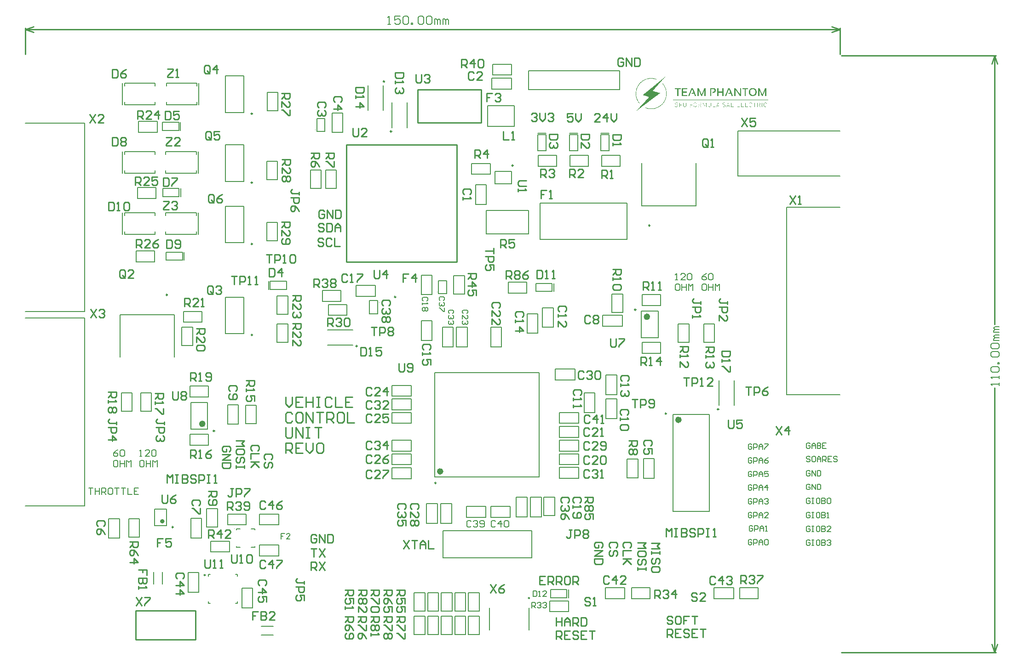
<source format=gto>
G04 Layer_Color=65535*
%FSLAX44Y44*%
%MOMM*%
G71*
G01*
G75*
%ADD10C,0.2000*%
%ADD55C,0.4000*%
%ADD71C,0.1000*%
%ADD72C,0.2500*%
%ADD73C,0.2540*%
%ADD74C,0.6000*%
%ADD75C,0.2235*%
%ADD76C,0.1524*%
G36*
X1517687Y2162625D02*
Y2162498D01*
X1517560D01*
Y2162371D01*
Y2162244D01*
Y2162118D01*
Y2161991D01*
Y2161864D01*
Y2161738D01*
Y2161611D01*
Y2161485D01*
Y2161358D01*
Y2161231D01*
Y2161105D01*
Y2160978D01*
Y2160851D01*
Y2160725D01*
Y2160598D01*
Y2160471D01*
Y2160345D01*
Y2160218D01*
Y2160091D01*
Y2159965D01*
Y2159838D01*
Y2159711D01*
Y2159585D01*
Y2159458D01*
Y2159331D01*
Y2159205D01*
Y2159078D01*
Y2158951D01*
Y2158825D01*
Y2158698D01*
Y2158571D01*
Y2158445D01*
Y2158318D01*
Y2158191D01*
Y2158065D01*
Y2157938D01*
Y2157811D01*
Y2157685D01*
Y2157558D01*
Y2157431D01*
Y2157305D01*
X1517687D01*
Y2157178D01*
Y2157051D01*
Y2156925D01*
X1517307D01*
Y2156798D01*
Y2156671D01*
Y2156545D01*
Y2156418D01*
X1517434D01*
Y2156292D01*
Y2156165D01*
X1517180D01*
Y2156038D01*
Y2155912D01*
X1516927D01*
Y2155785D01*
Y2155658D01*
X1516674D01*
Y2155531D01*
Y2155405D01*
X1516420D01*
Y2155278D01*
X1516294D01*
Y2155152D01*
X1515661D01*
Y2155025D01*
X1515534D01*
Y2154898D01*
X1514394D01*
Y2155025D01*
X1514141D01*
Y2155152D01*
X1513634D01*
Y2155278D01*
Y2155405D01*
X1513127D01*
Y2155531D01*
X1513001D01*
Y2155658D01*
X1512874D01*
Y2155785D01*
X1512747D01*
Y2155912D01*
X1512621D01*
Y2156038D01*
Y2156165D01*
Y2156292D01*
Y2156418D01*
X1512367D01*
Y2156545D01*
Y2156671D01*
Y2156798D01*
Y2156925D01*
Y2157051D01*
Y2157178D01*
Y2157305D01*
Y2157431D01*
Y2157558D01*
Y2157685D01*
Y2157811D01*
Y2157938D01*
Y2158065D01*
Y2158191D01*
Y2158318D01*
Y2158445D01*
Y2158571D01*
Y2158698D01*
Y2158825D01*
Y2158951D01*
Y2159078D01*
Y2159205D01*
Y2159331D01*
Y2159458D01*
Y2159585D01*
Y2159711D01*
Y2159838D01*
Y2159965D01*
Y2160091D01*
Y2160218D01*
Y2160345D01*
Y2160471D01*
Y2160598D01*
Y2160725D01*
Y2160851D01*
Y2160978D01*
Y2161105D01*
Y2161231D01*
Y2161358D01*
Y2161485D01*
Y2161611D01*
Y2161738D01*
Y2161864D01*
Y2161991D01*
Y2162118D01*
Y2162244D01*
Y2162371D01*
Y2162498D01*
Y2162625D01*
Y2162751D01*
X1512874D01*
Y2162625D01*
Y2162498D01*
Y2162371D01*
Y2162244D01*
Y2162118D01*
Y2161991D01*
Y2161864D01*
Y2161738D01*
Y2161611D01*
Y2161485D01*
Y2161358D01*
Y2161231D01*
Y2161105D01*
Y2160978D01*
Y2160851D01*
Y2160725D01*
Y2160598D01*
Y2160471D01*
Y2160345D01*
Y2160218D01*
Y2160091D01*
Y2159965D01*
Y2159838D01*
Y2159711D01*
Y2159585D01*
Y2159458D01*
Y2159331D01*
Y2159205D01*
Y2159078D01*
Y2158951D01*
Y2158825D01*
Y2158698D01*
Y2158571D01*
Y2158445D01*
Y2158318D01*
Y2158191D01*
Y2158065D01*
Y2157938D01*
Y2157811D01*
Y2157685D01*
Y2157558D01*
Y2157431D01*
Y2157305D01*
Y2157178D01*
Y2157051D01*
Y2156925D01*
Y2156798D01*
Y2156671D01*
Y2156545D01*
Y2156418D01*
X1513127D01*
Y2156292D01*
Y2156165D01*
X1513381D01*
Y2156038D01*
Y2155912D01*
X1513634D01*
Y2155785D01*
Y2155658D01*
X1513761D01*
Y2155531D01*
X1514014D01*
Y2155405D01*
X1514141D01*
Y2155278D01*
X1515661D01*
Y2155405D01*
X1515787D01*
Y2155531D01*
X1516167D01*
Y2155658D01*
X1516294D01*
Y2155785D01*
X1516420D01*
Y2155912D01*
X1516547D01*
Y2156038D01*
X1516674D01*
Y2156165D01*
X1516927D01*
Y2156292D01*
Y2156418D01*
X1516801D01*
Y2156545D01*
X1516927D01*
Y2156671D01*
X1517180D01*
Y2156798D01*
Y2156925D01*
Y2157051D01*
Y2157178D01*
Y2157305D01*
Y2157431D01*
Y2157558D01*
Y2157685D01*
Y2157811D01*
Y2157938D01*
Y2158065D01*
Y2158191D01*
Y2158318D01*
Y2158445D01*
Y2158571D01*
Y2158698D01*
Y2158825D01*
Y2158951D01*
Y2159078D01*
Y2159205D01*
Y2159331D01*
Y2159458D01*
Y2159585D01*
Y2159711D01*
Y2159838D01*
Y2159965D01*
Y2160091D01*
Y2160218D01*
Y2160345D01*
Y2160471D01*
Y2160598D01*
Y2160725D01*
Y2160851D01*
Y2160978D01*
Y2161105D01*
Y2161231D01*
Y2161358D01*
Y2161485D01*
Y2161611D01*
Y2161738D01*
Y2161864D01*
Y2161991D01*
Y2162118D01*
Y2162244D01*
Y2162371D01*
Y2162498D01*
Y2162625D01*
X1517054D01*
Y2162751D01*
X1517687D01*
Y2162625D01*
D02*
G37*
G36*
X1509074D02*
Y2162498D01*
Y2162371D01*
Y2162244D01*
Y2162118D01*
Y2161991D01*
Y2161864D01*
Y2161738D01*
Y2161611D01*
Y2161485D01*
Y2161358D01*
Y2161231D01*
Y2161105D01*
Y2160978D01*
Y2160851D01*
Y2160725D01*
Y2160598D01*
Y2160471D01*
Y2160345D01*
Y2160218D01*
Y2160091D01*
Y2159965D01*
Y2159838D01*
Y2159711D01*
Y2159585D01*
Y2159458D01*
Y2159331D01*
Y2159205D01*
Y2159078D01*
Y2158951D01*
Y2158825D01*
Y2158698D01*
Y2158571D01*
Y2158445D01*
Y2158318D01*
Y2158191D01*
Y2158065D01*
Y2157938D01*
Y2157811D01*
Y2157685D01*
Y2157558D01*
Y2157431D01*
Y2157305D01*
Y2157178D01*
Y2157051D01*
Y2156925D01*
Y2156798D01*
Y2156671D01*
Y2156545D01*
Y2156418D01*
Y2156292D01*
Y2156165D01*
Y2156038D01*
Y2155912D01*
Y2155785D01*
Y2155658D01*
Y2155531D01*
Y2155405D01*
Y2155278D01*
Y2155152D01*
X1508568D01*
Y2155278D01*
Y2155405D01*
Y2155531D01*
Y2155658D01*
Y2155785D01*
Y2155912D01*
Y2156038D01*
Y2156165D01*
Y2156292D01*
Y2156418D01*
Y2156545D01*
Y2156671D01*
Y2156798D01*
Y2156925D01*
Y2157051D01*
Y2157178D01*
Y2157305D01*
Y2157431D01*
Y2157558D01*
Y2157685D01*
Y2157811D01*
Y2157938D01*
Y2158065D01*
Y2158191D01*
Y2158318D01*
Y2158445D01*
Y2158571D01*
Y2158698D01*
Y2158825D01*
Y2158951D01*
Y2159078D01*
Y2159205D01*
Y2159331D01*
Y2159458D01*
Y2159585D01*
Y2159711D01*
Y2159838D01*
Y2159965D01*
Y2160091D01*
Y2160218D01*
Y2160345D01*
Y2160471D01*
Y2160598D01*
Y2160725D01*
Y2160851D01*
Y2160978D01*
X1507808D01*
Y2160851D01*
Y2160725D01*
Y2160598D01*
Y2160471D01*
Y2160345D01*
Y2160218D01*
X1507554D01*
Y2160091D01*
Y2159965D01*
Y2159838D01*
Y2159711D01*
Y2159585D01*
X1507174D01*
Y2159458D01*
Y2159331D01*
X1507301D01*
Y2159205D01*
Y2159078D01*
X1506921D01*
Y2158951D01*
Y2158825D01*
Y2158698D01*
X1507048D01*
Y2158571D01*
X1506668D01*
Y2158445D01*
Y2158318D01*
Y2158191D01*
Y2158065D01*
Y2157938D01*
Y2157811D01*
X1506414D01*
Y2157685D01*
Y2157558D01*
Y2157431D01*
Y2157305D01*
X1506288D01*
Y2157178D01*
X1506161D01*
Y2157051D01*
Y2156925D01*
Y2156798D01*
Y2156671D01*
X1505908D01*
Y2156545D01*
Y2156418D01*
X1505401D01*
Y2156545D01*
Y2156671D01*
X1505148D01*
Y2156798D01*
Y2156925D01*
Y2157051D01*
Y2157178D01*
X1505021D01*
Y2157305D01*
X1504895D01*
Y2157431D01*
Y2157558D01*
Y2157685D01*
Y2157811D01*
X1504641D01*
Y2157938D01*
Y2158065D01*
Y2158191D01*
Y2158318D01*
X1504388D01*
Y2158445D01*
Y2158571D01*
Y2158698D01*
Y2158825D01*
X1504008D01*
Y2158951D01*
Y2159078D01*
X1504135D01*
Y2159205D01*
Y2159331D01*
Y2159458D01*
Y2159585D01*
X1503881D01*
Y2159711D01*
X1503755D01*
Y2159838D01*
Y2159965D01*
X1503881D01*
Y2160091D01*
X1503755D01*
Y2160218D01*
X1503501D01*
Y2160345D01*
Y2160471D01*
Y2160598D01*
Y2160725D01*
X1503248D01*
Y2160851D01*
Y2160978D01*
X1502741D01*
Y2160851D01*
Y2160725D01*
Y2160598D01*
Y2160471D01*
Y2160345D01*
Y2160218D01*
Y2160091D01*
Y2159965D01*
Y2159838D01*
Y2159711D01*
Y2159585D01*
Y2159458D01*
Y2159331D01*
Y2159205D01*
Y2159078D01*
Y2158951D01*
Y2158825D01*
Y2158698D01*
Y2158571D01*
Y2158445D01*
Y2158318D01*
Y2158191D01*
Y2158065D01*
Y2157938D01*
Y2157811D01*
Y2157685D01*
Y2157558D01*
Y2157431D01*
Y2157305D01*
Y2157178D01*
Y2157051D01*
Y2156925D01*
Y2156798D01*
Y2156671D01*
Y2156545D01*
Y2156418D01*
Y2156292D01*
Y2156165D01*
Y2156038D01*
Y2155912D01*
Y2155785D01*
Y2155658D01*
Y2155531D01*
Y2155405D01*
Y2155278D01*
Y2155152D01*
X1502235D01*
Y2155278D01*
Y2155405D01*
Y2155531D01*
Y2155658D01*
Y2155785D01*
Y2155912D01*
Y2156038D01*
Y2156165D01*
Y2156292D01*
Y2156418D01*
Y2156545D01*
Y2156671D01*
Y2156798D01*
Y2156925D01*
Y2157051D01*
Y2157178D01*
Y2157305D01*
Y2157431D01*
Y2157558D01*
Y2157685D01*
Y2157811D01*
Y2157938D01*
Y2158065D01*
Y2158191D01*
Y2158318D01*
Y2158445D01*
Y2158571D01*
Y2158698D01*
Y2158825D01*
Y2158951D01*
Y2159078D01*
Y2159205D01*
Y2159331D01*
Y2159458D01*
Y2159585D01*
Y2159711D01*
Y2159838D01*
Y2159965D01*
Y2160091D01*
Y2160218D01*
Y2160345D01*
Y2160471D01*
Y2160598D01*
Y2160725D01*
Y2160851D01*
Y2160978D01*
Y2161105D01*
Y2161231D01*
Y2161358D01*
Y2161485D01*
Y2161611D01*
Y2161738D01*
Y2161864D01*
Y2161991D01*
Y2162118D01*
Y2162244D01*
Y2162371D01*
Y2162498D01*
Y2162625D01*
Y2162751D01*
X1502995D01*
Y2162625D01*
Y2162498D01*
Y2162371D01*
Y2162244D01*
X1503248D01*
Y2162118D01*
Y2161991D01*
Y2161864D01*
Y2161738D01*
X1503501D01*
Y2161611D01*
Y2161485D01*
Y2161358D01*
Y2161231D01*
Y2161105D01*
Y2160978D01*
X1503755D01*
Y2160851D01*
Y2160725D01*
Y2160598D01*
Y2160471D01*
Y2160345D01*
X1504008D01*
Y2160218D01*
Y2160091D01*
Y2159965D01*
Y2159838D01*
X1504261D01*
Y2159711D01*
Y2159585D01*
Y2159458D01*
Y2159331D01*
X1504641D01*
Y2159205D01*
Y2159078D01*
X1504515D01*
Y2158951D01*
Y2158825D01*
X1504895D01*
Y2158698D01*
Y2158571D01*
Y2158445D01*
X1504768D01*
Y2158318D01*
X1504895D01*
Y2158191D01*
X1505148D01*
Y2158065D01*
Y2157938D01*
Y2157811D01*
Y2157685D01*
Y2157558D01*
Y2157431D01*
X1505401D01*
Y2157305D01*
Y2157178D01*
X1505908D01*
Y2157305D01*
Y2157431D01*
Y2157558D01*
Y2157685D01*
X1506161D01*
Y2157811D01*
Y2157938D01*
Y2158065D01*
Y2158191D01*
X1506414D01*
Y2158318D01*
X1506541D01*
Y2158445D01*
Y2158571D01*
X1506414D01*
Y2158698D01*
Y2158825D01*
X1506794D01*
Y2158951D01*
Y2159078D01*
X1506668D01*
Y2159205D01*
X1506794D01*
Y2159331D01*
X1507048D01*
Y2159458D01*
Y2159585D01*
Y2159711D01*
Y2159838D01*
Y2159965D01*
Y2160091D01*
X1507301D01*
Y2160218D01*
Y2160345D01*
Y2160471D01*
Y2160598D01*
X1507554D01*
Y2160725D01*
Y2160851D01*
Y2160978D01*
Y2161105D01*
Y2161231D01*
X1507808D01*
Y2161358D01*
Y2161485D01*
Y2161611D01*
Y2161738D01*
X1508061D01*
Y2161864D01*
Y2161991D01*
Y2162118D01*
Y2162244D01*
Y2162371D01*
Y2162498D01*
X1508314D01*
Y2162625D01*
Y2162751D01*
X1509074D01*
Y2162625D01*
D02*
G37*
G36*
X1471836D02*
Y2162498D01*
X1471710D01*
Y2162371D01*
Y2162244D01*
Y2162118D01*
Y2161991D01*
Y2161864D01*
Y2161738D01*
Y2161611D01*
Y2161485D01*
Y2161358D01*
Y2161231D01*
Y2161105D01*
Y2160978D01*
Y2160851D01*
Y2160725D01*
Y2160598D01*
Y2160471D01*
Y2160345D01*
Y2160218D01*
Y2160091D01*
Y2159965D01*
Y2159838D01*
Y2159711D01*
Y2159585D01*
Y2159458D01*
Y2159331D01*
Y2159205D01*
Y2159078D01*
Y2158951D01*
Y2158825D01*
Y2158698D01*
Y2158571D01*
Y2158445D01*
Y2158318D01*
Y2158191D01*
Y2158065D01*
Y2157938D01*
Y2157811D01*
Y2157685D01*
Y2157558D01*
Y2157431D01*
Y2157305D01*
Y2157178D01*
Y2157051D01*
Y2156925D01*
X1471836D01*
Y2156798D01*
Y2156671D01*
X1471456D01*
Y2156545D01*
Y2156418D01*
X1471583D01*
Y2156292D01*
Y2156165D01*
X1471203D01*
Y2156038D01*
Y2155912D01*
Y2155785D01*
Y2155658D01*
X1470823D01*
Y2155531D01*
X1470697D01*
Y2155405D01*
X1470570D01*
Y2155278D01*
X1470443D01*
Y2155152D01*
X1469810D01*
Y2155025D01*
X1469683D01*
Y2154898D01*
X1468543D01*
Y2155025D01*
X1468417D01*
Y2155152D01*
X1467783D01*
Y2155278D01*
Y2155405D01*
X1467530D01*
Y2155531D01*
X1467403D01*
Y2155658D01*
X1467277D01*
Y2155785D01*
X1467150D01*
Y2155912D01*
X1467023D01*
Y2156038D01*
X1466897D01*
Y2156165D01*
X1466770D01*
Y2156292D01*
Y2156418D01*
Y2156545D01*
Y2156671D01*
X1466517D01*
Y2156798D01*
Y2156925D01*
Y2157051D01*
Y2157178D01*
Y2157305D01*
Y2157431D01*
Y2157558D01*
Y2157685D01*
Y2157811D01*
Y2157938D01*
Y2158065D01*
Y2158191D01*
Y2158318D01*
Y2158445D01*
Y2158571D01*
Y2158698D01*
Y2158825D01*
Y2158951D01*
Y2159078D01*
Y2159205D01*
Y2159331D01*
Y2159458D01*
Y2159585D01*
Y2159711D01*
Y2159838D01*
Y2159965D01*
Y2160091D01*
Y2160218D01*
Y2160345D01*
Y2160471D01*
Y2160598D01*
Y2160725D01*
Y2160851D01*
Y2160978D01*
Y2161105D01*
Y2161231D01*
Y2161358D01*
Y2161485D01*
Y2161611D01*
Y2161738D01*
Y2161864D01*
Y2161991D01*
Y2162118D01*
Y2162244D01*
Y2162371D01*
Y2162498D01*
Y2162625D01*
Y2162751D01*
X1467023D01*
Y2162625D01*
Y2162498D01*
Y2162371D01*
Y2162244D01*
Y2162118D01*
Y2161991D01*
Y2161864D01*
Y2161738D01*
Y2161611D01*
Y2161485D01*
Y2161358D01*
Y2161231D01*
Y2161105D01*
Y2160978D01*
Y2160851D01*
Y2160725D01*
Y2160598D01*
Y2160471D01*
Y2160345D01*
Y2160218D01*
Y2160091D01*
Y2159965D01*
Y2159838D01*
Y2159711D01*
Y2159585D01*
Y2159458D01*
Y2159331D01*
Y2159205D01*
Y2159078D01*
Y2158951D01*
Y2158825D01*
Y2158698D01*
Y2158571D01*
Y2158445D01*
Y2158318D01*
Y2158191D01*
Y2158065D01*
Y2157938D01*
Y2157811D01*
Y2157685D01*
Y2157558D01*
Y2157431D01*
Y2157305D01*
Y2157178D01*
Y2157051D01*
Y2156925D01*
Y2156798D01*
Y2156671D01*
X1467277D01*
Y2156545D01*
Y2156418D01*
Y2156292D01*
Y2156165D01*
X1467530D01*
Y2156038D01*
Y2155912D01*
X1467783D01*
Y2155785D01*
Y2155658D01*
X1467910D01*
Y2155531D01*
X1468417D01*
Y2155405D01*
Y2155278D01*
X1469810D01*
Y2155405D01*
X1469937D01*
Y2155531D01*
X1470316D01*
Y2155658D01*
X1470443D01*
Y2155785D01*
X1470570D01*
Y2155912D01*
X1470697D01*
Y2156038D01*
Y2156165D01*
X1470950D01*
Y2156292D01*
Y2156418D01*
X1471330D01*
Y2156545D01*
Y2156671D01*
Y2156798D01*
Y2156925D01*
Y2157051D01*
Y2157178D01*
Y2157305D01*
Y2157431D01*
Y2157558D01*
Y2157685D01*
Y2157811D01*
Y2157938D01*
Y2158065D01*
Y2158191D01*
Y2158318D01*
Y2158445D01*
Y2158571D01*
Y2158698D01*
Y2158825D01*
Y2158951D01*
Y2159078D01*
Y2159205D01*
Y2159331D01*
Y2159458D01*
Y2159585D01*
Y2159711D01*
Y2159838D01*
Y2159965D01*
Y2160091D01*
Y2160218D01*
Y2160345D01*
Y2160471D01*
Y2160598D01*
Y2160725D01*
Y2160851D01*
Y2160978D01*
Y2161105D01*
Y2161231D01*
Y2161358D01*
Y2161485D01*
Y2161611D01*
Y2161738D01*
Y2161864D01*
Y2161991D01*
Y2162118D01*
Y2162244D01*
Y2162371D01*
Y2162498D01*
Y2162625D01*
X1471203D01*
Y2162751D01*
X1471836D01*
Y2162625D01*
D02*
G37*
G36*
X1497928D02*
X1498055D01*
Y2162498D01*
X1498435D01*
Y2162371D01*
X1498562D01*
Y2162244D01*
X1498688D01*
Y2162118D01*
X1498815D01*
Y2161991D01*
X1498941D01*
Y2161864D01*
Y2161738D01*
Y2161611D01*
Y2161485D01*
X1499195D01*
Y2161358D01*
Y2161231D01*
Y2161105D01*
Y2160978D01*
Y2160851D01*
Y2160725D01*
Y2160598D01*
Y2160471D01*
Y2160345D01*
X1499321D01*
Y2160218D01*
X1498941D01*
Y2160091D01*
Y2159965D01*
Y2159838D01*
Y2159711D01*
Y2159585D01*
X1498815D01*
Y2159458D01*
X1498688D01*
Y2159331D01*
X1498562D01*
Y2159205D01*
X1498435D01*
Y2159078D01*
X1497928D01*
Y2158951D01*
Y2158825D01*
X1497675D01*
Y2158698D01*
Y2158571D01*
Y2158445D01*
Y2158318D01*
Y2158191D01*
Y2158065D01*
Y2157938D01*
Y2157811D01*
Y2157685D01*
X1497928D01*
Y2157558D01*
Y2157431D01*
Y2157305D01*
Y2157178D01*
X1498182D01*
Y2157051D01*
Y2156925D01*
Y2156798D01*
Y2156671D01*
X1498435D01*
Y2156545D01*
Y2156418D01*
Y2156292D01*
Y2156165D01*
X1498688D01*
Y2156038D01*
Y2155912D01*
Y2155785D01*
Y2155658D01*
Y2155531D01*
X1498941D01*
Y2155405D01*
Y2155278D01*
X1499068D01*
Y2155152D01*
X1498435D01*
Y2155278D01*
Y2155405D01*
Y2155531D01*
Y2155658D01*
X1498182D01*
Y2155785D01*
Y2155912D01*
Y2156038D01*
Y2156165D01*
X1497928D01*
Y2156292D01*
Y2156418D01*
Y2156545D01*
Y2156671D01*
X1497675D01*
Y2156798D01*
Y2156925D01*
Y2157051D01*
Y2157178D01*
X1497548D01*
Y2157305D01*
X1497422D01*
Y2157431D01*
Y2157558D01*
Y2157685D01*
Y2157811D01*
X1497168D01*
Y2157938D01*
Y2158065D01*
Y2158191D01*
Y2158318D01*
X1496788D01*
Y2158445D01*
Y2158571D01*
X1496535D01*
Y2158698D01*
Y2158825D01*
X1494762D01*
Y2158698D01*
Y2158571D01*
X1494382D01*
Y2158445D01*
Y2158318D01*
Y2158191D01*
Y2158065D01*
Y2157938D01*
Y2157811D01*
Y2157685D01*
Y2157558D01*
Y2157431D01*
Y2157305D01*
Y2157178D01*
Y2157051D01*
Y2156925D01*
Y2156798D01*
Y2156671D01*
Y2156545D01*
Y2156418D01*
Y2156292D01*
Y2156165D01*
Y2156038D01*
Y2155912D01*
Y2155785D01*
Y2155658D01*
Y2155531D01*
Y2155405D01*
Y2155278D01*
X1494508D01*
Y2155152D01*
X1493875D01*
Y2155278D01*
X1494002D01*
Y2155405D01*
Y2155531D01*
Y2155658D01*
Y2155785D01*
Y2155912D01*
Y2156038D01*
Y2156165D01*
Y2156292D01*
Y2156418D01*
Y2156545D01*
Y2156671D01*
Y2156798D01*
Y2156925D01*
Y2157051D01*
Y2157178D01*
Y2157305D01*
Y2157431D01*
Y2157558D01*
Y2157685D01*
Y2157811D01*
Y2157938D01*
Y2158065D01*
Y2158191D01*
Y2158318D01*
Y2158445D01*
Y2158571D01*
Y2158698D01*
Y2158825D01*
Y2158951D01*
Y2159078D01*
Y2159205D01*
Y2159331D01*
Y2159458D01*
Y2159585D01*
Y2159711D01*
Y2159838D01*
Y2159965D01*
Y2160091D01*
Y2160218D01*
Y2160345D01*
Y2160471D01*
Y2160598D01*
Y2160725D01*
Y2160851D01*
Y2160978D01*
Y2161105D01*
Y2161231D01*
Y2161358D01*
Y2161485D01*
Y2161611D01*
Y2161738D01*
Y2161864D01*
Y2161991D01*
Y2162118D01*
Y2162244D01*
Y2162371D01*
Y2162498D01*
Y2162625D01*
X1493875D01*
Y2162751D01*
X1497928D01*
Y2162625D01*
D02*
G37*
G36*
X1483616D02*
X1479563D01*
Y2162498D01*
X1479183D01*
Y2162371D01*
Y2162244D01*
Y2162118D01*
Y2161991D01*
Y2161864D01*
Y2161738D01*
Y2161611D01*
Y2161485D01*
Y2161358D01*
Y2161231D01*
Y2161105D01*
Y2160978D01*
Y2160851D01*
Y2160725D01*
Y2160598D01*
Y2160471D01*
Y2160345D01*
Y2160218D01*
Y2160091D01*
Y2159965D01*
Y2159838D01*
Y2159711D01*
Y2159585D01*
Y2159458D01*
Y2159331D01*
Y2159205D01*
Y2159078D01*
X1482729D01*
Y2158951D01*
Y2158825D01*
Y2158698D01*
Y2158571D01*
X1479183D01*
Y2158445D01*
Y2158318D01*
Y2158191D01*
Y2158065D01*
Y2157938D01*
Y2157811D01*
Y2157685D01*
Y2157558D01*
Y2157431D01*
Y2157305D01*
Y2157178D01*
Y2157051D01*
Y2156925D01*
Y2156798D01*
Y2156671D01*
Y2156545D01*
Y2156418D01*
Y2156292D01*
Y2156165D01*
Y2156038D01*
Y2155912D01*
Y2155785D01*
Y2155658D01*
Y2155531D01*
Y2155405D01*
Y2155278D01*
X1479309D01*
Y2155152D01*
X1478676D01*
Y2155278D01*
X1478803D01*
Y2155405D01*
Y2155531D01*
Y2155658D01*
Y2155785D01*
Y2155912D01*
Y2156038D01*
Y2156165D01*
Y2156292D01*
Y2156418D01*
Y2156545D01*
Y2156671D01*
Y2156798D01*
Y2156925D01*
Y2157051D01*
Y2157178D01*
Y2157305D01*
Y2157431D01*
Y2157558D01*
Y2157685D01*
Y2157811D01*
Y2157938D01*
Y2158065D01*
Y2158191D01*
Y2158318D01*
Y2158445D01*
Y2158571D01*
Y2158698D01*
Y2158825D01*
Y2158951D01*
Y2159078D01*
Y2159205D01*
Y2159331D01*
Y2159458D01*
Y2159585D01*
Y2159711D01*
Y2159838D01*
Y2159965D01*
Y2160091D01*
Y2160218D01*
Y2160345D01*
Y2160471D01*
Y2160598D01*
Y2160725D01*
Y2160851D01*
Y2160978D01*
Y2161105D01*
Y2161231D01*
Y2161358D01*
Y2161485D01*
Y2161611D01*
Y2161738D01*
Y2161864D01*
Y2161991D01*
Y2162118D01*
Y2162244D01*
Y2162371D01*
Y2162498D01*
Y2162625D01*
X1478676D01*
Y2162751D01*
X1483616D01*
Y2162625D01*
D02*
G37*
G36*
X1428899Y2198089D02*
X1429025D01*
Y2197962D01*
X1429152D01*
Y2197836D01*
Y2197709D01*
X1429405D01*
Y2197583D01*
X1429532D01*
Y2197456D01*
X1429659D01*
Y2197329D01*
X1429785D01*
Y2197202D01*
X1429912D01*
Y2197076D01*
Y2196949D01*
Y2196823D01*
Y2196696D01*
X1430165D01*
Y2196569D01*
X1430292D01*
Y2196443D01*
X1430419D01*
Y2196316D01*
X1430545D01*
Y2196189D01*
X1430672D01*
Y2196063D01*
X1430799D01*
Y2195936D01*
X1430672D01*
Y2195809D01*
Y2195683D01*
X1430799D01*
Y2195556D01*
X1431052D01*
Y2195429D01*
Y2195303D01*
X1431305D01*
Y2195176D01*
Y2195049D01*
X1431179D01*
Y2194923D01*
X1431305D01*
Y2194796D01*
X1431559D01*
Y2194669D01*
Y2194543D01*
Y2194416D01*
Y2194289D01*
X1431812D01*
Y2194163D01*
Y2194036D01*
X1432065D01*
Y2193909D01*
Y2193783D01*
Y2193656D01*
Y2193529D01*
X1432319D01*
Y2193403D01*
Y2193276D01*
Y2193149D01*
Y2193023D01*
Y2192896D01*
X1432572D01*
Y2192769D01*
Y2192643D01*
Y2192516D01*
Y2192390D01*
X1432825D01*
Y2192263D01*
Y2192136D01*
Y2192009D01*
Y2191883D01*
X1433079D01*
Y2191756D01*
Y2191629D01*
Y2191503D01*
Y2191376D01*
X1433332D01*
Y2191250D01*
X1433459D01*
Y2191123D01*
X1433332D01*
Y2190996D01*
Y2190869D01*
X1433459D01*
Y2190743D01*
X1433712D01*
Y2190616D01*
Y2190490D01*
X1433585D01*
Y2190363D01*
X1433712D01*
Y2190236D01*
X1433965D01*
Y2190110D01*
Y2189983D01*
Y2189856D01*
Y2189730D01*
Y2189603D01*
Y2189476D01*
X1434218D01*
Y2189350D01*
Y2189223D01*
Y2189096D01*
Y2188970D01*
Y2188843D01*
Y2188716D01*
X1434472D01*
Y2188590D01*
Y2188463D01*
Y2188336D01*
Y2188210D01*
Y2188083D01*
Y2187956D01*
Y2187830D01*
X1434725D01*
Y2187703D01*
Y2187576D01*
Y2187450D01*
Y2187323D01*
Y2187196D01*
Y2187070D01*
X1434978D01*
Y2186943D01*
Y2186816D01*
Y2186690D01*
Y2186563D01*
Y2186436D01*
Y2186310D01*
Y2186183D01*
Y2186057D01*
X1435232D01*
Y2185930D01*
Y2185803D01*
Y2185677D01*
Y2185550D01*
Y2185423D01*
Y2185296D01*
Y2185170D01*
Y2185043D01*
Y2184917D01*
Y2184790D01*
Y2184663D01*
X1435485D01*
Y2184537D01*
Y2184410D01*
Y2184283D01*
Y2184157D01*
Y2184030D01*
Y2183903D01*
Y2183777D01*
Y2183650D01*
Y2183523D01*
Y2183397D01*
Y2183270D01*
Y2183143D01*
Y2183017D01*
Y2182890D01*
Y2182763D01*
X1435865D01*
Y2182637D01*
X1435738D01*
Y2182510D01*
Y2182383D01*
Y2182257D01*
Y2182130D01*
Y2182003D01*
Y2181877D01*
Y2181750D01*
Y2181623D01*
Y2181497D01*
Y2181370D01*
Y2181243D01*
Y2181117D01*
Y2180990D01*
Y2180863D01*
Y2180737D01*
Y2180610D01*
Y2180483D01*
Y2180357D01*
Y2180230D01*
Y2180103D01*
Y2179977D01*
Y2179850D01*
Y2179724D01*
Y2179597D01*
Y2179470D01*
Y2179344D01*
Y2179217D01*
Y2179090D01*
Y2178964D01*
Y2178837D01*
Y2178710D01*
Y2178584D01*
Y2178457D01*
Y2178330D01*
Y2178204D01*
Y2178077D01*
Y2177950D01*
Y2177824D01*
Y2177697D01*
Y2177570D01*
Y2177444D01*
Y2177317D01*
Y2177190D01*
Y2177064D01*
Y2176937D01*
Y2176810D01*
Y2176684D01*
Y2176557D01*
Y2176430D01*
X1435485D01*
Y2176304D01*
Y2176177D01*
Y2176050D01*
Y2175924D01*
Y2175797D01*
Y2175670D01*
Y2175544D01*
Y2175417D01*
Y2175290D01*
Y2175164D01*
Y2175037D01*
Y2174910D01*
Y2174784D01*
Y2174657D01*
Y2174530D01*
X1435232D01*
Y2174404D01*
Y2174277D01*
Y2174151D01*
Y2174024D01*
Y2173897D01*
Y2173770D01*
Y2173644D01*
Y2173517D01*
Y2173391D01*
Y2173264D01*
X1434978D01*
Y2173137D01*
Y2173011D01*
Y2172884D01*
Y2172757D01*
Y2172631D01*
Y2172504D01*
Y2172377D01*
Y2172251D01*
Y2172124D01*
X1434725D01*
Y2171997D01*
Y2171871D01*
Y2171744D01*
Y2171617D01*
Y2171491D01*
Y2171364D01*
X1434472D01*
Y2171237D01*
Y2171111D01*
Y2170984D01*
Y2170857D01*
Y2170731D01*
Y2170604D01*
X1434218D01*
Y2170477D01*
Y2170351D01*
Y2170224D01*
Y2170097D01*
Y2169971D01*
Y2169844D01*
X1433965D01*
Y2169717D01*
Y2169591D01*
Y2169464D01*
Y2169337D01*
Y2169211D01*
Y2169084D01*
Y2168958D01*
X1433585D01*
Y2168831D01*
Y2168704D01*
X1433712D01*
Y2168578D01*
Y2168451D01*
X1433332D01*
Y2168324D01*
Y2168197D01*
Y2168071D01*
X1433459D01*
Y2167944D01*
X1433079D01*
Y2167818D01*
Y2167691D01*
Y2167564D01*
Y2167437D01*
X1432952D01*
Y2167311D01*
X1432825D01*
Y2167184D01*
Y2167057D01*
Y2166931D01*
Y2166804D01*
X1432572D01*
Y2166678D01*
Y2166551D01*
Y2166424D01*
Y2166298D01*
X1432319D01*
Y2166171D01*
Y2166044D01*
Y2165918D01*
Y2165791D01*
X1432065D01*
Y2165664D01*
Y2165538D01*
Y2165411D01*
Y2165284D01*
X1431812D01*
Y2165158D01*
Y2165031D01*
Y2164904D01*
Y2164778D01*
Y2164651D01*
X1431559D01*
Y2164524D01*
Y2164398D01*
X1431305D01*
Y2164271D01*
Y2164144D01*
Y2164018D01*
Y2163891D01*
X1431052D01*
Y2163764D01*
Y2163638D01*
X1430672D01*
Y2163511D01*
Y2163384D01*
Y2163258D01*
X1430799D01*
Y2163131D01*
X1430545D01*
Y2163004D01*
Y2162878D01*
X1430292D01*
Y2162751D01*
Y2162625D01*
X1429912D01*
Y2162498D01*
Y2162371D01*
Y2162244D01*
Y2162118D01*
Y2161991D01*
X1429659D01*
Y2161864D01*
Y2161738D01*
X1429405D01*
Y2161611D01*
Y2161485D01*
X1429152D01*
Y2161358D01*
Y2161231D01*
X1428899D01*
Y2161105D01*
Y2160978D01*
X1428519D01*
Y2160851D01*
Y2160725D01*
X1428645D01*
Y2160598D01*
Y2160471D01*
X1428392D01*
Y2160345D01*
Y2160218D01*
X1428139D01*
Y2160091D01*
Y2159965D01*
X1427885D01*
Y2159838D01*
Y2159711D01*
X1427759D01*
Y2159585D01*
X1427632D01*
Y2159458D01*
X1427506D01*
Y2159331D01*
X1427379D01*
Y2159205D01*
X1427252D01*
Y2159078D01*
X1426999D01*
Y2158951D01*
Y2158825D01*
X1426746D01*
Y2158698D01*
Y2158571D01*
X1426492D01*
Y2158445D01*
Y2158318D01*
X1425986D01*
Y2158191D01*
Y2158065D01*
X1425732D01*
Y2157938D01*
Y2157811D01*
X1425479D01*
Y2157685D01*
Y2157558D01*
X1425226D01*
Y2157431D01*
Y2157305D01*
X1425099D01*
Y2157178D01*
X1424972D01*
Y2157051D01*
X1424846D01*
Y2156925D01*
X1424339D01*
Y2156798D01*
Y2156671D01*
X1424086D01*
Y2156545D01*
Y2156418D01*
X1423832D01*
Y2156292D01*
Y2156165D01*
X1423326D01*
Y2156038D01*
Y2155912D01*
X1423073D01*
Y2155785D01*
Y2155658D01*
X1422566D01*
Y2155531D01*
X1422439D01*
Y2155405D01*
X1422059D01*
Y2155278D01*
X1421933D01*
Y2155152D01*
X1421806D01*
Y2155025D01*
X1421679D01*
Y2154898D01*
X1421299D01*
Y2154772D01*
X1421173D01*
Y2154645D01*
Y2154518D01*
X1420666D01*
Y2154392D01*
X1420539D01*
Y2154265D01*
X1420159D01*
Y2154138D01*
X1420033D01*
Y2154012D01*
X1419526D01*
Y2153885D01*
Y2153758D01*
X1419019D01*
Y2153632D01*
Y2153505D01*
X1418513D01*
Y2153378D01*
Y2153252D01*
X1417753D01*
Y2153125D01*
Y2152998D01*
X1416993D01*
Y2152872D01*
X1416866D01*
Y2152745D01*
X1416486D01*
Y2152618D01*
X1416360D01*
Y2152492D01*
X1415346D01*
Y2152365D01*
Y2152238D01*
X1415220D01*
Y2152112D01*
X1414460D01*
Y2151985D01*
Y2151858D01*
X1413446D01*
Y2151732D01*
Y2151605D01*
X1411800D01*
Y2151478D01*
Y2151352D01*
X1409773D01*
Y2151225D01*
X1409647D01*
Y2151098D01*
X1404834D01*
Y2151225D01*
Y2151352D01*
X1402680D01*
Y2151478D01*
Y2151605D01*
X1401414D01*
Y2151732D01*
Y2151858D01*
X1400147D01*
Y2151985D01*
X1400020D01*
Y2152112D01*
X1399260D01*
Y2152238D01*
Y2152365D01*
X1399134D01*
Y2152492D01*
X1398501D01*
Y2152618D01*
X1398374D01*
Y2152745D01*
X1397614D01*
Y2152872D01*
Y2152998D01*
X1396854D01*
Y2153125D01*
Y2153252D01*
X1396601D01*
Y2153378D01*
Y2153505D01*
Y2153632D01*
Y2153758D01*
X1396854D01*
Y2153885D01*
Y2154012D01*
X1397361D01*
Y2153885D01*
X1397487D01*
Y2153758D01*
X1398247D01*
Y2153632D01*
Y2153505D01*
X1399007D01*
Y2153378D01*
Y2153252D01*
X1399134D01*
Y2153125D01*
X1399894D01*
Y2152998D01*
Y2152872D01*
X1400654D01*
Y2152745D01*
Y2152618D01*
X1401920D01*
Y2152492D01*
X1402047D01*
Y2152365D01*
X1403567D01*
Y2152238D01*
Y2152112D01*
X1410913D01*
Y2152238D01*
X1411040D01*
Y2152365D01*
X1412560D01*
Y2152492D01*
Y2152618D01*
X1413826D01*
Y2152745D01*
X1413953D01*
Y2152872D01*
X1414966D01*
Y2152998D01*
Y2153125D01*
X1415726D01*
Y2153252D01*
Y2153378D01*
X1415853D01*
Y2153505D01*
X1416613D01*
Y2153632D01*
Y2153758D01*
X1417373D01*
Y2153885D01*
Y2154012D01*
X1417879D01*
Y2154138D01*
Y2154265D01*
X1418639D01*
Y2154392D01*
X1418766D01*
Y2154518D01*
X1419273D01*
Y2154645D01*
Y2154772D01*
X1419779D01*
Y2154898D01*
Y2155025D01*
X1420286D01*
Y2155152D01*
Y2155278D01*
X1420793D01*
Y2155405D01*
Y2155531D01*
X1421046D01*
Y2155658D01*
Y2155785D01*
X1421426D01*
Y2155912D01*
X1421679D01*
Y2156038D01*
Y2156165D01*
X1422186D01*
Y2156292D01*
Y2156418D01*
X1422439D01*
Y2156545D01*
Y2156671D01*
X1422946D01*
Y2156798D01*
Y2156925D01*
X1423199D01*
Y2157051D01*
Y2157178D01*
X1423706D01*
Y2157305D01*
X1423832D01*
Y2157431D01*
X1423959D01*
Y2157558D01*
X1424086D01*
Y2157685D01*
X1424212D01*
Y2157811D01*
X1424339D01*
Y2157938D01*
X1424466D01*
Y2158065D01*
X1424592D01*
Y2158191D01*
X1424972D01*
Y2158318D01*
X1425099D01*
Y2158445D01*
X1425226D01*
Y2158571D01*
X1425352D01*
Y2158698D01*
X1425479D01*
Y2158825D01*
X1425606D01*
Y2158951D01*
X1425732D01*
Y2159078D01*
X1425859D01*
Y2159205D01*
X1425986D01*
Y2159331D01*
X1426112D01*
Y2159458D01*
X1426239D01*
Y2159585D01*
X1426366D01*
Y2159711D01*
X1426492D01*
Y2159838D01*
X1426619D01*
Y2159965D01*
X1426746D01*
Y2160091D01*
X1426999D01*
Y2160218D01*
Y2160345D01*
X1427126D01*
Y2160471D01*
X1427252D01*
Y2160598D01*
X1427379D01*
Y2160725D01*
X1427506D01*
Y2160851D01*
X1427632D01*
Y2160978D01*
X1427759D01*
Y2161105D01*
X1427885D01*
Y2161231D01*
X1428012D01*
Y2161358D01*
X1428139D01*
Y2161485D01*
X1428266D01*
Y2161611D01*
X1428392D01*
Y2161738D01*
X1428645D01*
Y2161864D01*
Y2161991D01*
Y2162118D01*
Y2162244D01*
X1428772D01*
Y2162371D01*
X1428899D01*
Y2162498D01*
X1429025D01*
Y2162625D01*
X1429152D01*
Y2162751D01*
X1429279D01*
Y2162878D01*
X1429405D01*
Y2163004D01*
X1429659D01*
Y2163131D01*
Y2163258D01*
Y2163384D01*
Y2163511D01*
Y2163638D01*
X1429912D01*
Y2163764D01*
Y2163891D01*
X1430292D01*
Y2164018D01*
Y2164144D01*
X1430165D01*
Y2164271D01*
Y2164398D01*
X1430419D01*
Y2164524D01*
Y2164651D01*
X1430799D01*
Y2164778D01*
Y2164904D01*
Y2165031D01*
Y2165158D01*
X1430925D01*
Y2165284D01*
Y2165411D01*
X1431305D01*
Y2165538D01*
Y2165664D01*
Y2165791D01*
Y2165918D01*
Y2166044D01*
X1431559D01*
Y2166171D01*
Y2166298D01*
Y2166424D01*
Y2166551D01*
X1431812D01*
Y2166678D01*
Y2166804D01*
Y2166931D01*
Y2167057D01*
X1432065D01*
Y2167184D01*
Y2167311D01*
Y2167437D01*
Y2167564D01*
X1432319D01*
Y2167691D01*
Y2167818D01*
Y2167944D01*
Y2168071D01*
X1432572D01*
Y2168197D01*
Y2168324D01*
Y2168451D01*
Y2168578D01*
Y2168704D01*
X1432952D01*
Y2168831D01*
Y2168958D01*
Y2169084D01*
Y2169211D01*
X1432825D01*
Y2169337D01*
Y2169464D01*
X1433205D01*
Y2169591D01*
Y2169717D01*
Y2169844D01*
X1433079D01*
Y2169971D01*
X1433459D01*
Y2170097D01*
Y2170224D01*
Y2170351D01*
Y2170477D01*
Y2170604D01*
Y2170731D01*
X1433585D01*
Y2170857D01*
X1433712D01*
Y2170984D01*
Y2171111D01*
Y2171237D01*
Y2171364D01*
Y2171491D01*
Y2171617D01*
X1433965D01*
Y2171744D01*
Y2171871D01*
Y2171997D01*
Y2172124D01*
Y2172251D01*
Y2172377D01*
Y2172504D01*
Y2172631D01*
X1434218D01*
Y2172757D01*
Y2172884D01*
Y2173011D01*
Y2173137D01*
Y2173264D01*
Y2173391D01*
Y2173517D01*
Y2173644D01*
Y2173770D01*
X1434472D01*
Y2173897D01*
Y2174024D01*
Y2174151D01*
Y2174277D01*
Y2174404D01*
Y2174530D01*
Y2174657D01*
Y2174784D01*
Y2174910D01*
Y2175037D01*
Y2175164D01*
Y2175290D01*
X1434725D01*
Y2175417D01*
Y2175544D01*
Y2175670D01*
Y2175797D01*
Y2175924D01*
Y2176050D01*
Y2176177D01*
Y2176304D01*
Y2176430D01*
Y2176557D01*
Y2176684D01*
Y2176810D01*
Y2176937D01*
Y2177064D01*
Y2177190D01*
Y2177317D01*
Y2177444D01*
Y2177570D01*
Y2177697D01*
Y2177824D01*
Y2177950D01*
X1434978D01*
Y2178077D01*
Y2178204D01*
Y2178330D01*
Y2178457D01*
Y2178584D01*
Y2178710D01*
Y2178837D01*
Y2178964D01*
Y2179090D01*
Y2179217D01*
Y2179344D01*
Y2179470D01*
Y2179597D01*
Y2179724D01*
Y2179850D01*
Y2179977D01*
Y2180103D01*
Y2180230D01*
Y2180357D01*
Y2180483D01*
Y2180610D01*
Y2180737D01*
Y2180863D01*
Y2180990D01*
Y2181117D01*
Y2181243D01*
X1434725D01*
Y2181370D01*
Y2181497D01*
Y2181623D01*
Y2181750D01*
Y2181877D01*
Y2182003D01*
Y2182130D01*
Y2182257D01*
Y2182383D01*
Y2182510D01*
Y2182637D01*
Y2182763D01*
Y2182890D01*
Y2183017D01*
Y2183143D01*
Y2183270D01*
Y2183397D01*
Y2183523D01*
Y2183650D01*
Y2183777D01*
Y2183903D01*
X1434472D01*
Y2184030D01*
Y2184157D01*
Y2184283D01*
Y2184410D01*
Y2184537D01*
Y2184663D01*
Y2184790D01*
Y2184917D01*
Y2185043D01*
Y2185170D01*
Y2185296D01*
Y2185423D01*
Y2185550D01*
X1434218D01*
Y2185677D01*
Y2185803D01*
Y2185930D01*
Y2186057D01*
Y2186183D01*
Y2186310D01*
Y2186436D01*
Y2186563D01*
X1433965D01*
Y2186690D01*
Y2186816D01*
Y2186943D01*
Y2187070D01*
Y2187196D01*
Y2187323D01*
Y2187450D01*
X1433712D01*
Y2187576D01*
Y2187703D01*
Y2187830D01*
Y2187956D01*
Y2188083D01*
Y2188210D01*
Y2188336D01*
Y2188463D01*
X1433459D01*
Y2188590D01*
Y2188716D01*
Y2188843D01*
Y2188970D01*
Y2189096D01*
Y2189223D01*
X1433205D01*
Y2189350D01*
X1433079D01*
Y2189476D01*
X1433205D01*
Y2189603D01*
Y2189730D01*
X1433079D01*
Y2189856D01*
X1432825D01*
Y2189983D01*
X1432952D01*
Y2190110D01*
Y2190236D01*
Y2190363D01*
Y2190490D01*
Y2190616D01*
X1432572D01*
Y2190743D01*
Y2190869D01*
Y2190996D01*
Y2191123D01*
X1432319D01*
Y2191250D01*
Y2191376D01*
Y2191503D01*
Y2191629D01*
X1432065D01*
Y2191756D01*
Y2191883D01*
Y2192009D01*
Y2192136D01*
X1431812D01*
Y2192263D01*
Y2192390D01*
Y2192516D01*
Y2192643D01*
Y2192769D01*
X1431559D01*
Y2192896D01*
Y2193023D01*
Y2193149D01*
Y2193276D01*
X1431305D01*
Y2193403D01*
Y2193529D01*
Y2193656D01*
Y2193783D01*
X1431052D01*
Y2193909D01*
X1430925D01*
Y2194036D01*
X1430799D01*
Y2194163D01*
Y2194289D01*
Y2194416D01*
Y2194543D01*
X1430545D01*
Y2194669D01*
X1430419D01*
Y2194796D01*
X1430292D01*
Y2194923D01*
X1430165D01*
Y2195049D01*
Y2195176D01*
X1430292D01*
Y2195303D01*
X1430165D01*
Y2195429D01*
X1429912D01*
Y2195556D01*
Y2195683D01*
X1429659D01*
Y2195809D01*
Y2195936D01*
Y2196063D01*
Y2196189D01*
X1429405D01*
Y2196316D01*
Y2196443D01*
X1429152D01*
Y2196569D01*
Y2196696D01*
X1428899D01*
Y2196823D01*
Y2196949D01*
Y2197076D01*
Y2197202D01*
X1428772D01*
Y2197329D01*
X1428519D01*
Y2197456D01*
X1428392D01*
Y2197583D01*
X1428266D01*
Y2197709D01*
X1428519D01*
Y2197836D01*
Y2197962D01*
X1428772D01*
Y2198089D01*
Y2198216D01*
X1428899D01*
Y2198089D01*
D02*
G37*
G36*
X1591276Y2162878D02*
X1591403D01*
Y2162751D01*
X1591783D01*
Y2162625D01*
Y2162498D01*
X1592290D01*
Y2162371D01*
X1592416D01*
Y2162244D01*
X1592543D01*
Y2162118D01*
Y2161991D01*
Y2161864D01*
Y2161738D01*
X1592796D01*
Y2161611D01*
X1592923D01*
Y2161485D01*
X1593050D01*
Y2161358D01*
Y2161231D01*
Y2161105D01*
Y2160978D01*
X1592543D01*
Y2161105D01*
Y2161231D01*
Y2161358D01*
Y2161485D01*
X1592290D01*
Y2161611D01*
Y2161738D01*
X1592036D01*
Y2161864D01*
Y2161991D01*
X1591783D01*
Y2162118D01*
Y2162244D01*
X1591530D01*
Y2162371D01*
Y2162498D01*
X1591403D01*
Y2162625D01*
X1589503D01*
Y2162498D01*
X1589376D01*
Y2162371D01*
X1589250D01*
Y2162244D01*
X1589123D01*
Y2162118D01*
Y2161991D01*
X1588870D01*
Y2161864D01*
Y2161738D01*
X1588490D01*
Y2161611D01*
Y2161485D01*
X1588616D01*
Y2161358D01*
Y2161231D01*
X1588237D01*
Y2161105D01*
Y2160978D01*
Y2160851D01*
Y2160725D01*
Y2160598D01*
Y2160471D01*
Y2160345D01*
Y2160218D01*
Y2160091D01*
Y2159965D01*
Y2159838D01*
Y2159711D01*
Y2159585D01*
Y2159458D01*
Y2159331D01*
Y2159205D01*
Y2159078D01*
Y2158951D01*
Y2158825D01*
Y2158698D01*
Y2158571D01*
Y2158445D01*
Y2158318D01*
Y2158191D01*
Y2158065D01*
Y2157938D01*
Y2157811D01*
Y2157685D01*
Y2157558D01*
Y2157431D01*
Y2157305D01*
Y2157178D01*
Y2157051D01*
Y2156925D01*
Y2156798D01*
Y2156671D01*
X1588616D01*
Y2156545D01*
Y2156418D01*
X1588490D01*
Y2156292D01*
Y2156165D01*
X1588870D01*
Y2156038D01*
Y2155912D01*
X1588996D01*
Y2155785D01*
X1589123D01*
Y2155658D01*
X1589250D01*
Y2155531D01*
X1589630D01*
Y2155405D01*
X1589756D01*
Y2155278D01*
X1591150D01*
Y2155405D01*
Y2155531D01*
X1591656D01*
Y2155658D01*
X1591783D01*
Y2155785D01*
X1591910D01*
Y2155912D01*
X1592036D01*
Y2156038D01*
Y2156165D01*
X1592290D01*
Y2156292D01*
Y2156418D01*
Y2156545D01*
Y2156671D01*
X1592543D01*
Y2156798D01*
Y2156925D01*
X1593176D01*
Y2156798D01*
X1593050D01*
Y2156671D01*
X1592796D01*
Y2156545D01*
Y2156418D01*
Y2156292D01*
Y2156165D01*
X1592670D01*
Y2156038D01*
X1592543D01*
Y2155912D01*
X1592416D01*
Y2155785D01*
X1592290D01*
Y2155658D01*
X1592163D01*
Y2155531D01*
X1592036D01*
Y2155405D01*
X1591910D01*
Y2155278D01*
X1591783D01*
Y2155152D01*
X1591150D01*
Y2155025D01*
X1591023D01*
Y2154898D01*
X1589883D01*
Y2155025D01*
X1589756D01*
Y2155152D01*
X1589123D01*
Y2155278D01*
X1588996D01*
Y2155405D01*
X1588870D01*
Y2155531D01*
X1588743D01*
Y2155658D01*
X1588490D01*
Y2155785D01*
Y2155912D01*
X1588237D01*
Y2156038D01*
Y2156165D01*
X1587983D01*
Y2156292D01*
X1588110D01*
Y2156418D01*
Y2156545D01*
Y2156671D01*
X1587730D01*
Y2156798D01*
Y2156925D01*
X1587856D01*
Y2157051D01*
Y2157178D01*
Y2157305D01*
Y2157431D01*
Y2157558D01*
Y2157685D01*
Y2157811D01*
Y2157938D01*
Y2158065D01*
Y2158191D01*
Y2158318D01*
Y2158445D01*
Y2158571D01*
Y2158698D01*
Y2158825D01*
Y2158951D01*
Y2159078D01*
Y2159205D01*
Y2159331D01*
Y2159458D01*
Y2159585D01*
Y2159711D01*
Y2159838D01*
Y2159965D01*
Y2160091D01*
Y2160218D01*
Y2160345D01*
Y2160471D01*
Y2160598D01*
Y2160725D01*
Y2160851D01*
Y2160978D01*
X1587730D01*
Y2161105D01*
X1587856D01*
Y2161231D01*
X1588110D01*
Y2161358D01*
Y2161485D01*
X1587983D01*
Y2161611D01*
X1588110D01*
Y2161738D01*
X1588363D01*
Y2161864D01*
Y2161991D01*
Y2162118D01*
Y2162244D01*
X1588490D01*
Y2162371D01*
Y2162498D01*
X1588996D01*
Y2162625D01*
X1589123D01*
Y2162751D01*
X1589503D01*
Y2162878D01*
X1589630D01*
Y2163004D01*
X1591276D01*
Y2162878D01*
D02*
G37*
G36*
X1464110Y2162625D02*
X1460057D01*
Y2162498D01*
X1459804D01*
Y2162371D01*
Y2162244D01*
Y2162118D01*
Y2161991D01*
Y2161864D01*
Y2161738D01*
Y2161611D01*
Y2161485D01*
Y2161358D01*
Y2161231D01*
Y2161105D01*
Y2160978D01*
Y2160851D01*
Y2160725D01*
Y2160598D01*
Y2160471D01*
Y2160345D01*
Y2160218D01*
Y2160091D01*
Y2159965D01*
Y2159838D01*
Y2159711D01*
Y2159585D01*
Y2159458D01*
Y2159331D01*
Y2159205D01*
Y2159078D01*
X1463604D01*
Y2158951D01*
Y2158825D01*
X1463350D01*
Y2158698D01*
X1463224D01*
Y2158571D01*
X1459804D01*
Y2158445D01*
Y2158318D01*
Y2158191D01*
Y2158065D01*
Y2157938D01*
Y2157811D01*
Y2157685D01*
Y2157558D01*
Y2157431D01*
Y2157305D01*
Y2157178D01*
Y2157051D01*
Y2156925D01*
Y2156798D01*
Y2156671D01*
Y2156545D01*
Y2156418D01*
Y2156292D01*
Y2156165D01*
Y2156038D01*
Y2155912D01*
Y2155785D01*
Y2155658D01*
Y2155531D01*
Y2155405D01*
Y2155278D01*
Y2155152D01*
X1459297D01*
Y2155278D01*
Y2155405D01*
Y2155531D01*
Y2155658D01*
Y2155785D01*
Y2155912D01*
Y2156038D01*
Y2156165D01*
Y2156292D01*
Y2156418D01*
Y2156545D01*
Y2156671D01*
Y2156798D01*
Y2156925D01*
Y2157051D01*
Y2157178D01*
Y2157305D01*
Y2157431D01*
Y2157558D01*
Y2157685D01*
Y2157811D01*
Y2157938D01*
Y2158065D01*
Y2158191D01*
Y2158318D01*
Y2158445D01*
Y2158571D01*
Y2158698D01*
Y2158825D01*
Y2158951D01*
Y2159078D01*
Y2159205D01*
Y2159331D01*
Y2159458D01*
Y2159585D01*
Y2159711D01*
Y2159838D01*
Y2159965D01*
Y2160091D01*
Y2160218D01*
Y2160345D01*
Y2160471D01*
Y2160598D01*
Y2160725D01*
Y2160851D01*
Y2160978D01*
Y2161105D01*
Y2161231D01*
Y2161358D01*
Y2161485D01*
Y2161611D01*
Y2161738D01*
Y2161864D01*
Y2161991D01*
Y2162118D01*
Y2162244D01*
Y2162371D01*
Y2162498D01*
Y2162625D01*
Y2162751D01*
X1464110D01*
Y2162625D01*
D02*
G37*
G36*
X1488935Y2162878D02*
Y2162751D01*
X1489695D01*
Y2162625D01*
Y2162498D01*
X1489949D01*
Y2162371D01*
Y2162244D01*
X1490202D01*
Y2162118D01*
Y2161991D01*
X1490455D01*
Y2161864D01*
Y2161738D01*
X1490709D01*
Y2161611D01*
Y2161485D01*
Y2161358D01*
Y2161231D01*
Y2161105D01*
Y2160978D01*
X1490962D01*
Y2160851D01*
Y2160725D01*
Y2160598D01*
Y2160471D01*
Y2160345D01*
Y2160218D01*
Y2160091D01*
Y2159965D01*
Y2159838D01*
Y2159711D01*
Y2159585D01*
Y2159458D01*
Y2159331D01*
Y2159205D01*
Y2159078D01*
Y2158951D01*
Y2158825D01*
Y2158698D01*
Y2158571D01*
Y2158445D01*
Y2158318D01*
Y2158191D01*
Y2158065D01*
Y2157938D01*
Y2157811D01*
Y2157685D01*
Y2157558D01*
Y2157431D01*
Y2157305D01*
Y2157178D01*
Y2157051D01*
Y2156925D01*
X1490709D01*
Y2156798D01*
Y2156671D01*
Y2156545D01*
Y2156418D01*
Y2156292D01*
Y2156165D01*
X1490455D01*
Y2156038D01*
Y2155912D01*
X1490202D01*
Y2155785D01*
Y2155658D01*
X1489949D01*
Y2155531D01*
Y2155405D01*
X1489442D01*
Y2155278D01*
Y2155152D01*
X1488809D01*
Y2155025D01*
X1488682D01*
Y2154898D01*
X1487542D01*
Y2155025D01*
X1487415D01*
Y2155152D01*
X1486909D01*
Y2155278D01*
Y2155405D01*
X1486402D01*
Y2155531D01*
Y2155658D01*
X1486149D01*
Y2155785D01*
Y2155912D01*
X1485896D01*
Y2156038D01*
Y2156165D01*
Y2156292D01*
Y2156418D01*
X1485642D01*
Y2156545D01*
Y2156671D01*
Y2156798D01*
Y2156925D01*
Y2157051D01*
Y2157178D01*
X1485516D01*
Y2157305D01*
X1485389D01*
Y2157431D01*
Y2157558D01*
Y2157685D01*
Y2157811D01*
Y2157938D01*
Y2158065D01*
Y2158191D01*
Y2158318D01*
Y2158445D01*
Y2158571D01*
Y2158698D01*
Y2158825D01*
Y2158951D01*
Y2159078D01*
Y2159205D01*
Y2159331D01*
Y2159458D01*
Y2159585D01*
Y2159711D01*
Y2159838D01*
Y2159965D01*
Y2160091D01*
Y2160218D01*
Y2160345D01*
Y2160471D01*
Y2160598D01*
X1485642D01*
Y2160725D01*
Y2160851D01*
Y2160978D01*
Y2161105D01*
Y2161231D01*
Y2161358D01*
Y2161485D01*
Y2161611D01*
Y2161738D01*
X1485896D01*
Y2161864D01*
Y2161991D01*
X1486149D01*
Y2162118D01*
Y2162244D01*
X1486402D01*
Y2162371D01*
Y2162498D01*
X1486655D01*
Y2162625D01*
Y2162751D01*
X1487415D01*
Y2162878D01*
X1487542D01*
Y2163004D01*
X1488935D01*
Y2162878D01*
D02*
G37*
G36*
X1611542Y2162625D02*
Y2162498D01*
X1611415D01*
Y2162371D01*
Y2162244D01*
Y2162118D01*
Y2161991D01*
Y2161864D01*
Y2161738D01*
Y2161611D01*
Y2161485D01*
Y2161358D01*
Y2161231D01*
Y2161105D01*
Y2160978D01*
Y2160851D01*
Y2160725D01*
Y2160598D01*
Y2160471D01*
Y2160345D01*
Y2160218D01*
Y2160091D01*
Y2159965D01*
Y2159838D01*
Y2159711D01*
Y2159585D01*
Y2159458D01*
Y2159331D01*
Y2159205D01*
Y2159078D01*
Y2158951D01*
Y2158825D01*
Y2158698D01*
Y2158571D01*
Y2158445D01*
Y2158318D01*
Y2158191D01*
Y2158065D01*
Y2157938D01*
Y2157811D01*
Y2157685D01*
Y2157558D01*
Y2157431D01*
Y2157305D01*
Y2157178D01*
Y2157051D01*
Y2156925D01*
Y2156798D01*
Y2156671D01*
Y2156545D01*
Y2156418D01*
Y2156292D01*
Y2156165D01*
Y2156038D01*
Y2155912D01*
Y2155785D01*
Y2155658D01*
Y2155531D01*
Y2155405D01*
X1611542D01*
Y2155278D01*
Y2155152D01*
X1610909D01*
Y2155278D01*
X1611035D01*
Y2155405D01*
Y2155531D01*
Y2155658D01*
Y2155785D01*
Y2155912D01*
Y2156038D01*
Y2156165D01*
Y2156292D01*
Y2156418D01*
Y2156545D01*
Y2156671D01*
Y2156798D01*
Y2156925D01*
Y2157051D01*
Y2157178D01*
Y2157305D01*
Y2157431D01*
Y2157558D01*
Y2157685D01*
Y2157811D01*
Y2157938D01*
Y2158065D01*
Y2158191D01*
Y2158318D01*
Y2158445D01*
Y2158571D01*
Y2158698D01*
Y2158825D01*
Y2158951D01*
Y2159078D01*
Y2159205D01*
Y2159331D01*
Y2159458D01*
Y2159585D01*
Y2159711D01*
Y2159838D01*
Y2159965D01*
Y2160091D01*
Y2160218D01*
Y2160345D01*
Y2160471D01*
Y2160598D01*
Y2160725D01*
Y2160851D01*
Y2160978D01*
Y2161105D01*
Y2161231D01*
Y2161358D01*
Y2161485D01*
Y2161611D01*
Y2161738D01*
Y2161864D01*
Y2161991D01*
Y2162118D01*
Y2162244D01*
Y2162371D01*
Y2162498D01*
Y2162625D01*
X1610909D01*
Y2162751D01*
X1611542D01*
Y2162625D01*
D02*
G37*
G36*
X1549352D02*
Y2162498D01*
Y2162371D01*
Y2162244D01*
Y2162118D01*
Y2161991D01*
X1549605D01*
Y2161864D01*
Y2161738D01*
Y2161611D01*
Y2161485D01*
Y2161358D01*
Y2161231D01*
X1549859D01*
Y2161105D01*
Y2160978D01*
Y2160851D01*
Y2160725D01*
Y2160598D01*
X1550239D01*
Y2160471D01*
X1550112D01*
Y2160345D01*
Y2160218D01*
Y2160091D01*
Y2159965D01*
Y2159838D01*
X1550492D01*
Y2159711D01*
Y2159585D01*
X1550365D01*
Y2159458D01*
Y2159331D01*
Y2159205D01*
Y2159078D01*
X1550745D01*
Y2158951D01*
Y2158825D01*
Y2158698D01*
Y2158571D01*
Y2158445D01*
Y2158318D01*
Y2158191D01*
X1550999D01*
Y2158065D01*
Y2157938D01*
Y2157811D01*
Y2157685D01*
X1551252D01*
Y2157558D01*
Y2157431D01*
Y2157305D01*
Y2157178D01*
Y2157051D01*
Y2156925D01*
X1551505D01*
Y2156798D01*
Y2156671D01*
Y2156545D01*
Y2156418D01*
Y2156292D01*
Y2156165D01*
X1551759D01*
Y2156038D01*
Y2155912D01*
Y2155785D01*
Y2155658D01*
Y2155531D01*
Y2155405D01*
X1551885D01*
Y2155278D01*
X1552139D01*
Y2155152D01*
X1551505D01*
Y2155278D01*
Y2155405D01*
Y2155531D01*
Y2155658D01*
X1551252D01*
Y2155785D01*
Y2155912D01*
Y2156038D01*
Y2156165D01*
Y2156292D01*
Y2156418D01*
X1550999D01*
Y2156545D01*
X1550872D01*
Y2156671D01*
X1550745D01*
Y2156798D01*
X1550619D01*
Y2156925D01*
X1546945D01*
Y2156798D01*
Y2156671D01*
Y2156545D01*
Y2156418D01*
X1546692D01*
Y2156292D01*
Y2156165D01*
Y2156038D01*
Y2155912D01*
X1546439D01*
Y2155785D01*
Y2155658D01*
Y2155531D01*
Y2155405D01*
Y2155278D01*
Y2155152D01*
X1545932D01*
Y2155278D01*
Y2155405D01*
Y2155531D01*
X1546185D01*
Y2155658D01*
Y2155785D01*
Y2155912D01*
Y2156038D01*
Y2156165D01*
Y2156292D01*
Y2156418D01*
X1546439D01*
Y2156545D01*
Y2156671D01*
Y2156798D01*
Y2156925D01*
Y2157051D01*
Y2157178D01*
X1546692D01*
Y2157305D01*
Y2157431D01*
Y2157558D01*
Y2157685D01*
X1546945D01*
Y2157811D01*
X1547072D01*
Y2157938D01*
Y2158065D01*
Y2158191D01*
X1546945D01*
Y2158318D01*
Y2158445D01*
X1547072D01*
Y2158571D01*
X1547325D01*
Y2158698D01*
Y2158825D01*
Y2158951D01*
Y2159078D01*
X1547199D01*
Y2159205D01*
Y2159331D01*
X1547579D01*
Y2159458D01*
Y2159585D01*
Y2159711D01*
Y2159838D01*
Y2159965D01*
X1547452D01*
Y2160091D01*
X1547832D01*
Y2160218D01*
Y2160345D01*
Y2160471D01*
Y2160598D01*
X1548085D01*
Y2160725D01*
Y2160851D01*
Y2160978D01*
Y2161105D01*
Y2161231D01*
Y2161358D01*
Y2161485D01*
X1548339D01*
Y2161611D01*
Y2161738D01*
Y2161864D01*
Y2161991D01*
Y2162118D01*
Y2162244D01*
X1548592D01*
Y2162371D01*
Y2162498D01*
Y2162625D01*
Y2162751D01*
X1549352D01*
Y2162625D01*
D02*
G37*
G36*
X1559232D02*
X1555558D01*
Y2162498D01*
X1555305D01*
Y2162371D01*
X1555052D01*
Y2162244D01*
X1554925D01*
Y2162118D01*
Y2161991D01*
Y2161864D01*
Y2161738D01*
Y2161611D01*
Y2161485D01*
Y2161358D01*
Y2161231D01*
Y2161105D01*
Y2160978D01*
Y2160851D01*
Y2160725D01*
Y2160598D01*
Y2160471D01*
Y2160345D01*
Y2160218D01*
Y2160091D01*
Y2159965D01*
Y2159838D01*
Y2159711D01*
Y2159585D01*
Y2159458D01*
Y2159331D01*
X1558725D01*
Y2159205D01*
Y2159078D01*
Y2158951D01*
Y2158825D01*
X1555305D01*
Y2158698D01*
Y2158571D01*
X1554925D01*
Y2158445D01*
Y2158318D01*
Y2158191D01*
Y2158065D01*
Y2157938D01*
Y2157811D01*
Y2157685D01*
Y2157558D01*
Y2157431D01*
Y2157305D01*
Y2157178D01*
Y2157051D01*
Y2156925D01*
Y2156798D01*
Y2156671D01*
Y2156545D01*
Y2156418D01*
Y2156292D01*
Y2156165D01*
Y2156038D01*
Y2155912D01*
Y2155785D01*
Y2155658D01*
Y2155531D01*
X1555305D01*
Y2155405D01*
X1555432D01*
Y2155278D01*
X1559232D01*
Y2155152D01*
X1554418D01*
Y2155278D01*
Y2155405D01*
Y2155531D01*
Y2155658D01*
Y2155785D01*
Y2155912D01*
Y2156038D01*
Y2156165D01*
Y2156292D01*
Y2156418D01*
Y2156545D01*
Y2156671D01*
Y2156798D01*
Y2156925D01*
Y2157051D01*
Y2157178D01*
Y2157305D01*
Y2157431D01*
Y2157558D01*
Y2157685D01*
Y2157811D01*
Y2157938D01*
Y2158065D01*
Y2158191D01*
Y2158318D01*
Y2158445D01*
Y2158571D01*
Y2158698D01*
Y2158825D01*
Y2158951D01*
Y2159078D01*
Y2159205D01*
Y2159331D01*
Y2159458D01*
Y2159585D01*
Y2159711D01*
Y2159838D01*
Y2159965D01*
Y2160091D01*
Y2160218D01*
Y2160345D01*
Y2160471D01*
Y2160598D01*
Y2160725D01*
Y2160851D01*
Y2160978D01*
Y2161105D01*
Y2161231D01*
Y2161358D01*
Y2161485D01*
Y2161611D01*
Y2161738D01*
Y2161864D01*
Y2161991D01*
Y2162118D01*
Y2162244D01*
Y2162371D01*
Y2162498D01*
Y2162625D01*
Y2162751D01*
X1559232D01*
Y2162625D01*
D02*
G37*
G36*
X1521360D02*
Y2162498D01*
Y2162371D01*
Y2162244D01*
Y2162118D01*
Y2161991D01*
Y2161864D01*
Y2161738D01*
Y2161611D01*
Y2161485D01*
Y2161358D01*
Y2161231D01*
Y2161105D01*
Y2160978D01*
Y2160851D01*
Y2160725D01*
Y2160598D01*
Y2160471D01*
Y2160345D01*
Y2160218D01*
Y2160091D01*
Y2159965D01*
Y2159838D01*
Y2159711D01*
Y2159585D01*
Y2159458D01*
Y2159331D01*
Y2159205D01*
Y2159078D01*
Y2158951D01*
Y2158825D01*
Y2158698D01*
Y2158571D01*
Y2158445D01*
Y2158318D01*
Y2158191D01*
Y2158065D01*
Y2157938D01*
Y2157811D01*
Y2157685D01*
Y2157558D01*
Y2157431D01*
Y2157305D01*
Y2157178D01*
Y2157051D01*
Y2156925D01*
Y2156798D01*
Y2156671D01*
Y2156545D01*
Y2156418D01*
Y2156292D01*
Y2156165D01*
Y2156038D01*
Y2155912D01*
Y2155785D01*
Y2155658D01*
Y2155531D01*
Y2155405D01*
X1521487D01*
Y2155278D01*
X1525667D01*
Y2155152D01*
X1520854D01*
Y2155278D01*
Y2155405D01*
Y2155531D01*
Y2155658D01*
Y2155785D01*
Y2155912D01*
Y2156038D01*
Y2156165D01*
Y2156292D01*
Y2156418D01*
Y2156545D01*
Y2156671D01*
Y2156798D01*
Y2156925D01*
Y2157051D01*
Y2157178D01*
Y2157305D01*
Y2157431D01*
Y2157558D01*
Y2157685D01*
Y2157811D01*
Y2157938D01*
Y2158065D01*
Y2158191D01*
Y2158318D01*
Y2158445D01*
Y2158571D01*
Y2158698D01*
Y2158825D01*
Y2158951D01*
Y2159078D01*
Y2159205D01*
Y2159331D01*
Y2159458D01*
Y2159585D01*
Y2159711D01*
Y2159838D01*
Y2159965D01*
Y2160091D01*
Y2160218D01*
Y2160345D01*
Y2160471D01*
Y2160598D01*
Y2160725D01*
Y2160851D01*
Y2160978D01*
Y2161105D01*
Y2161231D01*
Y2161358D01*
Y2161485D01*
Y2161611D01*
Y2161738D01*
Y2161864D01*
Y2161991D01*
Y2162118D01*
Y2162244D01*
Y2162371D01*
Y2162498D01*
Y2162625D01*
Y2162751D01*
X1521360D01*
Y2162625D01*
D02*
G37*
G36*
X1530733D02*
Y2162498D01*
Y2162371D01*
Y2162244D01*
X1530986D01*
Y2162118D01*
Y2161991D01*
Y2161864D01*
Y2161738D01*
Y2161611D01*
Y2161485D01*
X1531240D01*
Y2161358D01*
Y2161231D01*
Y2161105D01*
Y2160978D01*
Y2160851D01*
Y2160725D01*
Y2160598D01*
X1531493D01*
Y2160471D01*
Y2160345D01*
Y2160218D01*
Y2160091D01*
Y2159965D01*
Y2159838D01*
X1531746D01*
Y2159711D01*
Y2159585D01*
Y2159458D01*
Y2159331D01*
Y2159205D01*
Y2159078D01*
X1532000D01*
Y2158951D01*
Y2158825D01*
Y2158698D01*
Y2158571D01*
X1532253D01*
Y2158445D01*
X1532380D01*
Y2158318D01*
X1532253D01*
Y2158191D01*
Y2158065D01*
Y2157938D01*
Y2157811D01*
Y2157685D01*
X1532633D01*
Y2157558D01*
Y2157431D01*
X1532506D01*
Y2157305D01*
Y2157178D01*
Y2157051D01*
Y2156925D01*
X1532886D01*
Y2156798D01*
Y2156671D01*
X1532760D01*
Y2156545D01*
Y2156418D01*
X1533140D01*
Y2156292D01*
Y2156165D01*
Y2156038D01*
Y2155912D01*
Y2155785D01*
Y2155658D01*
Y2155531D01*
X1533393D01*
Y2155405D01*
Y2155278D01*
Y2155152D01*
X1532886D01*
Y2155278D01*
Y2155405D01*
Y2155531D01*
Y2155658D01*
X1532633D01*
Y2155785D01*
Y2155912D01*
Y2156038D01*
Y2156165D01*
Y2156292D01*
Y2156418D01*
X1532380D01*
Y2156545D01*
X1532253D01*
Y2156671D01*
X1532000D01*
Y2156798D01*
Y2156925D01*
X1528327D01*
Y2156798D01*
Y2156671D01*
Y2156545D01*
Y2156418D01*
X1528073D01*
Y2156292D01*
Y2156165D01*
Y2156038D01*
Y2155912D01*
Y2155785D01*
Y2155658D01*
X1527820D01*
Y2155531D01*
X1527693D01*
Y2155405D01*
X1527820D01*
Y2155278D01*
Y2155152D01*
X1527187D01*
Y2155278D01*
X1527313D01*
Y2155405D01*
Y2155531D01*
X1527567D01*
Y2155658D01*
Y2155785D01*
Y2155912D01*
Y2156038D01*
Y2156165D01*
Y2156292D01*
Y2156418D01*
X1527820D01*
Y2156545D01*
Y2156671D01*
Y2156798D01*
Y2156925D01*
X1528073D01*
Y2157051D01*
Y2157178D01*
Y2157305D01*
Y2157431D01*
Y2157558D01*
Y2157685D01*
X1528327D01*
Y2157811D01*
Y2157938D01*
Y2158065D01*
Y2158191D01*
Y2158318D01*
Y2158445D01*
Y2158571D01*
X1528580D01*
Y2158698D01*
Y2158825D01*
Y2158951D01*
Y2159078D01*
Y2159205D01*
Y2159331D01*
X1528833D01*
Y2159458D01*
Y2159585D01*
Y2159711D01*
Y2159838D01*
X1529086D01*
Y2159965D01*
Y2160091D01*
Y2160218D01*
Y2160345D01*
Y2160471D01*
Y2160598D01*
X1529340D01*
Y2160725D01*
X1529466D01*
Y2160851D01*
Y2160978D01*
Y2161105D01*
Y2161231D01*
X1529340D01*
Y2161358D01*
Y2161485D01*
X1529720D01*
Y2161611D01*
Y2161738D01*
Y2161864D01*
X1529593D01*
Y2161991D01*
X1529973D01*
Y2162118D01*
Y2162244D01*
Y2162371D01*
Y2162498D01*
Y2162625D01*
Y2162751D01*
X1530733D01*
Y2162625D01*
D02*
G37*
G36*
X1570504D02*
X1566451D01*
Y2162498D01*
X1566198D01*
Y2162371D01*
Y2162244D01*
Y2162118D01*
Y2161991D01*
Y2161864D01*
Y2161738D01*
Y2161611D01*
Y2161485D01*
Y2161358D01*
Y2161231D01*
Y2161105D01*
Y2160978D01*
Y2160851D01*
Y2160725D01*
Y2160598D01*
Y2160471D01*
Y2160345D01*
Y2160218D01*
Y2160091D01*
Y2159965D01*
Y2159838D01*
Y2159711D01*
Y2159585D01*
Y2159458D01*
Y2159331D01*
X1569618D01*
Y2159205D01*
X1569744D01*
Y2159078D01*
Y2158951D01*
X1569618D01*
Y2158825D01*
X1566198D01*
Y2158698D01*
Y2158571D01*
Y2158445D01*
Y2158318D01*
Y2158191D01*
Y2158065D01*
Y2157938D01*
Y2157811D01*
Y2157685D01*
Y2157558D01*
Y2157431D01*
Y2157305D01*
Y2157178D01*
Y2157051D01*
Y2156925D01*
Y2156798D01*
Y2156671D01*
Y2156545D01*
Y2156418D01*
Y2156292D01*
Y2156165D01*
Y2156038D01*
Y2155912D01*
Y2155785D01*
Y2155658D01*
Y2155531D01*
Y2155405D01*
X1566324D01*
Y2155278D01*
X1570504D01*
Y2155152D01*
X1565691D01*
Y2155278D01*
Y2155405D01*
Y2155531D01*
Y2155658D01*
Y2155785D01*
Y2155912D01*
Y2156038D01*
Y2156165D01*
Y2156292D01*
Y2156418D01*
Y2156545D01*
Y2156671D01*
Y2156798D01*
Y2156925D01*
Y2157051D01*
Y2157178D01*
Y2157305D01*
Y2157431D01*
Y2157558D01*
Y2157685D01*
Y2157811D01*
Y2157938D01*
Y2158065D01*
Y2158191D01*
Y2158318D01*
Y2158445D01*
Y2158571D01*
Y2158698D01*
Y2158825D01*
Y2158951D01*
Y2159078D01*
Y2159205D01*
Y2159331D01*
Y2159458D01*
Y2159585D01*
Y2159711D01*
Y2159838D01*
Y2159965D01*
Y2160091D01*
Y2160218D01*
Y2160345D01*
Y2160471D01*
Y2160598D01*
Y2160725D01*
Y2160851D01*
Y2160978D01*
Y2161105D01*
Y2161231D01*
Y2161358D01*
Y2161485D01*
Y2161611D01*
Y2161738D01*
Y2161864D01*
Y2161991D01*
Y2162118D01*
Y2162244D01*
Y2162371D01*
Y2162498D01*
Y2162625D01*
Y2162751D01*
X1570504D01*
Y2162625D01*
D02*
G37*
G36*
X1600396D02*
X1598116D01*
Y2162498D01*
X1597863D01*
Y2162371D01*
Y2162244D01*
Y2162118D01*
Y2161991D01*
Y2161864D01*
Y2161738D01*
Y2161611D01*
Y2161485D01*
Y2161358D01*
Y2161231D01*
Y2161105D01*
Y2160978D01*
Y2160851D01*
Y2160725D01*
Y2160598D01*
Y2160471D01*
Y2160345D01*
Y2160218D01*
Y2160091D01*
Y2159965D01*
Y2159838D01*
Y2159711D01*
Y2159585D01*
Y2159458D01*
Y2159331D01*
Y2159205D01*
Y2159078D01*
Y2158951D01*
Y2158825D01*
Y2158698D01*
Y2158571D01*
Y2158445D01*
Y2158318D01*
Y2158191D01*
Y2158065D01*
Y2157938D01*
Y2157811D01*
Y2157685D01*
Y2157558D01*
Y2157431D01*
Y2157305D01*
Y2157178D01*
Y2157051D01*
Y2156925D01*
Y2156798D01*
Y2156671D01*
Y2156545D01*
Y2156418D01*
Y2156292D01*
Y2156165D01*
Y2156038D01*
Y2155912D01*
Y2155785D01*
Y2155658D01*
Y2155531D01*
Y2155405D01*
Y2155278D01*
Y2155152D01*
X1597356D01*
Y2155278D01*
Y2155405D01*
Y2155531D01*
Y2155658D01*
Y2155785D01*
Y2155912D01*
Y2156038D01*
Y2156165D01*
Y2156292D01*
Y2156418D01*
Y2156545D01*
Y2156671D01*
Y2156798D01*
Y2156925D01*
Y2157051D01*
Y2157178D01*
Y2157305D01*
Y2157431D01*
Y2157558D01*
Y2157685D01*
Y2157811D01*
Y2157938D01*
Y2158065D01*
Y2158191D01*
Y2158318D01*
Y2158445D01*
Y2158571D01*
Y2158698D01*
Y2158825D01*
Y2158951D01*
Y2159078D01*
Y2159205D01*
Y2159331D01*
Y2159458D01*
Y2159585D01*
Y2159711D01*
Y2159838D01*
Y2159965D01*
Y2160091D01*
Y2160218D01*
Y2160345D01*
Y2160471D01*
Y2160598D01*
Y2160725D01*
Y2160851D01*
Y2160978D01*
Y2161105D01*
Y2161231D01*
Y2161358D01*
Y2161485D01*
Y2161611D01*
Y2161738D01*
Y2161864D01*
Y2161991D01*
Y2162118D01*
Y2162244D01*
Y2162371D01*
Y2162498D01*
X1597103D01*
Y2162625D01*
X1594949D01*
Y2162751D01*
X1600396D01*
Y2162625D01*
D02*
G37*
G36*
X1606982D02*
Y2162498D01*
X1607489D01*
Y2162371D01*
X1607615D01*
Y2162244D01*
X1607742D01*
Y2162118D01*
Y2161991D01*
Y2161864D01*
Y2161738D01*
X1607995D01*
Y2161611D01*
Y2161485D01*
Y2161358D01*
Y2161231D01*
Y2161105D01*
Y2160978D01*
Y2160851D01*
Y2160725D01*
Y2160598D01*
Y2160471D01*
Y2160345D01*
Y2160218D01*
Y2160091D01*
Y2159965D01*
X1607742D01*
Y2159838D01*
Y2159711D01*
Y2159585D01*
Y2159458D01*
Y2159331D01*
X1607489D01*
Y2159205D01*
Y2159078D01*
X1606982D01*
Y2158951D01*
Y2158825D01*
X1606349D01*
Y2158698D01*
Y2158571D01*
Y2158445D01*
Y2158318D01*
Y2158191D01*
Y2158065D01*
X1606476D01*
Y2157938D01*
X1606729D01*
Y2157811D01*
Y2157685D01*
Y2157558D01*
Y2157431D01*
X1606982D01*
Y2157305D01*
Y2157178D01*
Y2157051D01*
Y2156925D01*
X1607235D01*
Y2156798D01*
Y2156671D01*
Y2156545D01*
Y2156418D01*
X1607489D01*
Y2156292D01*
Y2156165D01*
Y2156038D01*
Y2155912D01*
X1607615D01*
Y2155785D01*
X1607742D01*
Y2155658D01*
Y2155531D01*
Y2155405D01*
X1607869D01*
Y2155278D01*
X1608122D01*
Y2155152D01*
X1607489D01*
Y2155278D01*
Y2155405D01*
X1607235D01*
Y2155531D01*
Y2155658D01*
Y2155785D01*
Y2155912D01*
X1606982D01*
Y2156038D01*
Y2156165D01*
Y2156292D01*
Y2156418D01*
X1606729D01*
Y2156545D01*
Y2156671D01*
Y2156798D01*
Y2156925D01*
X1606476D01*
Y2157051D01*
Y2157178D01*
Y2157305D01*
Y2157431D01*
Y2157558D01*
X1606222D01*
Y2157685D01*
Y2157811D01*
Y2157938D01*
Y2158065D01*
X1605842D01*
Y2158191D01*
X1605969D01*
Y2158318D01*
Y2158445D01*
Y2158571D01*
X1605589D01*
Y2158698D01*
Y2158825D01*
X1603562D01*
Y2158698D01*
Y2158571D01*
X1603182D01*
Y2158445D01*
Y2158318D01*
Y2158191D01*
Y2158065D01*
Y2157938D01*
X1603562D01*
Y2157811D01*
X1603436D01*
Y2157685D01*
Y2157558D01*
Y2157431D01*
Y2157305D01*
Y2157178D01*
Y2157051D01*
Y2156925D01*
Y2156798D01*
Y2156671D01*
Y2156545D01*
Y2156418D01*
Y2156292D01*
Y2156165D01*
Y2156038D01*
Y2155912D01*
Y2155785D01*
Y2155658D01*
Y2155531D01*
Y2155405D01*
Y2155278D01*
X1603562D01*
Y2155152D01*
X1602676D01*
Y2155278D01*
Y2155405D01*
Y2155531D01*
Y2155658D01*
Y2155785D01*
Y2155912D01*
Y2156038D01*
Y2156165D01*
Y2156292D01*
Y2156418D01*
Y2156545D01*
Y2156671D01*
Y2156798D01*
Y2156925D01*
Y2157051D01*
Y2157178D01*
Y2157305D01*
Y2157431D01*
Y2157558D01*
Y2157685D01*
Y2157811D01*
Y2157938D01*
Y2158065D01*
Y2158191D01*
Y2158318D01*
Y2158445D01*
Y2158571D01*
Y2158698D01*
Y2158825D01*
Y2158951D01*
Y2159078D01*
Y2159205D01*
Y2159331D01*
Y2159458D01*
Y2159585D01*
Y2159711D01*
Y2159838D01*
Y2159965D01*
Y2160091D01*
Y2160218D01*
Y2160345D01*
Y2160471D01*
Y2160598D01*
Y2160725D01*
Y2160851D01*
Y2160978D01*
Y2161105D01*
Y2161231D01*
Y2161358D01*
Y2161485D01*
Y2161611D01*
Y2161738D01*
Y2161864D01*
Y2161991D01*
Y2162118D01*
Y2162244D01*
Y2162371D01*
Y2162498D01*
Y2162625D01*
Y2162751D01*
X1606982D01*
Y2162625D01*
D02*
G37*
G36*
X1573671D02*
Y2162498D01*
Y2162371D01*
Y2162244D01*
Y2162118D01*
Y2161991D01*
Y2161864D01*
Y2161738D01*
Y2161611D01*
Y2161485D01*
Y2161358D01*
Y2161231D01*
Y2161105D01*
Y2160978D01*
Y2160851D01*
Y2160725D01*
Y2160598D01*
Y2160471D01*
Y2160345D01*
Y2160218D01*
Y2160091D01*
Y2159965D01*
Y2159838D01*
Y2159711D01*
Y2159585D01*
Y2159458D01*
Y2159331D01*
Y2159205D01*
Y2159078D01*
Y2158951D01*
Y2158825D01*
Y2158698D01*
Y2158571D01*
Y2158445D01*
Y2158318D01*
Y2158191D01*
Y2158065D01*
Y2157938D01*
Y2157811D01*
Y2157685D01*
Y2157558D01*
Y2157431D01*
Y2157305D01*
Y2157178D01*
Y2157051D01*
Y2156925D01*
Y2156798D01*
Y2156671D01*
Y2156545D01*
Y2156418D01*
Y2156292D01*
Y2156165D01*
Y2156038D01*
Y2155912D01*
Y2155785D01*
Y2155658D01*
Y2155531D01*
X1573924D01*
Y2155405D01*
X1574051D01*
Y2155278D01*
X1577977D01*
Y2155152D01*
X1573164D01*
Y2155278D01*
Y2155405D01*
Y2155531D01*
Y2155658D01*
Y2155785D01*
Y2155912D01*
Y2156038D01*
Y2156165D01*
Y2156292D01*
Y2156418D01*
Y2156545D01*
Y2156671D01*
Y2156798D01*
Y2156925D01*
Y2157051D01*
Y2157178D01*
Y2157305D01*
Y2157431D01*
Y2157558D01*
Y2157685D01*
Y2157811D01*
Y2157938D01*
Y2158065D01*
Y2158191D01*
Y2158318D01*
Y2158445D01*
Y2158571D01*
Y2158698D01*
Y2158825D01*
Y2158951D01*
Y2159078D01*
Y2159205D01*
Y2159331D01*
Y2159458D01*
Y2159585D01*
Y2159711D01*
Y2159838D01*
Y2159965D01*
Y2160091D01*
Y2160218D01*
Y2160345D01*
Y2160471D01*
Y2160598D01*
Y2160725D01*
Y2160851D01*
Y2160978D01*
Y2161105D01*
Y2161231D01*
Y2161358D01*
Y2161485D01*
Y2161611D01*
Y2161738D01*
Y2161864D01*
Y2161991D01*
Y2162118D01*
Y2162244D01*
Y2162371D01*
Y2162498D01*
Y2162625D01*
Y2162751D01*
X1573671D01*
Y2162625D01*
D02*
G37*
G36*
X1585197D02*
X1581397D01*
Y2162498D01*
X1581017D01*
Y2162371D01*
Y2162244D01*
Y2162118D01*
Y2161991D01*
Y2161864D01*
Y2161738D01*
Y2161611D01*
Y2161485D01*
Y2161358D01*
Y2161231D01*
Y2161105D01*
Y2160978D01*
Y2160851D01*
Y2160725D01*
Y2160598D01*
Y2160471D01*
Y2160345D01*
Y2160218D01*
Y2160091D01*
Y2159965D01*
Y2159838D01*
Y2159711D01*
Y2159585D01*
Y2159458D01*
X1581144D01*
Y2159331D01*
X1584563D01*
Y2159205D01*
Y2159078D01*
Y2158951D01*
Y2158825D01*
X1581144D01*
Y2158698D01*
X1581017D01*
Y2158571D01*
Y2158445D01*
Y2158318D01*
Y2158191D01*
Y2158065D01*
Y2157938D01*
Y2157811D01*
Y2157685D01*
Y2157558D01*
Y2157431D01*
Y2157305D01*
Y2157178D01*
Y2157051D01*
Y2156925D01*
Y2156798D01*
Y2156671D01*
Y2156545D01*
Y2156418D01*
Y2156292D01*
Y2156165D01*
Y2156038D01*
Y2155912D01*
Y2155785D01*
Y2155658D01*
Y2155531D01*
Y2155405D01*
X1581270D01*
Y2155278D01*
X1585450D01*
Y2155152D01*
X1580510D01*
Y2155278D01*
X1580637D01*
Y2155405D01*
Y2155531D01*
Y2155658D01*
Y2155785D01*
Y2155912D01*
Y2156038D01*
Y2156165D01*
Y2156292D01*
Y2156418D01*
Y2156545D01*
Y2156671D01*
Y2156798D01*
Y2156925D01*
Y2157051D01*
Y2157178D01*
Y2157305D01*
Y2157431D01*
Y2157558D01*
Y2157685D01*
Y2157811D01*
Y2157938D01*
Y2158065D01*
Y2158191D01*
Y2158318D01*
Y2158445D01*
Y2158571D01*
Y2158698D01*
Y2158825D01*
Y2158951D01*
Y2159078D01*
Y2159205D01*
Y2159331D01*
Y2159458D01*
Y2159585D01*
Y2159711D01*
Y2159838D01*
Y2159965D01*
Y2160091D01*
Y2160218D01*
Y2160345D01*
Y2160471D01*
Y2160598D01*
Y2160725D01*
Y2160851D01*
Y2160978D01*
Y2161105D01*
Y2161231D01*
Y2161358D01*
Y2161485D01*
Y2161611D01*
Y2161738D01*
Y2161864D01*
Y2161991D01*
Y2162118D01*
Y2162244D01*
Y2162371D01*
Y2162498D01*
Y2162625D01*
X1580510D01*
Y2162751D01*
X1585197D01*
Y2162625D01*
D02*
G37*
G36*
X1619521Y2189350D02*
Y2189223D01*
Y2189096D01*
Y2188970D01*
Y2188843D01*
Y2188716D01*
Y2188590D01*
Y2188463D01*
Y2188336D01*
Y2188210D01*
Y2188083D01*
Y2187956D01*
Y2187830D01*
Y2187703D01*
Y2187576D01*
Y2187450D01*
Y2187323D01*
Y2187196D01*
Y2187070D01*
Y2186943D01*
Y2186816D01*
Y2186690D01*
Y2186563D01*
Y2186436D01*
Y2186310D01*
Y2186183D01*
Y2186057D01*
Y2185930D01*
Y2185803D01*
Y2185677D01*
Y2185550D01*
Y2185423D01*
Y2185296D01*
Y2185170D01*
Y2185043D01*
Y2184917D01*
Y2184790D01*
Y2184663D01*
Y2184537D01*
Y2184410D01*
Y2184283D01*
Y2184157D01*
Y2184030D01*
Y2183903D01*
Y2183777D01*
Y2183650D01*
Y2183523D01*
Y2183397D01*
Y2183270D01*
Y2183143D01*
Y2183017D01*
Y2182890D01*
Y2182763D01*
Y2182637D01*
Y2182510D01*
Y2182383D01*
Y2182257D01*
Y2182130D01*
Y2182003D01*
Y2181877D01*
Y2181750D01*
Y2181623D01*
Y2181497D01*
Y2181370D01*
Y2181243D01*
Y2181117D01*
Y2180990D01*
Y2180863D01*
Y2180737D01*
Y2180610D01*
Y2180483D01*
Y2180357D01*
Y2180230D01*
Y2180103D01*
Y2179977D01*
Y2179850D01*
Y2179724D01*
Y2179597D01*
Y2179470D01*
Y2179344D01*
Y2179217D01*
Y2179090D01*
Y2178964D01*
Y2178837D01*
Y2178710D01*
Y2178584D01*
Y2178457D01*
Y2178330D01*
Y2178204D01*
Y2178077D01*
Y2177950D01*
Y2177824D01*
Y2177697D01*
Y2177570D01*
Y2177444D01*
Y2177317D01*
Y2177190D01*
Y2177064D01*
Y2176937D01*
Y2176810D01*
Y2176684D01*
Y2176557D01*
Y2176430D01*
Y2176304D01*
Y2176177D01*
Y2176050D01*
Y2175924D01*
Y2175797D01*
Y2175670D01*
Y2175544D01*
Y2175417D01*
X1617115D01*
Y2175544D01*
Y2175670D01*
Y2175797D01*
Y2175924D01*
Y2176050D01*
Y2176177D01*
Y2176304D01*
Y2176430D01*
Y2176557D01*
Y2176684D01*
Y2176810D01*
Y2176937D01*
Y2177064D01*
Y2177190D01*
Y2177317D01*
Y2177444D01*
Y2177570D01*
Y2177697D01*
Y2177824D01*
Y2177950D01*
Y2178077D01*
Y2178204D01*
Y2178330D01*
Y2178457D01*
Y2178584D01*
Y2178710D01*
Y2178837D01*
Y2178964D01*
Y2179090D01*
Y2179217D01*
Y2179344D01*
Y2179470D01*
Y2179597D01*
Y2179724D01*
Y2179850D01*
Y2179977D01*
Y2180103D01*
Y2180230D01*
Y2180357D01*
Y2180483D01*
Y2180610D01*
Y2180737D01*
Y2180863D01*
Y2180990D01*
Y2181117D01*
Y2181243D01*
Y2181370D01*
Y2181497D01*
Y2181623D01*
Y2181750D01*
Y2181877D01*
Y2182003D01*
Y2182130D01*
Y2182257D01*
Y2182383D01*
Y2182510D01*
Y2182637D01*
Y2182763D01*
Y2182890D01*
Y2183017D01*
Y2183143D01*
Y2183270D01*
Y2183397D01*
Y2183523D01*
Y2183650D01*
Y2183777D01*
Y2183903D01*
Y2184030D01*
Y2184157D01*
Y2184283D01*
Y2184410D01*
Y2184537D01*
Y2184663D01*
Y2184790D01*
Y2184917D01*
Y2185043D01*
X1616608D01*
Y2184917D01*
X1616482D01*
Y2184790D01*
Y2184663D01*
X1616608D01*
Y2184537D01*
X1616482D01*
Y2184410D01*
X1616228D01*
Y2184283D01*
Y2184157D01*
Y2184030D01*
Y2183903D01*
X1616355D01*
Y2183777D01*
Y2183650D01*
X1615975D01*
Y2183523D01*
Y2183397D01*
Y2183270D01*
Y2183143D01*
X1615722D01*
Y2183017D01*
Y2182890D01*
Y2182763D01*
Y2182637D01*
Y2182510D01*
Y2182383D01*
X1615595D01*
Y2182257D01*
X1615468D01*
Y2182130D01*
Y2182003D01*
Y2181877D01*
Y2181750D01*
X1615215D01*
Y2181623D01*
Y2181497D01*
Y2181370D01*
Y2181243D01*
Y2181117D01*
Y2180990D01*
X1614962D01*
Y2180863D01*
Y2180737D01*
Y2180610D01*
Y2180483D01*
X1614708D01*
Y2180357D01*
Y2180230D01*
Y2180103D01*
Y2179977D01*
Y2179850D01*
Y2179724D01*
Y2179597D01*
X1614455D01*
Y2179470D01*
Y2179344D01*
Y2179217D01*
Y2179090D01*
X1614202D01*
Y2178964D01*
X1614075D01*
Y2178837D01*
Y2178710D01*
Y2178584D01*
X1614202D01*
Y2178457D01*
Y2178330D01*
X1613822D01*
Y2178204D01*
Y2178077D01*
Y2177950D01*
Y2177824D01*
Y2177697D01*
X1613948D01*
Y2177570D01*
X1613695D01*
Y2177444D01*
X1613568D01*
Y2177317D01*
Y2177190D01*
X1613695D01*
Y2177064D01*
X1613568D01*
Y2176937D01*
X1613315D01*
Y2176810D01*
Y2176684D01*
Y2176557D01*
Y2176430D01*
Y2176304D01*
Y2176177D01*
X1613062D01*
Y2176050D01*
Y2175924D01*
Y2175797D01*
Y2175670D01*
X1612935D01*
Y2175544D01*
X1612809D01*
Y2175417D01*
X1610655D01*
Y2175544D01*
Y2175670D01*
X1610782D01*
Y2175797D01*
Y2175924D01*
X1610402D01*
Y2176050D01*
Y2176177D01*
X1610529D01*
Y2176304D01*
Y2176430D01*
Y2176557D01*
X1610402D01*
Y2176684D01*
X1610149D01*
Y2176810D01*
Y2176937D01*
Y2177064D01*
Y2177190D01*
X1610022D01*
Y2177317D01*
X1609895D01*
Y2177444D01*
Y2177570D01*
Y2177697D01*
Y2177824D01*
Y2177950D01*
Y2178077D01*
X1609642D01*
Y2178204D01*
Y2178330D01*
Y2178457D01*
Y2178584D01*
X1609389D01*
Y2178710D01*
Y2178837D01*
Y2178964D01*
Y2179090D01*
Y2179217D01*
Y2179344D01*
X1609135D01*
Y2179470D01*
Y2179597D01*
Y2179724D01*
Y2179850D01*
Y2179977D01*
X1608882D01*
Y2180103D01*
Y2180230D01*
Y2180357D01*
Y2180483D01*
Y2180610D01*
Y2180737D01*
X1608629D01*
Y2180863D01*
Y2180990D01*
Y2181117D01*
Y2181243D01*
X1608249D01*
Y2181370D01*
Y2181497D01*
X1608375D01*
Y2181623D01*
Y2181750D01*
Y2181877D01*
Y2182003D01*
X1608122D01*
Y2182130D01*
X1607995D01*
Y2182257D01*
X1608122D01*
Y2182383D01*
Y2182510D01*
X1607995D01*
Y2182637D01*
X1607742D01*
Y2182763D01*
Y2182890D01*
Y2183017D01*
Y2183143D01*
Y2183270D01*
Y2183397D01*
X1607489D01*
Y2183523D01*
Y2183650D01*
Y2183777D01*
Y2183903D01*
X1607235D01*
Y2184030D01*
Y2184157D01*
Y2184283D01*
Y2184410D01*
Y2184537D01*
Y2184663D01*
X1607109D01*
Y2184790D01*
X1606982D01*
Y2184917D01*
Y2185043D01*
Y2185170D01*
Y2185296D01*
X1606476D01*
Y2185170D01*
X1606349D01*
Y2185043D01*
Y2184917D01*
Y2184790D01*
Y2184663D01*
Y2184537D01*
Y2184410D01*
Y2184283D01*
Y2184157D01*
Y2184030D01*
Y2183903D01*
Y2183777D01*
Y2183650D01*
Y2183523D01*
Y2183397D01*
Y2183270D01*
Y2183143D01*
Y2183017D01*
Y2182890D01*
Y2182763D01*
Y2182637D01*
Y2182510D01*
Y2182383D01*
Y2182257D01*
Y2182130D01*
Y2182003D01*
Y2181877D01*
Y2181750D01*
Y2181623D01*
Y2181497D01*
Y2181370D01*
Y2181243D01*
Y2181117D01*
Y2180990D01*
Y2180863D01*
Y2180737D01*
Y2180610D01*
Y2180483D01*
Y2180357D01*
Y2180230D01*
Y2180103D01*
Y2179977D01*
Y2179850D01*
Y2179724D01*
Y2179597D01*
Y2179470D01*
Y2179344D01*
Y2179217D01*
Y2179090D01*
Y2178964D01*
Y2178837D01*
Y2178710D01*
Y2178584D01*
Y2178457D01*
Y2178330D01*
Y2178204D01*
Y2178077D01*
Y2177950D01*
Y2177824D01*
Y2177697D01*
Y2177570D01*
Y2177444D01*
Y2177317D01*
Y2177190D01*
Y2177064D01*
Y2176937D01*
Y2176810D01*
Y2176684D01*
Y2176557D01*
Y2176430D01*
Y2176304D01*
Y2176177D01*
Y2176050D01*
Y2175924D01*
Y2175797D01*
Y2175670D01*
X1606476D01*
Y2175544D01*
Y2175417D01*
X1604322D01*
Y2175544D01*
Y2175670D01*
Y2175797D01*
Y2175924D01*
Y2176050D01*
Y2176177D01*
Y2176304D01*
Y2176430D01*
Y2176557D01*
Y2176684D01*
Y2176810D01*
Y2176937D01*
Y2177064D01*
Y2177190D01*
Y2177317D01*
Y2177444D01*
Y2177570D01*
Y2177697D01*
Y2177824D01*
Y2177950D01*
Y2178077D01*
Y2178204D01*
Y2178330D01*
Y2178457D01*
Y2178584D01*
Y2178710D01*
Y2178837D01*
Y2178964D01*
Y2179090D01*
Y2179217D01*
Y2179344D01*
Y2179470D01*
Y2179597D01*
Y2179724D01*
Y2179850D01*
Y2179977D01*
Y2180103D01*
Y2180230D01*
Y2180357D01*
Y2180483D01*
Y2180610D01*
Y2180737D01*
Y2180863D01*
Y2180990D01*
Y2181117D01*
Y2181243D01*
Y2181370D01*
Y2181497D01*
Y2181623D01*
Y2181750D01*
Y2181877D01*
Y2182003D01*
Y2182130D01*
Y2182257D01*
Y2182383D01*
Y2182510D01*
Y2182637D01*
Y2182763D01*
Y2182890D01*
Y2183017D01*
Y2183143D01*
Y2183270D01*
Y2183397D01*
Y2183523D01*
Y2183650D01*
Y2183777D01*
Y2183903D01*
Y2184030D01*
Y2184157D01*
Y2184283D01*
Y2184410D01*
Y2184537D01*
Y2184663D01*
Y2184790D01*
Y2184917D01*
Y2185043D01*
Y2185170D01*
Y2185296D01*
Y2185423D01*
Y2185550D01*
Y2185677D01*
Y2185803D01*
Y2185930D01*
Y2186057D01*
Y2186183D01*
Y2186310D01*
Y2186436D01*
Y2186563D01*
Y2186690D01*
Y2186816D01*
Y2186943D01*
Y2187070D01*
Y2187196D01*
Y2187323D01*
Y2187450D01*
Y2187576D01*
Y2187703D01*
Y2187830D01*
Y2187956D01*
Y2188083D01*
Y2188210D01*
Y2188336D01*
Y2188463D01*
Y2188590D01*
Y2188716D01*
Y2188843D01*
Y2188970D01*
Y2189096D01*
Y2189223D01*
Y2189350D01*
Y2189476D01*
X1606982D01*
Y2189350D01*
Y2189223D01*
Y2189096D01*
Y2188970D01*
X1607235D01*
Y2188843D01*
Y2188716D01*
Y2188590D01*
Y2188463D01*
X1607489D01*
Y2188336D01*
Y2188210D01*
Y2188083D01*
Y2187956D01*
Y2187830D01*
X1607742D01*
Y2187703D01*
Y2187576D01*
Y2187450D01*
Y2187323D01*
Y2187196D01*
Y2187070D01*
X1607995D01*
Y2186943D01*
Y2186816D01*
Y2186690D01*
Y2186563D01*
X1608249D01*
Y2186436D01*
Y2186310D01*
Y2186183D01*
Y2186057D01*
X1608502D01*
Y2185930D01*
X1608629D01*
Y2185803D01*
X1608502D01*
Y2185677D01*
Y2185550D01*
Y2185423D01*
Y2185296D01*
Y2185170D01*
X1608882D01*
Y2185043D01*
Y2184917D01*
X1608755D01*
Y2184790D01*
Y2184663D01*
X1609135D01*
Y2184537D01*
Y2184410D01*
Y2184283D01*
Y2184157D01*
X1609389D01*
Y2184030D01*
Y2183903D01*
Y2183777D01*
Y2183650D01*
X1609642D01*
Y2183523D01*
Y2183397D01*
Y2183270D01*
Y2183143D01*
Y2183017D01*
Y2182890D01*
Y2182763D01*
X1609895D01*
Y2182637D01*
Y2182510D01*
Y2182383D01*
Y2182257D01*
X1610149D01*
Y2182130D01*
Y2182003D01*
Y2181877D01*
Y2181750D01*
X1610402D01*
Y2181623D01*
Y2181497D01*
Y2181370D01*
Y2181243D01*
X1610655D01*
Y2181117D01*
Y2180990D01*
Y2180863D01*
Y2180737D01*
Y2180610D01*
X1610909D01*
Y2180483D01*
Y2180357D01*
Y2180230D01*
Y2180103D01*
Y2179977D01*
Y2179850D01*
X1611288D01*
Y2179724D01*
X1611162D01*
Y2179597D01*
Y2179470D01*
Y2179344D01*
X1611542D01*
Y2179217D01*
Y2179090D01*
X1611415D01*
Y2178964D01*
Y2178837D01*
X1612302D01*
Y2178964D01*
Y2179090D01*
Y2179217D01*
Y2179344D01*
X1612555D01*
Y2179470D01*
Y2179597D01*
Y2179724D01*
Y2179850D01*
X1612809D01*
Y2179977D01*
Y2180103D01*
Y2180230D01*
Y2180357D01*
X1613062D01*
Y2180483D01*
X1613188D01*
Y2180610D01*
Y2180737D01*
Y2180863D01*
Y2180990D01*
X1613062D01*
Y2181117D01*
Y2181243D01*
X1613442D01*
Y2181370D01*
Y2181497D01*
X1613315D01*
Y2181623D01*
X1613442D01*
Y2181750D01*
X1613695D01*
Y2181877D01*
Y2182003D01*
Y2182130D01*
Y2182257D01*
X1613948D01*
Y2182383D01*
Y2182510D01*
Y2182637D01*
Y2182763D01*
Y2182890D01*
Y2183017D01*
X1614202D01*
Y2183143D01*
Y2183270D01*
Y2183397D01*
Y2183523D01*
Y2183650D01*
X1614455D01*
Y2183777D01*
Y2183903D01*
Y2184030D01*
Y2184157D01*
X1614708D01*
Y2184283D01*
Y2184410D01*
Y2184537D01*
Y2184663D01*
X1614962D01*
Y2184790D01*
Y2184917D01*
Y2185043D01*
Y2185170D01*
Y2185296D01*
Y2185423D01*
X1615215D01*
Y2185550D01*
Y2185677D01*
Y2185803D01*
Y2185930D01*
Y2186057D01*
X1615468D01*
Y2186183D01*
Y2186310D01*
Y2186436D01*
Y2186563D01*
X1615848D01*
Y2186690D01*
Y2186816D01*
X1615722D01*
Y2186943D01*
Y2187070D01*
X1616102D01*
Y2187196D01*
Y2187323D01*
Y2187450D01*
Y2187576D01*
Y2187703D01*
X1615975D01*
Y2187830D01*
X1616355D01*
Y2187956D01*
Y2188083D01*
Y2188210D01*
Y2188336D01*
Y2188463D01*
X1616608D01*
Y2188590D01*
Y2188716D01*
Y2188843D01*
Y2188970D01*
X1616862D01*
Y2189096D01*
Y2189223D01*
Y2189350D01*
Y2189476D01*
X1619521D01*
Y2189350D01*
D02*
G37*
G36*
X1573164D02*
Y2189223D01*
X1573037D01*
Y2189096D01*
Y2188970D01*
Y2188843D01*
Y2188716D01*
Y2188590D01*
Y2188463D01*
Y2188336D01*
Y2188210D01*
Y2188083D01*
Y2187956D01*
Y2187830D01*
Y2187703D01*
Y2187576D01*
Y2187450D01*
Y2187323D01*
Y2187196D01*
Y2187070D01*
Y2186943D01*
Y2186816D01*
Y2186690D01*
Y2186563D01*
Y2186436D01*
Y2186310D01*
Y2186183D01*
Y2186057D01*
Y2185930D01*
Y2185803D01*
Y2185677D01*
Y2185550D01*
Y2185423D01*
Y2185296D01*
Y2185170D01*
Y2185043D01*
Y2184917D01*
Y2184790D01*
Y2184663D01*
Y2184537D01*
Y2184410D01*
Y2184283D01*
Y2184157D01*
Y2184030D01*
Y2183903D01*
Y2183777D01*
Y2183650D01*
Y2183523D01*
Y2183397D01*
Y2183270D01*
Y2183143D01*
Y2183017D01*
Y2182890D01*
Y2182763D01*
Y2182637D01*
Y2182510D01*
Y2182383D01*
Y2182257D01*
Y2182130D01*
Y2182003D01*
Y2181877D01*
Y2181750D01*
Y2181623D01*
Y2181497D01*
Y2181370D01*
Y2181243D01*
Y2181117D01*
Y2180990D01*
Y2180863D01*
Y2180737D01*
Y2180610D01*
Y2180483D01*
Y2180357D01*
Y2180230D01*
Y2180103D01*
Y2179977D01*
Y2179850D01*
Y2179724D01*
Y2179597D01*
Y2179470D01*
Y2179344D01*
Y2179217D01*
Y2179090D01*
Y2178964D01*
Y2178837D01*
Y2178710D01*
Y2178584D01*
Y2178457D01*
Y2178330D01*
Y2178204D01*
Y2178077D01*
Y2177950D01*
Y2177824D01*
Y2177697D01*
Y2177570D01*
Y2177444D01*
Y2177317D01*
Y2177190D01*
Y2177064D01*
Y2176937D01*
Y2176810D01*
Y2176684D01*
Y2176557D01*
Y2176430D01*
Y2176304D01*
Y2176177D01*
Y2176050D01*
Y2175924D01*
Y2175797D01*
Y2175670D01*
Y2175544D01*
X1573164D01*
Y2175417D01*
X1570378D01*
Y2175544D01*
Y2175670D01*
X1570124D01*
Y2175797D01*
X1570251D01*
Y2175924D01*
Y2176050D01*
Y2176177D01*
X1569871D01*
Y2176304D01*
Y2176430D01*
X1569618D01*
Y2176557D01*
Y2176684D01*
Y2176810D01*
Y2176937D01*
X1569364D01*
Y2177064D01*
Y2177190D01*
X1569111D01*
Y2177317D01*
Y2177444D01*
X1568984D01*
Y2177570D01*
X1568858D01*
Y2177697D01*
Y2177824D01*
Y2177950D01*
Y2178077D01*
X1568604D01*
Y2178204D01*
X1568478D01*
Y2178330D01*
X1568351D01*
Y2178457D01*
Y2178584D01*
Y2178710D01*
Y2178837D01*
X1568098D01*
Y2178964D01*
X1567971D01*
Y2179090D01*
X1567844D01*
Y2179217D01*
X1567718D01*
Y2179344D01*
X1567591D01*
Y2179470D01*
X1567464D01*
Y2179597D01*
X1567591D01*
Y2179724D01*
Y2179850D01*
X1567464D01*
Y2179977D01*
X1567211D01*
Y2180103D01*
Y2180230D01*
X1566958D01*
Y2180357D01*
Y2180483D01*
Y2180610D01*
Y2180737D01*
X1566704D01*
Y2180863D01*
Y2180990D01*
X1566451D01*
Y2181117D01*
Y2181243D01*
X1566198D01*
Y2181370D01*
Y2181497D01*
Y2181623D01*
Y2181750D01*
X1565944D01*
Y2181877D01*
X1565818D01*
Y2182003D01*
X1565691D01*
Y2182130D01*
Y2182257D01*
Y2182383D01*
Y2182510D01*
Y2182637D01*
X1565311D01*
Y2182763D01*
Y2182890D01*
X1565058D01*
Y2183017D01*
Y2183143D01*
X1564805D01*
Y2183270D01*
Y2183397D01*
X1564931D01*
Y2183523D01*
Y2183650D01*
X1564551D01*
Y2183777D01*
Y2183903D01*
X1564298D01*
Y2184030D01*
Y2184157D01*
Y2184283D01*
Y2184410D01*
X1564044D01*
Y2184537D01*
Y2184663D01*
X1563791D01*
Y2184790D01*
Y2184917D01*
Y2185043D01*
Y2185170D01*
Y2185296D01*
X1563538D01*
Y2185423D01*
X1563411D01*
Y2185550D01*
X1563285D01*
Y2185677D01*
X1563158D01*
Y2185803D01*
X1562398D01*
Y2185677D01*
Y2185550D01*
Y2185423D01*
Y2185296D01*
Y2185170D01*
Y2185043D01*
Y2184917D01*
Y2184790D01*
Y2184663D01*
Y2184537D01*
Y2184410D01*
Y2184283D01*
Y2184157D01*
Y2184030D01*
Y2183903D01*
Y2183777D01*
Y2183650D01*
Y2183523D01*
Y2183397D01*
Y2183270D01*
Y2183143D01*
Y2183017D01*
Y2182890D01*
Y2182763D01*
Y2182637D01*
Y2182510D01*
Y2182383D01*
Y2182257D01*
Y2182130D01*
Y2182003D01*
Y2181877D01*
Y2181750D01*
Y2181623D01*
Y2181497D01*
Y2181370D01*
Y2181243D01*
Y2181117D01*
Y2180990D01*
Y2180863D01*
Y2180737D01*
Y2180610D01*
Y2180483D01*
Y2180357D01*
Y2180230D01*
Y2180103D01*
Y2179977D01*
Y2179850D01*
Y2179724D01*
Y2179597D01*
Y2179470D01*
Y2179344D01*
Y2179217D01*
Y2179090D01*
Y2178964D01*
Y2178837D01*
Y2178710D01*
Y2178584D01*
Y2178457D01*
Y2178330D01*
Y2178204D01*
Y2178077D01*
Y2177950D01*
Y2177824D01*
Y2177697D01*
Y2177570D01*
Y2177444D01*
Y2177317D01*
Y2177190D01*
Y2177064D01*
Y2176937D01*
Y2176810D01*
Y2176684D01*
Y2176557D01*
Y2176430D01*
Y2176304D01*
Y2176177D01*
Y2176050D01*
Y2175924D01*
Y2175797D01*
Y2175670D01*
Y2175544D01*
Y2175417D01*
X1560371D01*
Y2175544D01*
Y2175670D01*
Y2175797D01*
Y2175924D01*
Y2176050D01*
Y2176177D01*
Y2176304D01*
Y2176430D01*
Y2176557D01*
Y2176684D01*
Y2176810D01*
Y2176937D01*
Y2177064D01*
Y2177190D01*
Y2177317D01*
Y2177444D01*
Y2177570D01*
Y2177697D01*
Y2177824D01*
Y2177950D01*
Y2178077D01*
Y2178204D01*
Y2178330D01*
Y2178457D01*
Y2178584D01*
Y2178710D01*
Y2178837D01*
Y2178964D01*
Y2179090D01*
Y2179217D01*
Y2179344D01*
Y2179470D01*
Y2179597D01*
Y2179724D01*
Y2179850D01*
Y2179977D01*
Y2180103D01*
Y2180230D01*
Y2180357D01*
Y2180483D01*
Y2180610D01*
Y2180737D01*
Y2180863D01*
Y2180990D01*
Y2181117D01*
Y2181243D01*
Y2181370D01*
Y2181497D01*
Y2181623D01*
Y2181750D01*
Y2181877D01*
Y2182003D01*
Y2182130D01*
Y2182257D01*
Y2182383D01*
Y2182510D01*
Y2182637D01*
Y2182763D01*
Y2182890D01*
Y2183017D01*
Y2183143D01*
Y2183270D01*
Y2183397D01*
Y2183523D01*
Y2183650D01*
Y2183777D01*
Y2183903D01*
Y2184030D01*
Y2184157D01*
Y2184283D01*
Y2184410D01*
Y2184537D01*
Y2184663D01*
Y2184790D01*
Y2184917D01*
Y2185043D01*
Y2185170D01*
Y2185296D01*
Y2185423D01*
Y2185550D01*
Y2185677D01*
Y2185803D01*
Y2185930D01*
Y2186057D01*
Y2186183D01*
Y2186310D01*
Y2186436D01*
Y2186563D01*
Y2186690D01*
Y2186816D01*
Y2186943D01*
Y2187070D01*
Y2187196D01*
Y2187323D01*
Y2187450D01*
Y2187576D01*
Y2187703D01*
Y2187830D01*
Y2187956D01*
Y2188083D01*
Y2188210D01*
Y2188336D01*
Y2188463D01*
Y2188590D01*
Y2188716D01*
Y2188843D01*
Y2188970D01*
Y2189096D01*
Y2189223D01*
Y2189350D01*
Y2189476D01*
X1563031D01*
Y2189350D01*
Y2189223D01*
X1562905D01*
Y2189096D01*
Y2188970D01*
X1563285D01*
Y2188843D01*
Y2188716D01*
X1563538D01*
Y2188590D01*
Y2188463D01*
X1563791D01*
Y2188336D01*
Y2188210D01*
Y2188083D01*
Y2187956D01*
Y2187830D01*
X1564044D01*
Y2187703D01*
X1564171D01*
Y2187576D01*
X1564298D01*
Y2187450D01*
Y2187323D01*
Y2187196D01*
Y2187070D01*
X1564551D01*
Y2186943D01*
X1564678D01*
Y2186816D01*
X1564805D01*
Y2186690D01*
X1564931D01*
Y2186563D01*
X1565058D01*
Y2186436D01*
Y2186310D01*
Y2186183D01*
Y2186057D01*
X1565311D01*
Y2185930D01*
X1565438D01*
Y2185803D01*
X1565564D01*
Y2185677D01*
X1565691D01*
Y2185550D01*
Y2185423D01*
X1565944D01*
Y2185296D01*
Y2185170D01*
X1565818D01*
Y2185043D01*
X1565944D01*
Y2184917D01*
X1566198D01*
Y2184790D01*
Y2184663D01*
X1566451D01*
Y2184537D01*
Y2184410D01*
Y2184283D01*
Y2184157D01*
X1566704D01*
Y2184030D01*
Y2183903D01*
X1566958D01*
Y2183777D01*
X1567084D01*
Y2183650D01*
X1567211D01*
Y2183523D01*
Y2183397D01*
Y2183270D01*
Y2183143D01*
Y2183017D01*
X1567591D01*
Y2182890D01*
Y2182763D01*
X1567718D01*
Y2182637D01*
Y2182510D01*
Y2182383D01*
Y2182257D01*
X1568098D01*
Y2182130D01*
Y2182003D01*
X1568351D01*
Y2181877D01*
Y2181750D01*
X1568604D01*
Y2181623D01*
Y2181497D01*
Y2181370D01*
Y2181243D01*
X1568858D01*
Y2181117D01*
Y2180990D01*
X1569111D01*
Y2180863D01*
Y2180737D01*
X1569238D01*
Y2180610D01*
X1569364D01*
Y2180483D01*
Y2180357D01*
Y2180230D01*
Y2180103D01*
X1569618D01*
Y2179977D01*
X1569744D01*
Y2179850D01*
X1569871D01*
Y2179724D01*
Y2179597D01*
Y2179470D01*
Y2179344D01*
X1570757D01*
Y2179470D01*
Y2179597D01*
Y2179724D01*
Y2179850D01*
Y2179977D01*
Y2180103D01*
Y2180230D01*
Y2180357D01*
Y2180483D01*
Y2180610D01*
Y2180737D01*
Y2180863D01*
Y2180990D01*
Y2181117D01*
Y2181243D01*
Y2181370D01*
Y2181497D01*
Y2181623D01*
Y2181750D01*
Y2181877D01*
Y2182003D01*
Y2182130D01*
Y2182257D01*
Y2182383D01*
Y2182510D01*
Y2182637D01*
Y2182763D01*
Y2182890D01*
Y2183017D01*
Y2183143D01*
Y2183270D01*
Y2183397D01*
Y2183523D01*
Y2183650D01*
Y2183777D01*
Y2183903D01*
Y2184030D01*
Y2184157D01*
Y2184283D01*
Y2184410D01*
Y2184537D01*
Y2184663D01*
Y2184790D01*
Y2184917D01*
Y2185043D01*
Y2185170D01*
Y2185296D01*
Y2185423D01*
Y2185550D01*
Y2185677D01*
Y2185803D01*
Y2185930D01*
Y2186057D01*
Y2186183D01*
Y2186310D01*
Y2186436D01*
Y2186563D01*
Y2186690D01*
Y2186816D01*
Y2186943D01*
Y2187070D01*
Y2187196D01*
Y2187323D01*
Y2187450D01*
Y2187576D01*
Y2187703D01*
Y2187830D01*
Y2187956D01*
Y2188083D01*
Y2188210D01*
Y2188336D01*
Y2188463D01*
Y2188590D01*
Y2188716D01*
Y2188843D01*
Y2188970D01*
Y2189096D01*
Y2189223D01*
Y2189350D01*
Y2189476D01*
X1573164D01*
Y2189350D01*
D02*
G37*
G36*
X1432065Y2209362D02*
Y2209235D01*
Y2209108D01*
Y2208982D01*
X1431812D01*
Y2208855D01*
Y2208729D01*
X1431559D01*
Y2208602D01*
Y2208475D01*
X1431305D01*
Y2208349D01*
Y2208222D01*
X1431052D01*
Y2208095D01*
Y2207969D01*
X1430799D01*
Y2207842D01*
Y2207715D01*
X1430545D01*
Y2207589D01*
Y2207462D01*
X1430165D01*
Y2207335D01*
Y2207209D01*
Y2207082D01*
Y2206955D01*
Y2206829D01*
X1430039D01*
Y2206702D01*
X1429912D01*
Y2206575D01*
X1429659D01*
Y2206449D01*
Y2206322D01*
X1429405D01*
Y2206195D01*
Y2206069D01*
X1429152D01*
Y2205942D01*
Y2205815D01*
X1428899D01*
Y2205689D01*
Y2205562D01*
X1428645D01*
Y2205435D01*
Y2205309D01*
X1428392D01*
Y2205182D01*
Y2205055D01*
X1428139D01*
Y2204929D01*
Y2204802D01*
X1428012D01*
Y2204675D01*
X1427885D01*
Y2204549D01*
X1427759D01*
Y2204422D01*
X1427506D01*
Y2204295D01*
Y2204169D01*
Y2204042D01*
Y2203916D01*
X1427379D01*
Y2203789D01*
X1427252D01*
Y2203662D01*
X1426999D01*
Y2203535D01*
Y2203409D01*
X1426746D01*
Y2203282D01*
Y2203156D01*
X1426492D01*
Y2203029D01*
Y2202902D01*
X1426239D01*
Y2202776D01*
Y2202649D01*
X1425986D01*
Y2202522D01*
Y2202396D01*
X1425732D01*
Y2202269D01*
X1425606D01*
Y2202142D01*
Y2202016D01*
X1425732D01*
Y2201889D01*
X1425606D01*
Y2201762D01*
X1425479D01*
Y2201636D01*
X1425352D01*
Y2201509D01*
X1425226D01*
Y2201382D01*
X1425099D01*
Y2201256D01*
X1424972D01*
Y2201129D01*
X1424846D01*
Y2201002D01*
X1424719D01*
Y2200876D01*
X1424592D01*
Y2200749D01*
X1424339D01*
Y2200622D01*
Y2200496D01*
X1424086D01*
Y2200369D01*
Y2200242D01*
X1423832D01*
Y2200116D01*
Y2199989D01*
X1423706D01*
Y2199862D01*
X1423579D01*
Y2199736D01*
X1423452D01*
Y2199609D01*
X1423199D01*
Y2199482D01*
Y2199356D01*
X1423326D01*
Y2199229D01*
X1423199D01*
Y2199102D01*
X1423073D01*
Y2198976D01*
X1422946D01*
Y2198849D01*
X1422819D01*
Y2198723D01*
X1422693D01*
Y2198596D01*
X1422566D01*
Y2198469D01*
X1422439D01*
Y2198342D01*
X1422312D01*
Y2198216D01*
X1422186D01*
Y2198089D01*
X1422059D01*
Y2197962D01*
X1421933D01*
Y2197836D01*
X1421806D01*
Y2197709D01*
X1421679D01*
Y2197583D01*
X1421553D01*
Y2197456D01*
X1421426D01*
Y2197329D01*
X1421299D01*
Y2197202D01*
X1421173D01*
Y2197076D01*
Y2196949D01*
X1420793D01*
Y2196823D01*
Y2196696D01*
X1420919D01*
Y2196569D01*
Y2196443D01*
X1420666D01*
Y2196316D01*
Y2196189D01*
X1420413D01*
Y2196063D01*
Y2195936D01*
X1420159D01*
Y2195809D01*
X1420033D01*
Y2195683D01*
X1419906D01*
Y2195556D01*
X1419779D01*
Y2195429D01*
X1419653D01*
Y2195303D01*
X1419526D01*
Y2195176D01*
X1419399D01*
Y2195049D01*
X1419273D01*
Y2194923D01*
X1419146D01*
Y2194796D01*
X1419019D01*
Y2194669D01*
Y2194543D01*
X1418766D01*
Y2194416D01*
Y2194289D01*
Y2194163D01*
Y2194036D01*
X1418513D01*
Y2193909D01*
Y2193783D01*
X1418259D01*
Y2193656D01*
Y2193529D01*
X1418006D01*
Y2193403D01*
Y2193276D01*
X1417753D01*
Y2193149D01*
Y2193023D01*
X1417500D01*
Y2192896D01*
Y2192769D01*
X1417246D01*
Y2192643D01*
X1417119D01*
Y2192516D01*
X1416993D01*
Y2192390D01*
X1416866D01*
Y2192263D01*
Y2192136D01*
X1416613D01*
Y2192009D01*
Y2191883D01*
X1416360D01*
Y2191756D01*
Y2191629D01*
Y2191503D01*
Y2191376D01*
X1416106D01*
Y2191250D01*
Y2191123D01*
X1415853D01*
Y2190996D01*
Y2190869D01*
X1415600D01*
Y2190743D01*
Y2190616D01*
X1415346D01*
Y2190490D01*
Y2190363D01*
X1415093D01*
Y2190236D01*
Y2190110D01*
X1414840D01*
Y2189983D01*
Y2189856D01*
X1414586D01*
Y2189730D01*
X1414460D01*
Y2189603D01*
Y2189476D01*
X1414206D01*
Y2189350D01*
Y2189223D01*
Y2189096D01*
Y2188970D01*
X1413953D01*
Y2188843D01*
Y2188716D01*
X1413700D01*
Y2188590D01*
Y2188463D01*
X1413446D01*
Y2188336D01*
Y2188210D01*
X1413193D01*
Y2188083D01*
Y2187956D01*
X1412940D01*
Y2187830D01*
Y2187703D01*
X1412686D01*
Y2187576D01*
Y2187450D01*
X1412433D01*
Y2187323D01*
Y2187196D01*
X1412306D01*
Y2187070D01*
X1412180D01*
Y2186943D01*
X1412053D01*
Y2186816D01*
X1411800D01*
Y2186690D01*
Y2186563D01*
Y2186436D01*
Y2186310D01*
X1411546D01*
Y2186183D01*
Y2186057D01*
X1411293D01*
Y2185930D01*
Y2185803D01*
X1411040D01*
Y2185677D01*
Y2185550D01*
X1410786D01*
Y2185423D01*
Y2185296D01*
X1410533D01*
Y2185170D01*
Y2185043D01*
X1410153D01*
Y2184917D01*
Y2184790D01*
Y2184663D01*
Y2184537D01*
Y2184410D01*
X1410533D01*
Y2184283D01*
Y2184157D01*
X1411546D01*
Y2184030D01*
Y2183903D01*
X1412560D01*
Y2183777D01*
X1412686D01*
Y2183650D01*
X1413700D01*
Y2183523D01*
Y2183397D01*
X1413826D01*
Y2183270D01*
X1414460D01*
Y2183143D01*
X1414586D01*
Y2183017D01*
X1415600D01*
Y2182890D01*
Y2182763D01*
X1416613D01*
Y2182637D01*
X1416740D01*
Y2182510D01*
X1417753D01*
Y2182383D01*
Y2182257D01*
X1418766D01*
Y2182130D01*
Y2182003D01*
X1419526D01*
Y2181877D01*
X1419653D01*
Y2181750D01*
X1420666D01*
Y2181623D01*
Y2181497D01*
X1421679D01*
Y2181370D01*
Y2181243D01*
X1422439D01*
Y2181117D01*
X1422566D01*
Y2180990D01*
X1423452D01*
Y2180863D01*
X1423579D01*
Y2180737D01*
Y2180610D01*
Y2180483D01*
X1423326D01*
Y2180357D01*
Y2180230D01*
X1423073D01*
Y2180103D01*
Y2179977D01*
X1422819D01*
Y2179850D01*
Y2179724D01*
X1422693D01*
Y2179597D01*
X1422186D01*
Y2179470D01*
Y2179344D01*
X1421933D01*
Y2179217D01*
Y2179090D01*
X1421679D01*
Y2178964D01*
Y2178837D01*
X1421173D01*
Y2178710D01*
Y2178584D01*
X1420919D01*
Y2178457D01*
Y2178330D01*
X1420666D01*
Y2178204D01*
Y2178077D01*
X1420159D01*
Y2177950D01*
Y2177824D01*
X1419906D01*
Y2177697D01*
X1419779D01*
Y2177570D01*
X1419653D01*
Y2177444D01*
X1419526D01*
Y2177317D01*
X1419273D01*
Y2177190D01*
X1419019D01*
Y2177064D01*
Y2176937D01*
X1418766D01*
Y2176810D01*
Y2176684D01*
X1418513D01*
Y2176557D01*
Y2176430D01*
X1418006D01*
Y2176304D01*
Y2176177D01*
X1417753D01*
Y2176050D01*
X1417626D01*
Y2175924D01*
X1417500D01*
Y2175797D01*
X1417373D01*
Y2175670D01*
X1416993D01*
Y2175544D01*
X1416866D01*
Y2175417D01*
X1416740D01*
Y2175290D01*
X1416613D01*
Y2175164D01*
X1416486D01*
Y2175037D01*
X1416360D01*
Y2174910D01*
X1415979D01*
Y2174784D01*
X1415853D01*
Y2174657D01*
X1415726D01*
Y2174530D01*
X1415600D01*
Y2174404D01*
X1415473D01*
Y2174277D01*
X1415346D01*
Y2174151D01*
X1415220D01*
Y2174024D01*
X1414840D01*
Y2173897D01*
X1414713D01*
Y2173770D01*
X1414586D01*
Y2173644D01*
X1414460D01*
Y2173517D01*
X1414206D01*
Y2173391D01*
Y2173264D01*
X1413700D01*
Y2173137D01*
Y2173011D01*
X1413446D01*
Y2172884D01*
Y2172757D01*
X1413193D01*
Y2172631D01*
Y2172504D01*
X1412686D01*
Y2172377D01*
Y2172251D01*
X1412560D01*
Y2172124D01*
X1412433D01*
Y2171997D01*
X1412306D01*
Y2171871D01*
X1412180D01*
Y2171744D01*
X1412053D01*
Y2171617D01*
X1411546D01*
Y2171491D01*
Y2171364D01*
X1411293D01*
Y2171237D01*
Y2171111D01*
X1411040D01*
Y2170984D01*
Y2170857D01*
X1410533D01*
Y2170731D01*
Y2170604D01*
X1410280D01*
Y2170477D01*
Y2170351D01*
X1410027D01*
Y2170224D01*
Y2170097D01*
X1409520D01*
Y2169971D01*
X1409393D01*
Y2169844D01*
Y2169717D01*
X1409140D01*
Y2169591D01*
Y2169464D01*
X1408887D01*
Y2169337D01*
Y2169211D01*
X1408380D01*
Y2169084D01*
Y2168958D01*
X1408127D01*
Y2168831D01*
Y2168704D01*
X1407873D01*
Y2168578D01*
Y2168451D01*
X1407367D01*
Y2168324D01*
X1407240D01*
Y2168197D01*
X1407113D01*
Y2168071D01*
X1406987D01*
Y2167944D01*
X1406860D01*
Y2167818D01*
X1406733D01*
Y2167691D01*
X1406353D01*
Y2167564D01*
X1406227D01*
Y2167437D01*
X1406100D01*
Y2167311D01*
X1405974D01*
Y2167184D01*
Y2167057D01*
X1405720D01*
Y2166931D01*
Y2166804D01*
X1405467D01*
Y2166678D01*
Y2166551D01*
X1404960D01*
Y2166424D01*
X1404834D01*
Y2166298D01*
X1404707D01*
Y2166171D01*
X1404580D01*
Y2166044D01*
X1404453D01*
Y2165918D01*
X1404327D01*
Y2165791D01*
X1403820D01*
Y2165664D01*
Y2165538D01*
X1403567D01*
Y2165411D01*
Y2165284D01*
X1403060D01*
Y2165158D01*
Y2165031D01*
X1402807D01*
Y2164904D01*
Y2164778D01*
X1402680D01*
Y2164651D01*
X1402554D01*
Y2164524D01*
X1402427D01*
Y2164398D01*
X1402300D01*
Y2164271D01*
X1402174D01*
Y2164144D01*
X1401667D01*
Y2164018D01*
Y2163891D01*
X1401414D01*
Y2163764D01*
Y2163638D01*
X1401160D01*
Y2163511D01*
Y2163384D01*
X1400654D01*
Y2163258D01*
Y2163131D01*
X1400400D01*
Y2163004D01*
Y2162878D01*
X1400147D01*
Y2162751D01*
Y2162625D01*
X1399641D01*
Y2162498D01*
Y2162371D01*
X1399514D01*
Y2162244D01*
X1399260D01*
Y2162118D01*
Y2161991D01*
X1399007D01*
Y2161864D01*
Y2161738D01*
X1398501D01*
Y2161611D01*
Y2161485D01*
X1398247D01*
Y2161358D01*
Y2161231D01*
X1397994D01*
Y2161105D01*
Y2160978D01*
X1397487D01*
Y2160851D01*
Y2160725D01*
X1397234D01*
Y2160598D01*
Y2160471D01*
X1396981D01*
Y2160345D01*
X1396854D01*
Y2160218D01*
X1396474D01*
Y2160091D01*
X1396347D01*
Y2159965D01*
X1396221D01*
Y2159838D01*
X1396094D01*
Y2159711D01*
Y2159585D01*
X1395841D01*
Y2159458D01*
Y2159331D01*
X1395334D01*
Y2159205D01*
Y2159078D01*
X1395081D01*
Y2158951D01*
X1394954D01*
Y2158825D01*
X1394827D01*
Y2158698D01*
X1394701D01*
Y2158571D01*
X1394321D01*
Y2158445D01*
X1394194D01*
Y2158318D01*
X1394067D01*
Y2158191D01*
X1393941D01*
Y2158065D01*
X1393687D01*
Y2157938D01*
Y2157811D01*
X1393181D01*
Y2157685D01*
Y2157558D01*
X1393054D01*
Y2157431D01*
X1392928D01*
Y2157305D01*
X1392801D01*
Y2157178D01*
X1392674D01*
Y2157051D01*
X1392547D01*
Y2156925D01*
X1392168D01*
Y2156798D01*
X1392041D01*
Y2156671D01*
X1391914D01*
Y2156545D01*
X1391788D01*
Y2156418D01*
X1391534D01*
Y2156292D01*
Y2156165D01*
X1391028D01*
Y2156038D01*
Y2155912D01*
X1390774D01*
Y2155785D01*
Y2155658D01*
X1390521D01*
Y2155531D01*
Y2155405D01*
X1390014D01*
Y2155278D01*
Y2155152D01*
X1389761D01*
Y2155025D01*
Y2154898D01*
X1389634D01*
Y2154772D01*
X1389508D01*
Y2154645D01*
X1389381D01*
Y2154518D01*
X1388874D01*
Y2154392D01*
Y2154265D01*
X1388621D01*
Y2154138D01*
Y2154012D01*
X1388368D01*
Y2153885D01*
Y2153758D01*
X1387861D01*
Y2153632D01*
Y2153505D01*
X1387608D01*
Y2153378D01*
Y2153252D01*
X1387354D01*
Y2153125D01*
Y2152998D01*
X1386848D01*
Y2152872D01*
X1386721D01*
Y2152745D01*
X1386595D01*
Y2152618D01*
X1386468D01*
Y2152492D01*
X1386341D01*
Y2152365D01*
X1386214D01*
Y2152238D01*
Y2152112D01*
X1385708D01*
Y2151985D01*
Y2151858D01*
X1385455D01*
Y2151732D01*
Y2151605D01*
X1385201D01*
Y2151478D01*
Y2151352D01*
X1384695D01*
Y2151225D01*
X1384568D01*
Y2151098D01*
X1384441D01*
Y2150972D01*
X1384315D01*
Y2150845D01*
X1384188D01*
Y2150719D01*
X1384061D01*
Y2150592D01*
X1383555D01*
Y2150465D01*
Y2150338D01*
X1383301D01*
Y2150212D01*
Y2150085D01*
X1383175D01*
Y2149958D01*
X1383048D01*
Y2149832D01*
X1382668D01*
Y2149705D01*
X1382541D01*
Y2149579D01*
X1382415D01*
Y2149452D01*
X1382288D01*
Y2149325D01*
X1382161D01*
Y2149198D01*
X1382035D01*
Y2149072D01*
X1381908D01*
Y2148945D01*
X1381402D01*
Y2148819D01*
Y2148692D01*
X1381148D01*
Y2148565D01*
Y2148439D01*
X1380895D01*
Y2148312D01*
Y2148185D01*
X1380388D01*
Y2148059D01*
Y2147932D01*
X1380135D01*
Y2147805D01*
Y2147679D01*
X1380008D01*
Y2147552D01*
X1379882D01*
Y2147425D01*
X1379755D01*
Y2147299D01*
X1379628D01*
Y2147172D01*
X1379502D01*
Y2147045D01*
X1379248D01*
Y2147172D01*
Y2147299D01*
X1379502D01*
Y2147425D01*
Y2147552D01*
X1379755D01*
Y2147679D01*
Y2147805D01*
X1380008D01*
Y2147932D01*
Y2148059D01*
X1380135D01*
Y2148185D01*
X1380262D01*
Y2148312D01*
X1380388D01*
Y2148439D01*
X1380515D01*
Y2148565D01*
X1380642D01*
Y2148692D01*
X1380895D01*
Y2148819D01*
Y2148945D01*
X1381148D01*
Y2149072D01*
Y2149198D01*
X1381402D01*
Y2149325D01*
Y2149452D01*
X1381655D01*
Y2149579D01*
Y2149705D01*
X1381908D01*
Y2149832D01*
Y2149958D01*
X1382161D01*
Y2150085D01*
Y2150212D01*
X1382415D01*
Y2150338D01*
Y2150465D01*
X1382668D01*
Y2150592D01*
Y2150719D01*
X1383048D01*
Y2150845D01*
Y2150972D01*
Y2151098D01*
Y2151225D01*
Y2151352D01*
X1383175D01*
Y2151478D01*
X1383301D01*
Y2151605D01*
X1383555D01*
Y2151732D01*
Y2151858D01*
X1383808D01*
Y2151985D01*
Y2152112D01*
X1384061D01*
Y2152238D01*
Y2152365D01*
X1384315D01*
Y2152492D01*
Y2152618D01*
X1384568D01*
Y2152745D01*
Y2152872D01*
X1384821D01*
Y2152998D01*
Y2153125D01*
X1385075D01*
Y2153252D01*
Y2153378D01*
X1385201D01*
Y2153505D01*
X1385328D01*
Y2153632D01*
X1385455D01*
Y2153758D01*
X1385581D01*
Y2153885D01*
X1385708D01*
Y2154012D01*
X1385961D01*
Y2154138D01*
Y2154265D01*
X1386214D01*
Y2154392D01*
Y2154518D01*
Y2154645D01*
Y2154772D01*
X1386468D01*
Y2154898D01*
Y2155025D01*
X1386721D01*
Y2155152D01*
Y2155278D01*
X1386974D01*
Y2155405D01*
Y2155531D01*
X1387228D01*
Y2155658D01*
Y2155785D01*
X1387354D01*
Y2155912D01*
X1387481D01*
Y2156038D01*
X1387608D01*
Y2156165D01*
X1387735D01*
Y2156292D01*
X1387861D01*
Y2156418D01*
X1387988D01*
Y2156545D01*
X1388114D01*
Y2156671D01*
X1388241D01*
Y2156798D01*
X1388368D01*
Y2156925D01*
X1388621D01*
Y2157051D01*
Y2157178D01*
X1388874D01*
Y2157305D01*
Y2157431D01*
X1389128D01*
Y2157558D01*
Y2157685D01*
X1389381D01*
Y2157811D01*
Y2157938D01*
X1389634D01*
Y2158065D01*
Y2158191D01*
X1389888D01*
Y2158318D01*
X1390014D01*
Y2158445D01*
Y2158571D01*
X1389888D01*
Y2158698D01*
X1390014D01*
Y2158825D01*
X1390141D01*
Y2158951D01*
X1390268D01*
Y2159078D01*
X1390394D01*
Y2159205D01*
X1390521D01*
Y2159331D01*
X1390648D01*
Y2159458D01*
X1390774D01*
Y2159585D01*
X1390901D01*
Y2159711D01*
X1391028D01*
Y2159838D01*
X1391154D01*
Y2159965D01*
X1391281D01*
Y2160091D01*
X1391534D01*
Y2160218D01*
Y2160345D01*
X1391788D01*
Y2160471D01*
Y2160598D01*
X1391914D01*
Y2160725D01*
X1392041D01*
Y2160851D01*
X1392168D01*
Y2160978D01*
X1392294D01*
Y2161105D01*
X1392421D01*
Y2161231D01*
X1392547D01*
Y2161358D01*
X1392674D01*
Y2161485D01*
X1392801D01*
Y2161611D01*
X1392928D01*
Y2161738D01*
X1393054D01*
Y2161864D01*
X1393181D01*
Y2161991D01*
X1393307D01*
Y2162118D01*
X1393434D01*
Y2162244D01*
X1393687D01*
Y2162371D01*
Y2162498D01*
Y2162625D01*
Y2162751D01*
X1393814D01*
Y2162878D01*
X1393941D01*
Y2163004D01*
X1394067D01*
Y2163131D01*
X1394194D01*
Y2163258D01*
X1394321D01*
Y2163384D01*
X1394447D01*
Y2163511D01*
Y2163638D01*
X1394701D01*
Y2163764D01*
Y2163891D01*
X1394954D01*
Y2164018D01*
Y2164144D01*
X1395207D01*
Y2164271D01*
X1395334D01*
Y2164398D01*
X1395461D01*
Y2164524D01*
X1395587D01*
Y2164651D01*
X1395714D01*
Y2164778D01*
X1395841D01*
Y2164904D01*
X1395967D01*
Y2165031D01*
X1396094D01*
Y2165158D01*
X1396221D01*
Y2165284D01*
X1396347D01*
Y2165411D01*
X1396474D01*
Y2165538D01*
X1396601D01*
Y2165664D01*
X1396727D01*
Y2165791D01*
X1396854D01*
Y2165918D01*
Y2166044D01*
X1397107D01*
Y2166171D01*
Y2166298D01*
X1397487D01*
Y2166424D01*
Y2166551D01*
X1397361D01*
Y2166678D01*
Y2166804D01*
X1397614D01*
Y2166931D01*
Y2167057D01*
X1397867D01*
Y2167184D01*
Y2167311D01*
X1398121D01*
Y2167437D01*
X1398247D01*
Y2167564D01*
X1398374D01*
Y2167691D01*
X1398501D01*
Y2167818D01*
X1398627D01*
Y2167944D01*
X1398754D01*
Y2168071D01*
X1398880D01*
Y2168197D01*
X1399007D01*
Y2168324D01*
Y2168451D01*
X1399260D01*
Y2168578D01*
Y2168704D01*
X1399514D01*
Y2168831D01*
Y2168958D01*
X1399767D01*
Y2169084D01*
Y2169211D01*
X1400020D01*
Y2169337D01*
Y2169464D01*
X1400274D01*
Y2169591D01*
Y2169717D01*
X1400527D01*
Y2169844D01*
Y2169971D01*
X1400780D01*
Y2170097D01*
X1400907D01*
Y2170224D01*
X1401034D01*
Y2170351D01*
X1401160D01*
Y2170477D01*
X1401414D01*
Y2170604D01*
Y2170731D01*
Y2170857D01*
Y2170984D01*
Y2171111D01*
X1401667D01*
Y2171237D01*
Y2171364D01*
X1401920D01*
Y2171491D01*
Y2171617D01*
X1402174D01*
Y2171744D01*
Y2171871D01*
X1402427D01*
Y2171997D01*
Y2172124D01*
X1402680D01*
Y2172251D01*
Y2172377D01*
X1403060D01*
Y2172504D01*
Y2172631D01*
Y2172757D01*
Y2172884D01*
Y2173011D01*
Y2173137D01*
Y2173264D01*
Y2173391D01*
Y2173517D01*
X1402174D01*
Y2173644D01*
Y2173770D01*
X1401414D01*
Y2173897D01*
Y2174024D01*
X1400654D01*
Y2174151D01*
X1400527D01*
Y2174277D01*
X1400147D01*
Y2174404D01*
X1400020D01*
Y2174530D01*
X1399260D01*
Y2174657D01*
Y2174784D01*
X1399134D01*
Y2174910D01*
X1398121D01*
Y2175037D01*
Y2175164D01*
X1397361D01*
Y2175290D01*
Y2175417D01*
X1396601D01*
Y2175544D01*
Y2175670D01*
X1396094D01*
Y2175797D01*
X1395967D01*
Y2175924D01*
X1395207D01*
Y2176050D01*
Y2176177D01*
X1394447D01*
Y2176304D01*
Y2176430D01*
X1393687D01*
Y2176557D01*
Y2176684D01*
X1392928D01*
Y2176810D01*
X1392801D01*
Y2176937D01*
X1392041D01*
Y2177064D01*
Y2177190D01*
X1392294D01*
Y2177317D01*
Y2177444D01*
X1392547D01*
Y2177570D01*
Y2177697D01*
X1393054D01*
Y2177824D01*
Y2177950D01*
X1393307D01*
Y2178077D01*
X1393434D01*
Y2178204D01*
X1393561D01*
Y2178330D01*
X1393687D01*
Y2178457D01*
Y2178584D01*
X1393941D01*
Y2178710D01*
Y2178837D01*
X1394194D01*
Y2178964D01*
Y2179090D01*
X1394701D01*
Y2179217D01*
Y2179344D01*
X1394954D01*
Y2179470D01*
Y2179597D01*
X1395207D01*
Y2179724D01*
Y2179850D01*
X1395461D01*
Y2179977D01*
Y2180103D01*
X1395967D01*
Y2180230D01*
X1396094D01*
Y2180357D01*
X1396221D01*
Y2180483D01*
X1396347D01*
Y2180610D01*
X1396474D01*
Y2180737D01*
X1396601D01*
Y2180863D01*
Y2180990D01*
X1396854D01*
Y2181117D01*
Y2181243D01*
X1397107D01*
Y2181370D01*
Y2181497D01*
X1397614D01*
Y2181623D01*
X1397741D01*
Y2181750D01*
X1397867D01*
Y2181877D01*
X1397994D01*
Y2182003D01*
X1398121D01*
Y2182130D01*
X1398247D01*
Y2182257D01*
X1398374D01*
Y2182383D01*
X1398501D01*
Y2182510D01*
X1398880D01*
Y2182637D01*
X1399007D01*
Y2182763D01*
X1399260D01*
Y2182890D01*
Y2183017D01*
X1399387D01*
Y2183143D01*
X1399514D01*
Y2183270D01*
X1399641D01*
Y2183397D01*
X1399767D01*
Y2183523D01*
X1399894D01*
Y2183650D01*
X1400020D01*
Y2183777D01*
X1400147D01*
Y2183903D01*
X1400527D01*
Y2184030D01*
X1400654D01*
Y2184157D01*
X1400780D01*
Y2184283D01*
X1400907D01*
Y2184410D01*
X1401034D01*
Y2184537D01*
X1401160D01*
Y2184663D01*
X1401414D01*
Y2184790D01*
Y2184917D01*
X1401920D01*
Y2185043D01*
Y2185170D01*
X1402174D01*
Y2185296D01*
Y2185423D01*
X1402427D01*
Y2185550D01*
Y2185677D01*
X1402554D01*
Y2185803D01*
X1402680D01*
Y2185930D01*
X1402807D01*
Y2186057D01*
X1403187D01*
Y2186183D01*
X1403314D01*
Y2186310D01*
X1403440D01*
Y2186436D01*
X1403567D01*
Y2186563D01*
X1403820D01*
Y2186690D01*
Y2186816D01*
X1404073D01*
Y2186943D01*
Y2187070D01*
X1404327D01*
Y2187196D01*
Y2187323D01*
X1404834D01*
Y2187450D01*
Y2187576D01*
X1405087D01*
Y2187703D01*
Y2187830D01*
X1405340D01*
Y2187956D01*
Y2188083D01*
X1405593D01*
Y2188210D01*
Y2188336D01*
X1405720D01*
Y2188463D01*
X1406227D01*
Y2188590D01*
Y2188716D01*
X1406480D01*
Y2188843D01*
Y2188970D01*
X1406733D01*
Y2189096D01*
Y2189223D01*
X1406987D01*
Y2189350D01*
Y2189476D01*
X1407493D01*
Y2189603D01*
Y2189730D01*
X1407747D01*
Y2189856D01*
Y2189983D01*
X1408000D01*
Y2190110D01*
Y2190236D01*
X1408253D01*
Y2190363D01*
Y2190490D01*
X1408507D01*
Y2190616D01*
X1408633D01*
Y2190743D01*
X1409013D01*
Y2190869D01*
X1409140D01*
Y2190996D01*
Y2191123D01*
X1409393D01*
Y2191250D01*
Y2191376D01*
X1409647D01*
Y2191503D01*
Y2191629D01*
X1409900D01*
Y2191756D01*
Y2191883D01*
X1410406D01*
Y2192009D01*
Y2192136D01*
X1410660D01*
Y2192263D01*
Y2192390D01*
X1410913D01*
Y2192516D01*
X1411040D01*
Y2192643D01*
X1411167D01*
Y2192769D01*
X1411293D01*
Y2192896D01*
X1411420D01*
Y2193023D01*
X1411546D01*
Y2193149D01*
X1411926D01*
Y2193276D01*
X1412053D01*
Y2193403D01*
Y2193529D01*
X1412306D01*
Y2193656D01*
Y2193783D01*
X1412560D01*
Y2193909D01*
Y2194036D01*
X1412813D01*
Y2194163D01*
Y2194289D01*
X1413320D01*
Y2194416D01*
X1413446D01*
Y2194543D01*
X1413573D01*
Y2194669D01*
X1413700D01*
Y2194796D01*
X1413826D01*
Y2194923D01*
X1413953D01*
Y2195049D01*
X1414080D01*
Y2195176D01*
X1414206D01*
Y2195303D01*
X1414713D01*
Y2195429D01*
Y2195556D01*
X1414840D01*
Y2195683D01*
X1414966D01*
Y2195809D01*
X1415093D01*
Y2195936D01*
X1415220D01*
Y2196063D01*
X1415346D01*
Y2196189D01*
X1415473D01*
Y2196316D01*
X1415600D01*
Y2196443D01*
X1415726D01*
Y2196569D01*
X1415853D01*
Y2196696D01*
X1416233D01*
Y2196823D01*
X1416360D01*
Y2196949D01*
X1416613D01*
Y2197076D01*
Y2197202D01*
X1416866D01*
Y2197329D01*
Y2197456D01*
X1417119D01*
Y2197583D01*
Y2197709D01*
X1417626D01*
Y2197836D01*
Y2197962D01*
X1417879D01*
Y2198089D01*
Y2198216D01*
X1418006D01*
Y2198342D01*
X1418133D01*
Y2198469D01*
X1418259D01*
Y2198596D01*
X1418386D01*
Y2198723D01*
X1418513D01*
Y2198849D01*
X1418639D01*
Y2198976D01*
X1418766D01*
Y2199102D01*
X1419273D01*
Y2199229D01*
Y2199356D01*
X1419526D01*
Y2199482D01*
Y2199609D01*
X1419779D01*
Y2199736D01*
Y2199862D01*
X1420033D01*
Y2199989D01*
Y2200116D01*
X1420539D01*
Y2200242D01*
Y2200369D01*
X1420793D01*
Y2200496D01*
Y2200622D01*
X1421046D01*
Y2200749D01*
Y2200876D01*
X1421173D01*
Y2201002D01*
X1421426D01*
Y2201129D01*
Y2201256D01*
X1421679D01*
Y2201382D01*
Y2201509D01*
X1422186D01*
Y2201636D01*
Y2201762D01*
X1422439D01*
Y2201889D01*
Y2202016D01*
X1422693D01*
Y2202142D01*
Y2202269D01*
X1422946D01*
Y2202396D01*
Y2202522D01*
X1423452D01*
Y2202649D01*
Y2202776D01*
X1423706D01*
Y2202902D01*
X1423832D01*
Y2203029D01*
X1423959D01*
Y2203156D01*
X1424086D01*
Y2203282D01*
Y2203409D01*
X1424339D01*
Y2203535D01*
Y2203662D01*
X1424592D01*
Y2203789D01*
Y2203916D01*
X1425099D01*
Y2204042D01*
Y2204169D01*
X1425352D01*
Y2204295D01*
Y2204422D01*
X1425606D01*
Y2204549D01*
Y2204675D01*
X1425859D01*
Y2204802D01*
Y2204929D01*
X1426366D01*
Y2205055D01*
X1426492D01*
Y2205182D01*
X1426619D01*
Y2205309D01*
X1426746D01*
Y2205435D01*
X1426872D01*
Y2205562D01*
X1426999D01*
Y2205689D01*
X1427126D01*
Y2205815D01*
X1427252D01*
Y2205942D01*
Y2206069D01*
X1427759D01*
Y2206195D01*
Y2206322D01*
X1428012D01*
Y2206449D01*
X1428139D01*
Y2206575D01*
X1428266D01*
Y2206702D01*
X1428392D01*
Y2206829D01*
X1428519D01*
Y2206955D01*
X1428645D01*
Y2207082D01*
X1428772D01*
Y2207209D01*
X1428899D01*
Y2207335D01*
X1429405D01*
Y2207462D01*
Y2207589D01*
X1429659D01*
Y2207715D01*
Y2207842D01*
X1429785D01*
Y2207969D01*
X1429912D01*
Y2208095D01*
X1430039D01*
Y2208222D01*
X1430165D01*
Y2208349D01*
X1430292D01*
Y2208475D01*
X1430672D01*
Y2208602D01*
X1430799D01*
Y2208729D01*
X1430925D01*
Y2208855D01*
X1431052D01*
Y2208982D01*
X1431179D01*
Y2209108D01*
X1431305D01*
Y2209235D01*
X1431432D01*
Y2209362D01*
X1431559D01*
Y2209489D01*
X1432065D01*
Y2209362D01*
D02*
G37*
G36*
X1507554Y2189350D02*
Y2189223D01*
Y2189096D01*
Y2188970D01*
Y2188843D01*
Y2188716D01*
Y2188590D01*
Y2188463D01*
Y2188336D01*
Y2188210D01*
Y2188083D01*
Y2187956D01*
Y2187830D01*
Y2187703D01*
Y2187576D01*
Y2187450D01*
Y2187323D01*
Y2187196D01*
Y2187070D01*
Y2186943D01*
Y2186816D01*
Y2186690D01*
Y2186563D01*
Y2186436D01*
Y2186310D01*
Y2186183D01*
Y2186057D01*
Y2185930D01*
Y2185803D01*
Y2185677D01*
Y2185550D01*
Y2185423D01*
Y2185296D01*
Y2185170D01*
Y2185043D01*
Y2184917D01*
Y2184790D01*
Y2184663D01*
Y2184537D01*
Y2184410D01*
Y2184283D01*
Y2184157D01*
Y2184030D01*
Y2183903D01*
Y2183777D01*
Y2183650D01*
Y2183523D01*
Y2183397D01*
Y2183270D01*
Y2183143D01*
Y2183017D01*
Y2182890D01*
Y2182763D01*
Y2182637D01*
Y2182510D01*
Y2182383D01*
Y2182257D01*
Y2182130D01*
Y2182003D01*
Y2181877D01*
Y2181750D01*
Y2181623D01*
Y2181497D01*
Y2181370D01*
Y2181243D01*
Y2181117D01*
Y2180990D01*
Y2180863D01*
Y2180737D01*
Y2180610D01*
Y2180483D01*
Y2180357D01*
Y2180230D01*
Y2180103D01*
Y2179977D01*
Y2179850D01*
Y2179724D01*
Y2179597D01*
Y2179470D01*
Y2179344D01*
Y2179217D01*
Y2179090D01*
Y2178964D01*
Y2178837D01*
Y2178710D01*
Y2178584D01*
Y2178457D01*
Y2178330D01*
Y2178204D01*
Y2178077D01*
Y2177950D01*
Y2177824D01*
Y2177697D01*
Y2177570D01*
Y2177444D01*
Y2177317D01*
Y2177190D01*
Y2177064D01*
Y2176937D01*
Y2176810D01*
Y2176684D01*
Y2176557D01*
Y2176430D01*
Y2176304D01*
Y2176177D01*
Y2176050D01*
Y2175924D01*
Y2175797D01*
Y2175670D01*
Y2175544D01*
Y2175417D01*
X1505401D01*
Y2175544D01*
Y2175670D01*
Y2175797D01*
Y2175924D01*
Y2176050D01*
Y2176177D01*
Y2176304D01*
Y2176430D01*
Y2176557D01*
Y2176684D01*
Y2176810D01*
Y2176937D01*
Y2177064D01*
Y2177190D01*
Y2177317D01*
Y2177444D01*
Y2177570D01*
Y2177697D01*
Y2177824D01*
Y2177950D01*
Y2178077D01*
Y2178204D01*
Y2178330D01*
Y2178457D01*
Y2178584D01*
Y2178710D01*
Y2178837D01*
Y2178964D01*
Y2179090D01*
Y2179217D01*
Y2179344D01*
Y2179470D01*
Y2179597D01*
Y2179724D01*
Y2179850D01*
Y2179977D01*
Y2180103D01*
Y2180230D01*
Y2180357D01*
Y2180483D01*
Y2180610D01*
Y2180737D01*
Y2180863D01*
Y2180990D01*
Y2181117D01*
Y2181243D01*
Y2181370D01*
Y2181497D01*
Y2181623D01*
Y2181750D01*
Y2181877D01*
Y2182003D01*
Y2182130D01*
Y2182257D01*
Y2182383D01*
Y2182510D01*
Y2182637D01*
Y2182763D01*
Y2182890D01*
Y2183017D01*
Y2183143D01*
Y2183270D01*
Y2183397D01*
Y2183523D01*
Y2183650D01*
Y2183777D01*
Y2183903D01*
Y2184030D01*
Y2184157D01*
Y2184283D01*
Y2184410D01*
Y2184537D01*
Y2184663D01*
Y2184790D01*
Y2184917D01*
Y2185043D01*
X1504895D01*
Y2184917D01*
X1504768D01*
Y2184790D01*
Y2184663D01*
X1504895D01*
Y2184537D01*
X1504768D01*
Y2184410D01*
X1504515D01*
Y2184283D01*
Y2184157D01*
X1504641D01*
Y2184030D01*
Y2183903D01*
X1504261D01*
Y2183777D01*
Y2183650D01*
Y2183523D01*
Y2183397D01*
Y2183270D01*
X1504388D01*
Y2183143D01*
X1504008D01*
Y2183017D01*
Y2182890D01*
Y2182763D01*
Y2182637D01*
Y2182510D01*
Y2182383D01*
X1503881D01*
Y2182257D01*
X1503755D01*
Y2182130D01*
Y2182003D01*
Y2181877D01*
Y2181750D01*
X1503501D01*
Y2181623D01*
Y2181497D01*
Y2181370D01*
Y2181243D01*
Y2181117D01*
Y2180990D01*
X1503248D01*
Y2180863D01*
Y2180737D01*
Y2180610D01*
Y2180483D01*
X1502995D01*
Y2180357D01*
Y2180230D01*
Y2180103D01*
Y2179977D01*
Y2179850D01*
Y2179724D01*
Y2179597D01*
X1502741D01*
Y2179470D01*
Y2179344D01*
Y2179217D01*
Y2179090D01*
X1502488D01*
Y2178964D01*
Y2178837D01*
Y2178710D01*
Y2178584D01*
Y2178457D01*
Y2178330D01*
X1502108D01*
Y2178204D01*
Y2178077D01*
Y2177950D01*
Y2177824D01*
Y2177697D01*
X1502235D01*
Y2177570D01*
X1501981D01*
Y2177444D01*
X1501855D01*
Y2177317D01*
Y2177190D01*
X1501981D01*
Y2177064D01*
X1501855D01*
Y2176937D01*
X1501601D01*
Y2176810D01*
Y2176684D01*
Y2176557D01*
Y2176430D01*
Y2176304D01*
Y2176177D01*
X1501348D01*
Y2176050D01*
Y2175924D01*
Y2175797D01*
Y2175670D01*
X1501221D01*
Y2175544D01*
X1501095D01*
Y2175417D01*
X1498941D01*
Y2175544D01*
X1499068D01*
Y2175670D01*
Y2175797D01*
Y2175924D01*
X1498688D01*
Y2176050D01*
Y2176177D01*
X1498815D01*
Y2176304D01*
Y2176430D01*
Y2176557D01*
Y2176684D01*
X1498435D01*
Y2176810D01*
Y2176937D01*
Y2177064D01*
Y2177190D01*
X1498308D01*
Y2177317D01*
X1498182D01*
Y2177444D01*
Y2177570D01*
Y2177697D01*
Y2177824D01*
Y2177950D01*
Y2178077D01*
X1497928D01*
Y2178204D01*
Y2178330D01*
Y2178457D01*
Y2178584D01*
X1497675D01*
Y2178710D01*
Y2178837D01*
Y2178964D01*
Y2179090D01*
Y2179217D01*
Y2179344D01*
X1497422D01*
Y2179470D01*
Y2179597D01*
Y2179724D01*
Y2179850D01*
Y2179977D01*
X1497168D01*
Y2180103D01*
Y2180230D01*
Y2180357D01*
Y2180483D01*
Y2180610D01*
Y2180737D01*
X1496915D01*
Y2180863D01*
Y2180990D01*
Y2181117D01*
Y2181243D01*
X1496535D01*
Y2181370D01*
Y2181497D01*
X1496662D01*
Y2181623D01*
Y2181750D01*
Y2181877D01*
Y2182003D01*
X1496408D01*
Y2182130D01*
X1496282D01*
Y2182257D01*
X1496408D01*
Y2182383D01*
Y2182510D01*
X1496282D01*
Y2182637D01*
X1496028D01*
Y2182763D01*
Y2182890D01*
Y2183017D01*
Y2183143D01*
Y2183270D01*
Y2183397D01*
X1495775D01*
Y2183523D01*
Y2183650D01*
Y2183777D01*
Y2183903D01*
X1495522D01*
Y2184030D01*
Y2184157D01*
Y2184283D01*
Y2184410D01*
Y2184537D01*
Y2184663D01*
X1495395D01*
Y2184790D01*
X1495268D01*
Y2184917D01*
X1495142D01*
Y2185043D01*
X1494762D01*
Y2184917D01*
X1494635D01*
Y2184790D01*
Y2184663D01*
Y2184537D01*
Y2184410D01*
Y2184283D01*
Y2184157D01*
Y2184030D01*
Y2183903D01*
Y2183777D01*
Y2183650D01*
Y2183523D01*
Y2183397D01*
Y2183270D01*
Y2183143D01*
Y2183017D01*
Y2182890D01*
Y2182763D01*
Y2182637D01*
Y2182510D01*
Y2182383D01*
Y2182257D01*
Y2182130D01*
Y2182003D01*
Y2181877D01*
Y2181750D01*
Y2181623D01*
Y2181497D01*
Y2181370D01*
Y2181243D01*
Y2181117D01*
Y2180990D01*
Y2180863D01*
Y2180737D01*
Y2180610D01*
Y2180483D01*
Y2180357D01*
Y2180230D01*
Y2180103D01*
Y2179977D01*
Y2179850D01*
Y2179724D01*
Y2179597D01*
Y2179470D01*
Y2179344D01*
Y2179217D01*
Y2179090D01*
Y2178964D01*
Y2178837D01*
Y2178710D01*
Y2178584D01*
Y2178457D01*
Y2178330D01*
Y2178204D01*
Y2178077D01*
Y2177950D01*
Y2177824D01*
Y2177697D01*
Y2177570D01*
Y2177444D01*
Y2177317D01*
Y2177190D01*
Y2177064D01*
Y2176937D01*
Y2176810D01*
Y2176684D01*
Y2176557D01*
Y2176430D01*
Y2176304D01*
Y2176177D01*
Y2176050D01*
Y2175924D01*
Y2175797D01*
Y2175670D01*
X1494762D01*
Y2175544D01*
Y2175417D01*
X1492608D01*
Y2175544D01*
Y2175670D01*
Y2175797D01*
Y2175924D01*
Y2176050D01*
Y2176177D01*
Y2176304D01*
Y2176430D01*
Y2176557D01*
Y2176684D01*
Y2176810D01*
Y2176937D01*
Y2177064D01*
Y2177190D01*
Y2177317D01*
Y2177444D01*
Y2177570D01*
Y2177697D01*
Y2177824D01*
Y2177950D01*
Y2178077D01*
Y2178204D01*
Y2178330D01*
Y2178457D01*
Y2178584D01*
Y2178710D01*
Y2178837D01*
Y2178964D01*
Y2179090D01*
Y2179217D01*
Y2179344D01*
Y2179470D01*
Y2179597D01*
Y2179724D01*
Y2179850D01*
Y2179977D01*
Y2180103D01*
Y2180230D01*
Y2180357D01*
Y2180483D01*
Y2180610D01*
Y2180737D01*
Y2180863D01*
Y2180990D01*
Y2181117D01*
Y2181243D01*
Y2181370D01*
Y2181497D01*
Y2181623D01*
Y2181750D01*
Y2181877D01*
Y2182003D01*
Y2182130D01*
Y2182257D01*
Y2182383D01*
Y2182510D01*
Y2182637D01*
Y2182763D01*
Y2182890D01*
Y2183017D01*
Y2183143D01*
Y2183270D01*
Y2183397D01*
Y2183523D01*
Y2183650D01*
Y2183777D01*
Y2183903D01*
Y2184030D01*
Y2184157D01*
Y2184283D01*
Y2184410D01*
Y2184537D01*
Y2184663D01*
Y2184790D01*
Y2184917D01*
Y2185043D01*
Y2185170D01*
Y2185296D01*
Y2185423D01*
Y2185550D01*
Y2185677D01*
Y2185803D01*
Y2185930D01*
Y2186057D01*
Y2186183D01*
Y2186310D01*
Y2186436D01*
Y2186563D01*
Y2186690D01*
Y2186816D01*
Y2186943D01*
Y2187070D01*
Y2187196D01*
Y2187323D01*
Y2187450D01*
Y2187576D01*
Y2187703D01*
Y2187830D01*
Y2187956D01*
Y2188083D01*
Y2188210D01*
Y2188336D01*
Y2188463D01*
Y2188590D01*
Y2188716D01*
Y2188843D01*
Y2188970D01*
Y2189096D01*
Y2189223D01*
Y2189350D01*
Y2189476D01*
X1495268D01*
Y2189350D01*
Y2189223D01*
Y2189096D01*
Y2188970D01*
X1495522D01*
Y2188843D01*
Y2188716D01*
Y2188590D01*
Y2188463D01*
X1495775D01*
Y2188336D01*
Y2188210D01*
Y2188083D01*
Y2187956D01*
Y2187830D01*
Y2187703D01*
Y2187576D01*
X1496028D01*
Y2187450D01*
Y2187323D01*
Y2187196D01*
Y2187070D01*
X1496282D01*
Y2186943D01*
Y2186816D01*
Y2186690D01*
Y2186563D01*
X1496535D01*
Y2186436D01*
Y2186310D01*
Y2186183D01*
Y2186057D01*
X1496788D01*
Y2185930D01*
X1496915D01*
Y2185803D01*
X1496788D01*
Y2185677D01*
Y2185550D01*
Y2185423D01*
Y2185296D01*
Y2185170D01*
X1497168D01*
Y2185043D01*
Y2184917D01*
X1497042D01*
Y2184790D01*
Y2184663D01*
X1497422D01*
Y2184537D01*
Y2184410D01*
Y2184283D01*
Y2184157D01*
X1497675D01*
Y2184030D01*
Y2183903D01*
Y2183777D01*
Y2183650D01*
X1497928D01*
Y2183523D01*
Y2183397D01*
Y2183270D01*
Y2183143D01*
Y2183017D01*
Y2182890D01*
Y2182763D01*
X1498182D01*
Y2182637D01*
Y2182510D01*
Y2182383D01*
Y2182257D01*
X1498435D01*
Y2182130D01*
Y2182003D01*
Y2181877D01*
Y2181750D01*
X1498688D01*
Y2181623D01*
Y2181497D01*
Y2181370D01*
Y2181243D01*
X1498941D01*
Y2181117D01*
Y2180990D01*
Y2180863D01*
Y2180737D01*
Y2180610D01*
Y2180483D01*
Y2180357D01*
X1499195D01*
Y2180230D01*
Y2180103D01*
Y2179977D01*
Y2179850D01*
X1499575D01*
Y2179724D01*
Y2179597D01*
X1499448D01*
Y2179470D01*
Y2179344D01*
X1499828D01*
Y2179217D01*
Y2179090D01*
X1499702D01*
Y2178964D01*
Y2178837D01*
X1500588D01*
Y2178964D01*
Y2179090D01*
Y2179217D01*
Y2179344D01*
X1500841D01*
Y2179470D01*
Y2179597D01*
Y2179724D01*
Y2179850D01*
X1501095D01*
Y2179977D01*
Y2180103D01*
Y2180230D01*
Y2180357D01*
Y2180483D01*
Y2180610D01*
X1501348D01*
Y2180737D01*
X1501475D01*
Y2180863D01*
Y2180990D01*
X1501348D01*
Y2181117D01*
X1501475D01*
Y2181243D01*
X1501728D01*
Y2181370D01*
Y2181497D01*
X1501601D01*
Y2181623D01*
X1501728D01*
Y2181750D01*
X1501981D01*
Y2181877D01*
Y2182003D01*
Y2182130D01*
Y2182257D01*
X1502235D01*
Y2182383D01*
Y2182510D01*
Y2182637D01*
Y2182763D01*
Y2182890D01*
Y2183017D01*
X1502488D01*
Y2183143D01*
Y2183270D01*
Y2183397D01*
Y2183523D01*
Y2183650D01*
X1502741D01*
Y2183777D01*
Y2183903D01*
Y2184030D01*
Y2184157D01*
X1502995D01*
Y2184283D01*
Y2184410D01*
Y2184537D01*
Y2184663D01*
X1503248D01*
Y2184790D01*
Y2184917D01*
Y2185043D01*
Y2185170D01*
Y2185296D01*
Y2185423D01*
X1503501D01*
Y2185550D01*
Y2185677D01*
Y2185803D01*
Y2185930D01*
Y2186057D01*
X1503881D01*
Y2186183D01*
X1503755D01*
Y2186310D01*
Y2186436D01*
Y2186563D01*
X1504135D01*
Y2186690D01*
Y2186816D01*
Y2186943D01*
Y2187070D01*
Y2187196D01*
X1504008D01*
Y2187323D01*
X1504388D01*
Y2187450D01*
Y2187576D01*
Y2187703D01*
X1504261D01*
Y2187830D01*
X1504641D01*
Y2187956D01*
Y2188083D01*
Y2188210D01*
Y2188336D01*
Y2188463D01*
X1504895D01*
Y2188590D01*
Y2188716D01*
Y2188843D01*
Y2188970D01*
X1505148D01*
Y2189096D01*
Y2189223D01*
Y2189350D01*
Y2189476D01*
X1507554D01*
Y2189350D01*
D02*
G37*
G36*
X1523767D02*
X1523893D01*
Y2189223D01*
X1524653D01*
Y2189096D01*
Y2188970D01*
X1525160D01*
Y2188843D01*
Y2188716D01*
X1525413D01*
Y2188590D01*
Y2188463D01*
X1525667D01*
Y2188336D01*
Y2188210D01*
Y2188083D01*
Y2187956D01*
Y2187830D01*
X1525920D01*
Y2187703D01*
Y2187576D01*
Y2187450D01*
Y2187323D01*
X1526173D01*
Y2187196D01*
Y2187070D01*
Y2186943D01*
Y2186816D01*
Y2186690D01*
Y2186563D01*
X1526427D01*
Y2186436D01*
Y2186310D01*
Y2186183D01*
Y2186057D01*
Y2185930D01*
Y2185803D01*
Y2185677D01*
Y2185550D01*
Y2185423D01*
Y2185296D01*
Y2185170D01*
Y2185043D01*
Y2184917D01*
Y2184790D01*
X1526300D01*
Y2184663D01*
X1526173D01*
Y2184537D01*
Y2184410D01*
Y2184283D01*
Y2184157D01*
Y2184030D01*
Y2183903D01*
X1525920D01*
Y2183777D01*
Y2183650D01*
Y2183523D01*
Y2183397D01*
X1525667D01*
Y2183270D01*
Y2183143D01*
Y2183017D01*
Y2182890D01*
X1525413D01*
Y2182763D01*
Y2182637D01*
X1525160D01*
Y2182510D01*
Y2182383D01*
X1525033D01*
Y2182257D01*
X1524907D01*
Y2182130D01*
X1524780D01*
Y2182003D01*
X1524653D01*
Y2181877D01*
X1524527D01*
Y2181750D01*
X1524147D01*
Y2181623D01*
X1524020D01*
Y2181497D01*
X1523513D01*
Y2181370D01*
Y2181243D01*
X1523007D01*
Y2181117D01*
Y2180990D01*
X1522247D01*
Y2180863D01*
Y2180737D01*
X1521234D01*
Y2180610D01*
X1521107D01*
Y2180483D01*
X1520600D01*
Y2180610D01*
Y2180737D01*
Y2180863D01*
Y2180990D01*
Y2181117D01*
Y2181243D01*
X1520347D01*
Y2181370D01*
Y2181497D01*
Y2181623D01*
Y2181750D01*
Y2181877D01*
Y2182003D01*
Y2182130D01*
Y2182257D01*
Y2182383D01*
Y2182510D01*
X1521107D01*
Y2182637D01*
Y2182763D01*
X1521867D01*
Y2182890D01*
Y2183017D01*
X1522374D01*
Y2183143D01*
Y2183270D01*
X1522500D01*
Y2183397D01*
X1522627D01*
Y2183523D01*
X1522753D01*
Y2183650D01*
X1523260D01*
Y2183777D01*
Y2183903D01*
X1523513D01*
Y2184030D01*
Y2184157D01*
Y2184283D01*
Y2184410D01*
X1523767D01*
Y2184537D01*
Y2184663D01*
Y2184790D01*
Y2184917D01*
Y2185043D01*
Y2185170D01*
Y2185296D01*
Y2185423D01*
Y2185550D01*
Y2185677D01*
Y2185803D01*
Y2185930D01*
Y2186057D01*
Y2186183D01*
Y2186310D01*
Y2186436D01*
Y2186563D01*
Y2186690D01*
Y2186816D01*
X1523513D01*
Y2186943D01*
Y2187070D01*
X1523260D01*
Y2187196D01*
Y2187323D01*
X1523134D01*
Y2187450D01*
X1522374D01*
Y2187576D01*
Y2187703D01*
X1518194D01*
Y2187576D01*
Y2187450D01*
Y2187323D01*
Y2187196D01*
Y2187070D01*
Y2186943D01*
Y2186816D01*
Y2186690D01*
Y2186563D01*
Y2186436D01*
Y2186310D01*
Y2186183D01*
Y2186057D01*
Y2185930D01*
Y2185803D01*
Y2185677D01*
Y2185550D01*
Y2185423D01*
Y2185296D01*
Y2185170D01*
Y2185043D01*
Y2184917D01*
Y2184790D01*
Y2184663D01*
Y2184537D01*
Y2184410D01*
Y2184283D01*
Y2184157D01*
Y2184030D01*
Y2183903D01*
Y2183777D01*
Y2183650D01*
Y2183523D01*
Y2183397D01*
Y2183270D01*
Y2183143D01*
Y2183017D01*
Y2182890D01*
Y2182763D01*
Y2182637D01*
Y2182510D01*
Y2182383D01*
Y2182257D01*
Y2182130D01*
Y2182003D01*
Y2181877D01*
Y2181750D01*
Y2181623D01*
Y2181497D01*
Y2181370D01*
Y2181243D01*
Y2181117D01*
Y2180990D01*
Y2180863D01*
Y2180737D01*
Y2180610D01*
Y2180483D01*
Y2180357D01*
Y2180230D01*
Y2180103D01*
Y2179977D01*
Y2179850D01*
Y2179724D01*
Y2179597D01*
Y2179470D01*
Y2179344D01*
Y2179217D01*
Y2179090D01*
Y2178964D01*
Y2178837D01*
Y2178710D01*
Y2178584D01*
Y2178457D01*
Y2178330D01*
Y2178204D01*
Y2178077D01*
Y2177950D01*
Y2177824D01*
Y2177697D01*
Y2177570D01*
Y2177444D01*
Y2177317D01*
Y2177190D01*
Y2177064D01*
Y2176937D01*
Y2176810D01*
Y2176684D01*
Y2176557D01*
Y2176430D01*
Y2176304D01*
Y2176177D01*
Y2176050D01*
Y2175924D01*
Y2175797D01*
Y2175670D01*
Y2175544D01*
Y2175417D01*
X1515787D01*
Y2175544D01*
Y2175670D01*
Y2175797D01*
Y2175924D01*
Y2176050D01*
Y2176177D01*
Y2176304D01*
Y2176430D01*
Y2176557D01*
Y2176684D01*
Y2176810D01*
Y2176937D01*
Y2177064D01*
Y2177190D01*
Y2177317D01*
Y2177444D01*
Y2177570D01*
Y2177697D01*
Y2177824D01*
Y2177950D01*
Y2178077D01*
Y2178204D01*
Y2178330D01*
Y2178457D01*
Y2178584D01*
Y2178710D01*
Y2178837D01*
Y2178964D01*
Y2179090D01*
Y2179217D01*
Y2179344D01*
Y2179470D01*
Y2179597D01*
Y2179724D01*
Y2179850D01*
Y2179977D01*
Y2180103D01*
Y2180230D01*
Y2180357D01*
Y2180483D01*
Y2180610D01*
Y2180737D01*
Y2180863D01*
Y2180990D01*
Y2181117D01*
Y2181243D01*
Y2181370D01*
Y2181497D01*
Y2181623D01*
Y2181750D01*
Y2181877D01*
Y2182003D01*
Y2182130D01*
Y2182257D01*
Y2182383D01*
Y2182510D01*
Y2182637D01*
Y2182763D01*
Y2182890D01*
Y2183017D01*
Y2183143D01*
Y2183270D01*
Y2183397D01*
Y2183523D01*
Y2183650D01*
Y2183777D01*
Y2183903D01*
Y2184030D01*
Y2184157D01*
Y2184283D01*
Y2184410D01*
Y2184537D01*
Y2184663D01*
Y2184790D01*
Y2184917D01*
Y2185043D01*
Y2185170D01*
Y2185296D01*
Y2185423D01*
Y2185550D01*
Y2185677D01*
Y2185803D01*
Y2185930D01*
Y2186057D01*
Y2186183D01*
Y2186310D01*
Y2186436D01*
Y2186563D01*
Y2186690D01*
Y2186816D01*
Y2186943D01*
Y2187070D01*
Y2187196D01*
Y2187323D01*
Y2187450D01*
Y2187576D01*
Y2187703D01*
Y2187830D01*
Y2187956D01*
Y2188083D01*
Y2188210D01*
Y2188336D01*
Y2188463D01*
Y2188590D01*
Y2188716D01*
Y2188843D01*
Y2188970D01*
Y2189096D01*
Y2189223D01*
Y2189350D01*
Y2189476D01*
X1523767D01*
Y2189350D01*
D02*
G37*
G36*
X1432319Y2209615D02*
Y2209489D01*
X1432065D01*
Y2209615D01*
Y2209742D01*
X1432319D01*
Y2209615D01*
D02*
G37*
G36*
X1433459Y2210755D02*
Y2210628D01*
X1433205D01*
Y2210502D01*
Y2210375D01*
X1432952D01*
Y2210249D01*
Y2210122D01*
X1432699D01*
Y2209995D01*
Y2209868D01*
X1432572D01*
Y2209742D01*
X1432319D01*
Y2209868D01*
Y2209995D01*
X1432445D01*
Y2210122D01*
X1432572D01*
Y2210249D01*
X1432699D01*
Y2210375D01*
X1432825D01*
Y2210502D01*
X1432952D01*
Y2210628D01*
X1433079D01*
Y2210755D01*
X1433205D01*
Y2210882D01*
X1433459D01*
Y2210755D01*
D02*
G37*
G36*
X1540866Y2189350D02*
Y2189223D01*
Y2189096D01*
Y2188970D01*
Y2188843D01*
Y2188716D01*
Y2188590D01*
Y2188463D01*
Y2188336D01*
Y2188210D01*
Y2188083D01*
Y2187956D01*
Y2187830D01*
Y2187703D01*
Y2187576D01*
Y2187450D01*
Y2187323D01*
Y2187196D01*
Y2187070D01*
Y2186943D01*
Y2186816D01*
Y2186690D01*
Y2186563D01*
Y2186436D01*
Y2186310D01*
Y2186183D01*
Y2186057D01*
Y2185930D01*
Y2185803D01*
Y2185677D01*
Y2185550D01*
Y2185423D01*
Y2185296D01*
Y2185170D01*
Y2185043D01*
Y2184917D01*
Y2184790D01*
Y2184663D01*
Y2184537D01*
Y2184410D01*
Y2184283D01*
Y2184157D01*
Y2184030D01*
Y2183903D01*
Y2183777D01*
Y2183650D01*
Y2183523D01*
Y2183397D01*
Y2183270D01*
Y2183143D01*
Y2183017D01*
Y2182890D01*
Y2182763D01*
Y2182637D01*
Y2182510D01*
Y2182383D01*
Y2182257D01*
Y2182130D01*
Y2182003D01*
Y2181877D01*
Y2181750D01*
Y2181623D01*
Y2181497D01*
Y2181370D01*
Y2181243D01*
Y2181117D01*
Y2180990D01*
Y2180863D01*
Y2180737D01*
Y2180610D01*
Y2180483D01*
Y2180357D01*
Y2180230D01*
Y2180103D01*
Y2179977D01*
Y2179850D01*
Y2179724D01*
Y2179597D01*
Y2179470D01*
Y2179344D01*
Y2179217D01*
Y2179090D01*
Y2178964D01*
Y2178837D01*
Y2178710D01*
Y2178584D01*
Y2178457D01*
Y2178330D01*
Y2178204D01*
Y2178077D01*
Y2177950D01*
Y2177824D01*
Y2177697D01*
Y2177570D01*
Y2177444D01*
Y2177317D01*
Y2177190D01*
Y2177064D01*
Y2176937D01*
Y2176810D01*
Y2176684D01*
Y2176557D01*
Y2176430D01*
Y2176304D01*
Y2176177D01*
Y2176050D01*
Y2175924D01*
Y2175797D01*
Y2175670D01*
Y2175544D01*
Y2175417D01*
X1538459D01*
Y2175544D01*
Y2175670D01*
Y2175797D01*
Y2175924D01*
Y2176050D01*
Y2176177D01*
Y2176304D01*
Y2176430D01*
Y2176557D01*
Y2176684D01*
Y2176810D01*
Y2176937D01*
Y2177064D01*
Y2177190D01*
Y2177317D01*
Y2177444D01*
Y2177570D01*
Y2177697D01*
Y2177824D01*
Y2177950D01*
Y2178077D01*
Y2178204D01*
Y2178330D01*
Y2178457D01*
Y2178584D01*
Y2178710D01*
Y2178837D01*
Y2178964D01*
Y2179090D01*
Y2179217D01*
Y2179344D01*
Y2179470D01*
Y2179597D01*
Y2179724D01*
Y2179850D01*
Y2179977D01*
Y2180103D01*
Y2180230D01*
Y2180357D01*
Y2180483D01*
Y2180610D01*
Y2180737D01*
Y2180863D01*
Y2180990D01*
Y2181117D01*
Y2181243D01*
Y2181370D01*
Y2181497D01*
X1530986D01*
Y2181370D01*
Y2181243D01*
Y2181117D01*
Y2180990D01*
Y2180863D01*
Y2180737D01*
Y2180610D01*
Y2180483D01*
Y2180357D01*
Y2180230D01*
Y2180103D01*
Y2179977D01*
Y2179850D01*
Y2179724D01*
Y2179597D01*
Y2179470D01*
Y2179344D01*
Y2179217D01*
Y2179090D01*
Y2178964D01*
Y2178837D01*
Y2178710D01*
Y2178584D01*
Y2178457D01*
Y2178330D01*
Y2178204D01*
Y2178077D01*
Y2177950D01*
Y2177824D01*
Y2177697D01*
Y2177570D01*
Y2177444D01*
Y2177317D01*
Y2177190D01*
Y2177064D01*
Y2176937D01*
Y2176810D01*
Y2176684D01*
Y2176557D01*
Y2176430D01*
Y2176304D01*
Y2176177D01*
Y2176050D01*
Y2175924D01*
Y2175797D01*
Y2175670D01*
Y2175544D01*
Y2175417D01*
X1528580D01*
Y2175544D01*
Y2175670D01*
Y2175797D01*
Y2175924D01*
Y2176050D01*
Y2176177D01*
Y2176304D01*
Y2176430D01*
Y2176557D01*
Y2176684D01*
Y2176810D01*
Y2176937D01*
Y2177064D01*
Y2177190D01*
Y2177317D01*
Y2177444D01*
Y2177570D01*
Y2177697D01*
Y2177824D01*
Y2177950D01*
Y2178077D01*
Y2178204D01*
Y2178330D01*
Y2178457D01*
Y2178584D01*
Y2178710D01*
Y2178837D01*
Y2178964D01*
Y2179090D01*
Y2179217D01*
Y2179344D01*
Y2179470D01*
Y2179597D01*
Y2179724D01*
Y2179850D01*
Y2179977D01*
Y2180103D01*
Y2180230D01*
Y2180357D01*
Y2180483D01*
Y2180610D01*
Y2180737D01*
Y2180863D01*
Y2180990D01*
Y2181117D01*
Y2181243D01*
Y2181370D01*
Y2181497D01*
Y2181623D01*
Y2181750D01*
Y2181877D01*
Y2182003D01*
Y2182130D01*
Y2182257D01*
Y2182383D01*
Y2182510D01*
Y2182637D01*
Y2182763D01*
Y2182890D01*
Y2183017D01*
Y2183143D01*
Y2183270D01*
Y2183397D01*
Y2183523D01*
Y2183650D01*
Y2183777D01*
Y2183903D01*
Y2184030D01*
Y2184157D01*
Y2184283D01*
Y2184410D01*
Y2184537D01*
Y2184663D01*
Y2184790D01*
Y2184917D01*
Y2185043D01*
Y2185170D01*
Y2185296D01*
Y2185423D01*
Y2185550D01*
Y2185677D01*
Y2185803D01*
Y2185930D01*
Y2186057D01*
Y2186183D01*
Y2186310D01*
Y2186436D01*
Y2186563D01*
Y2186690D01*
Y2186816D01*
Y2186943D01*
Y2187070D01*
Y2187196D01*
Y2187323D01*
Y2187450D01*
Y2187576D01*
Y2187703D01*
Y2187830D01*
Y2187956D01*
Y2188083D01*
Y2188210D01*
Y2188336D01*
Y2188463D01*
Y2188590D01*
Y2188716D01*
Y2188843D01*
Y2188970D01*
Y2189096D01*
Y2189223D01*
Y2189350D01*
Y2189476D01*
X1530986D01*
Y2189350D01*
Y2189223D01*
Y2189096D01*
Y2188970D01*
Y2188843D01*
Y2188716D01*
Y2188590D01*
Y2188463D01*
Y2188336D01*
Y2188210D01*
Y2188083D01*
Y2187956D01*
Y2187830D01*
Y2187703D01*
Y2187576D01*
Y2187450D01*
Y2187323D01*
Y2187196D01*
Y2187070D01*
Y2186943D01*
Y2186816D01*
Y2186690D01*
Y2186563D01*
Y2186436D01*
Y2186310D01*
Y2186183D01*
Y2186057D01*
Y2185930D01*
Y2185803D01*
Y2185677D01*
Y2185550D01*
Y2185423D01*
Y2185296D01*
Y2185170D01*
Y2185043D01*
Y2184917D01*
Y2184790D01*
Y2184663D01*
Y2184537D01*
Y2184410D01*
Y2184283D01*
Y2184157D01*
Y2184030D01*
Y2183903D01*
Y2183777D01*
Y2183650D01*
X1538459D01*
Y2183777D01*
Y2183903D01*
Y2184030D01*
Y2184157D01*
Y2184283D01*
Y2184410D01*
Y2184537D01*
Y2184663D01*
Y2184790D01*
Y2184917D01*
Y2185043D01*
Y2185170D01*
Y2185296D01*
Y2185423D01*
Y2185550D01*
Y2185677D01*
Y2185803D01*
Y2185930D01*
Y2186057D01*
Y2186183D01*
Y2186310D01*
Y2186436D01*
Y2186563D01*
Y2186690D01*
Y2186816D01*
Y2186943D01*
Y2187070D01*
Y2187196D01*
Y2187323D01*
Y2187450D01*
Y2187576D01*
Y2187703D01*
Y2187830D01*
Y2187956D01*
Y2188083D01*
Y2188210D01*
Y2188336D01*
Y2188463D01*
Y2188590D01*
Y2188716D01*
Y2188843D01*
Y2188970D01*
Y2189096D01*
Y2189223D01*
Y2189350D01*
Y2189476D01*
X1540866D01*
Y2189350D01*
D02*
G37*
G36*
X1410280Y2207969D02*
Y2207842D01*
X1411800D01*
Y2207715D01*
X1411926D01*
Y2207589D01*
X1413193D01*
Y2207462D01*
Y2207335D01*
X1414460D01*
Y2207209D01*
X1414586D01*
Y2207082D01*
X1415600D01*
Y2206955D01*
Y2206829D01*
X1416360D01*
Y2206702D01*
Y2206575D01*
X1416866D01*
Y2206449D01*
Y2206322D01*
X1417373D01*
Y2206195D01*
Y2206069D01*
Y2205942D01*
Y2205815D01*
X1417246D01*
Y2205689D01*
X1417119D01*
Y2205562D01*
X1416613D01*
Y2205689D01*
X1416486D01*
Y2205815D01*
X1415853D01*
Y2205942D01*
X1415726D01*
Y2206069D01*
X1414966D01*
Y2206195D01*
Y2206322D01*
X1413953D01*
Y2206449D01*
Y2206575D01*
X1412560D01*
Y2206702D01*
Y2206829D01*
X1411040D01*
Y2206955D01*
X1410913D01*
Y2207082D01*
X1403567D01*
Y2206955D01*
Y2206829D01*
X1402047D01*
Y2206702D01*
X1401920D01*
Y2206575D01*
X1400654D01*
Y2206449D01*
Y2206322D01*
X1399894D01*
Y2206195D01*
X1399767D01*
Y2206069D01*
X1398754D01*
Y2205942D01*
Y2205815D01*
X1397994D01*
Y2205689D01*
Y2205562D01*
X1397487D01*
Y2205435D01*
Y2205309D01*
X1396727D01*
Y2205182D01*
X1396601D01*
Y2205055D01*
X1396221D01*
Y2204929D01*
X1396094D01*
Y2204802D01*
X1395714D01*
Y2204675D01*
X1395587D01*
Y2204549D01*
Y2204422D01*
X1394827D01*
Y2204295D01*
X1394701D01*
Y2204169D01*
X1394574D01*
Y2204042D01*
X1394447D01*
Y2203916D01*
X1393941D01*
Y2203789D01*
Y2203662D01*
X1393434D01*
Y2203535D01*
Y2203409D01*
X1392928D01*
Y2203282D01*
Y2203156D01*
X1392674D01*
Y2203029D01*
Y2202902D01*
X1392168D01*
Y2202776D01*
Y2202649D01*
X1391914D01*
Y2202522D01*
X1391788D01*
Y2202396D01*
X1391408D01*
Y2202269D01*
X1391281D01*
Y2202142D01*
Y2202016D01*
X1391028D01*
Y2201889D01*
Y2201762D01*
X1390521D01*
Y2201636D01*
Y2201509D01*
X1390268D01*
Y2201382D01*
Y2201256D01*
X1390014D01*
Y2201129D01*
Y2201002D01*
X1389761D01*
Y2200876D01*
X1389634D01*
Y2200749D01*
X1389508D01*
Y2200622D01*
X1389381D01*
Y2200496D01*
X1389001D01*
Y2200369D01*
X1388874D01*
Y2200242D01*
X1388748D01*
Y2200116D01*
X1388621D01*
Y2199989D01*
X1388494D01*
Y2199862D01*
X1388368D01*
Y2199736D01*
Y2199609D01*
X1388114D01*
Y2199482D01*
Y2199356D01*
X1387861D01*
Y2199229D01*
Y2199102D01*
X1387608D01*
Y2198976D01*
Y2198849D01*
X1387354D01*
Y2198723D01*
X1387228D01*
Y2198596D01*
X1387101D01*
Y2198469D01*
X1386974D01*
Y2198342D01*
X1386848D01*
Y2198216D01*
X1386721D01*
Y2198089D01*
X1386468D01*
Y2197962D01*
Y2197836D01*
Y2197709D01*
Y2197583D01*
X1386341D01*
Y2197456D01*
X1386214D01*
Y2197329D01*
X1386088D01*
Y2197202D01*
X1385961D01*
Y2197076D01*
Y2196949D01*
X1385708D01*
Y2196823D01*
Y2196696D01*
X1385328D01*
Y2196569D01*
Y2196443D01*
X1385455D01*
Y2196316D01*
Y2196189D01*
X1385201D01*
Y2196063D01*
Y2195936D01*
X1384948D01*
Y2195809D01*
Y2195683D01*
X1384568D01*
Y2195556D01*
Y2195429D01*
Y2195303D01*
Y2195176D01*
X1384441D01*
Y2195049D01*
Y2194923D01*
X1384061D01*
Y2194796D01*
Y2194669D01*
Y2194543D01*
Y2194416D01*
Y2194289D01*
X1383808D01*
Y2194163D01*
Y2194036D01*
X1383555D01*
Y2193909D01*
Y2193783D01*
Y2193656D01*
Y2193529D01*
X1383301D01*
Y2193403D01*
Y2193276D01*
Y2193149D01*
Y2193023D01*
X1383048D01*
Y2192896D01*
X1382921D01*
Y2192769D01*
X1383048D01*
Y2192643D01*
Y2192516D01*
X1382795D01*
Y2192390D01*
X1382668D01*
Y2192263D01*
Y2192136D01*
X1382795D01*
Y2192009D01*
X1382668D01*
Y2191883D01*
X1382415D01*
Y2191756D01*
Y2191629D01*
Y2191503D01*
Y2191376D01*
X1382161D01*
Y2191250D01*
Y2191123D01*
Y2190996D01*
Y2190869D01*
X1381908D01*
Y2190743D01*
Y2190616D01*
Y2190490D01*
Y2190363D01*
X1381655D01*
Y2190236D01*
Y2190110D01*
Y2189983D01*
Y2189856D01*
Y2189730D01*
Y2189603D01*
Y2189476D01*
X1381402D01*
Y2189350D01*
Y2189223D01*
Y2189096D01*
Y2188970D01*
Y2188843D01*
Y2188716D01*
X1381148D01*
Y2188590D01*
Y2188463D01*
Y2188336D01*
Y2188210D01*
X1380895D01*
Y2188083D01*
Y2187956D01*
Y2187830D01*
Y2187703D01*
Y2187576D01*
Y2187450D01*
X1380642D01*
Y2187323D01*
Y2187196D01*
Y2187070D01*
Y2186943D01*
Y2186816D01*
Y2186690D01*
Y2186563D01*
Y2186436D01*
Y2186310D01*
Y2186183D01*
Y2186057D01*
X1380262D01*
Y2185930D01*
Y2185803D01*
Y2185677D01*
Y2185550D01*
Y2185423D01*
Y2185296D01*
Y2185170D01*
Y2185043D01*
X1380388D01*
Y2184917D01*
Y2184790D01*
X1380135D01*
Y2184663D01*
X1380008D01*
Y2184537D01*
Y2184410D01*
Y2184283D01*
Y2184157D01*
Y2184030D01*
Y2183903D01*
Y2183777D01*
Y2183650D01*
Y2183523D01*
X1380135D01*
Y2183397D01*
X1379755D01*
Y2183270D01*
Y2183143D01*
Y2183017D01*
Y2182890D01*
Y2182763D01*
Y2182637D01*
Y2182510D01*
Y2182383D01*
Y2182257D01*
Y2182130D01*
Y2182003D01*
Y2181877D01*
Y2181750D01*
Y2181623D01*
Y2181497D01*
Y2181370D01*
Y2181243D01*
Y2181117D01*
Y2180990D01*
Y2180863D01*
Y2180737D01*
Y2180610D01*
Y2180483D01*
Y2180357D01*
Y2180230D01*
Y2180103D01*
Y2179977D01*
Y2179850D01*
Y2179724D01*
Y2179597D01*
Y2179470D01*
Y2179344D01*
Y2179217D01*
Y2179090D01*
Y2178964D01*
Y2178837D01*
Y2178710D01*
Y2178584D01*
Y2178457D01*
Y2178330D01*
Y2178204D01*
Y2178077D01*
Y2177950D01*
Y2177824D01*
Y2177697D01*
Y2177570D01*
Y2177444D01*
Y2177317D01*
Y2177190D01*
Y2177064D01*
Y2176937D01*
Y2176810D01*
Y2176684D01*
Y2176557D01*
Y2176430D01*
Y2176304D01*
Y2176177D01*
X1380008D01*
Y2176050D01*
X1380135D01*
Y2175924D01*
X1380008D01*
Y2175797D01*
Y2175670D01*
Y2175544D01*
Y2175417D01*
Y2175290D01*
Y2175164D01*
Y2175037D01*
Y2174910D01*
Y2174784D01*
Y2174657D01*
Y2174530D01*
X1380388D01*
Y2174404D01*
Y2174277D01*
X1380262D01*
Y2174151D01*
Y2174024D01*
Y2173897D01*
Y2173770D01*
Y2173644D01*
Y2173517D01*
Y2173391D01*
Y2173264D01*
X1380388D01*
Y2173137D01*
X1380642D01*
Y2173011D01*
Y2172884D01*
Y2172757D01*
Y2172631D01*
Y2172504D01*
Y2172377D01*
Y2172251D01*
Y2172124D01*
X1380895D01*
Y2171997D01*
Y2171871D01*
Y2171744D01*
Y2171617D01*
Y2171491D01*
Y2171364D01*
Y2171237D01*
Y2171111D01*
X1381148D01*
Y2170984D01*
Y2170857D01*
Y2170731D01*
Y2170604D01*
Y2170477D01*
X1381402D01*
Y2170351D01*
Y2170224D01*
Y2170097D01*
Y2169971D01*
Y2169844D01*
Y2169717D01*
X1381655D01*
Y2169591D01*
Y2169464D01*
Y2169337D01*
Y2169211D01*
Y2169084D01*
Y2168958D01*
X1381908D01*
Y2168831D01*
Y2168704D01*
Y2168578D01*
Y2168451D01*
X1382035D01*
Y2168324D01*
X1382161D01*
Y2168197D01*
Y2168071D01*
Y2167944D01*
Y2167818D01*
X1382541D01*
Y2167691D01*
X1382415D01*
Y2167564D01*
Y2167437D01*
Y2167311D01*
X1382795D01*
Y2167184D01*
Y2167057D01*
X1382668D01*
Y2166931D01*
Y2166804D01*
X1383048D01*
Y2166678D01*
Y2166551D01*
Y2166424D01*
Y2166298D01*
X1383301D01*
Y2166171D01*
Y2166044D01*
Y2165918D01*
Y2165791D01*
Y2165664D01*
X1383555D01*
Y2165538D01*
Y2165411D01*
Y2165284D01*
Y2165158D01*
X1383808D01*
Y2165031D01*
X1383935D01*
Y2164904D01*
X1384061D01*
Y2164778D01*
Y2164651D01*
Y2164524D01*
Y2164398D01*
X1384315D01*
Y2164271D01*
X1384441D01*
Y2164144D01*
X1384568D01*
Y2164018D01*
Y2163891D01*
Y2163764D01*
Y2163638D01*
X1384821D01*
Y2163511D01*
X1384948D01*
Y2163384D01*
X1385075D01*
Y2163258D01*
X1385201D01*
Y2163131D01*
Y2163004D01*
X1385455D01*
Y2162878D01*
Y2162751D01*
X1385328D01*
Y2162625D01*
Y2162498D01*
X1385708D01*
Y2162371D01*
Y2162244D01*
X1385961D01*
Y2162118D01*
Y2161991D01*
X1385708D01*
Y2161864D01*
Y2161738D01*
X1385455D01*
Y2161611D01*
Y2161485D01*
X1385201D01*
Y2161611D01*
Y2161738D01*
Y2161864D01*
Y2161991D01*
X1384948D01*
Y2162118D01*
X1384821D01*
Y2162244D01*
X1384695D01*
Y2162371D01*
X1384568D01*
Y2162498D01*
Y2162625D01*
X1384315D01*
Y2162751D01*
Y2162878D01*
X1384441D01*
Y2163004D01*
X1384315D01*
Y2163131D01*
X1384061D01*
Y2163258D01*
Y2163384D01*
X1383808D01*
Y2163511D01*
Y2163638D01*
X1383555D01*
Y2163764D01*
Y2163891D01*
Y2164018D01*
Y2164144D01*
X1383301D01*
Y2164271D01*
X1383175D01*
Y2164398D01*
X1383048D01*
Y2164524D01*
Y2164651D01*
Y2164778D01*
Y2164904D01*
Y2165031D01*
X1382795D01*
Y2165158D01*
Y2165284D01*
Y2165411D01*
Y2165538D01*
X1382541D01*
Y2165664D01*
Y2165791D01*
Y2165918D01*
Y2166044D01*
X1382161D01*
Y2166171D01*
Y2166298D01*
X1382288D01*
Y2166424D01*
Y2166551D01*
X1381908D01*
Y2166678D01*
Y2166804D01*
X1381655D01*
Y2166931D01*
Y2167057D01*
Y2167184D01*
Y2167311D01*
Y2167437D01*
Y2167564D01*
Y2167691D01*
X1381402D01*
Y2167818D01*
Y2167944D01*
Y2168071D01*
Y2168197D01*
X1381148D01*
Y2168324D01*
Y2168451D01*
Y2168578D01*
Y2168704D01*
X1380895D01*
Y2168831D01*
Y2168958D01*
Y2169084D01*
Y2169211D01*
Y2169337D01*
Y2169464D01*
X1380642D01*
Y2169591D01*
Y2169717D01*
Y2169844D01*
Y2169971D01*
Y2170097D01*
X1380388D01*
Y2170224D01*
Y2170351D01*
Y2170477D01*
Y2170604D01*
Y2170731D01*
Y2170857D01*
X1380135D01*
Y2170984D01*
Y2171111D01*
Y2171237D01*
Y2171364D01*
Y2171491D01*
Y2171617D01*
X1379882D01*
Y2171744D01*
X1379755D01*
Y2171871D01*
X1379882D01*
Y2171997D01*
Y2172124D01*
Y2172251D01*
Y2172377D01*
Y2172504D01*
Y2172631D01*
Y2172757D01*
X1379502D01*
Y2172884D01*
X1379628D01*
Y2173011D01*
Y2173137D01*
Y2173264D01*
Y2173391D01*
Y2173517D01*
Y2173644D01*
Y2173770D01*
X1379248D01*
Y2173897D01*
Y2174024D01*
Y2174151D01*
X1379375D01*
Y2174277D01*
Y2174404D01*
Y2174530D01*
Y2174657D01*
Y2174784D01*
Y2174910D01*
Y2175037D01*
Y2175164D01*
X1379248D01*
Y2175290D01*
Y2175417D01*
X1378995D01*
Y2175544D01*
Y2175670D01*
Y2175797D01*
Y2175924D01*
Y2176050D01*
Y2176177D01*
Y2176304D01*
Y2176430D01*
Y2176557D01*
Y2176684D01*
Y2176810D01*
Y2176937D01*
X1378615D01*
Y2177064D01*
Y2177190D01*
Y2177317D01*
Y2177444D01*
Y2177570D01*
Y2177697D01*
Y2177824D01*
Y2177950D01*
Y2178077D01*
Y2178204D01*
Y2178330D01*
Y2178457D01*
Y2178584D01*
Y2178710D01*
Y2178837D01*
Y2178964D01*
Y2179090D01*
Y2179217D01*
Y2179344D01*
Y2179470D01*
Y2179597D01*
Y2179724D01*
Y2179850D01*
Y2179977D01*
Y2180103D01*
Y2180230D01*
Y2180357D01*
Y2180483D01*
Y2180610D01*
Y2180737D01*
Y2180863D01*
Y2180990D01*
Y2181117D01*
Y2181243D01*
Y2181370D01*
Y2181497D01*
Y2181623D01*
Y2181750D01*
Y2181877D01*
Y2182003D01*
Y2182130D01*
Y2182257D01*
X1378995D01*
Y2182383D01*
Y2182510D01*
Y2182637D01*
Y2182763D01*
Y2182890D01*
Y2183017D01*
Y2183143D01*
Y2183270D01*
Y2183397D01*
Y2183523D01*
Y2183650D01*
Y2183777D01*
Y2183903D01*
X1379248D01*
Y2184030D01*
X1379375D01*
Y2184157D01*
Y2184283D01*
Y2184410D01*
Y2184537D01*
Y2184663D01*
Y2184790D01*
Y2184917D01*
Y2185043D01*
Y2185170D01*
X1379248D01*
Y2185296D01*
Y2185423D01*
X1379502D01*
Y2185550D01*
X1379628D01*
Y2185677D01*
Y2185803D01*
Y2185930D01*
Y2186057D01*
Y2186183D01*
Y2186310D01*
X1379502D01*
Y2186436D01*
Y2186563D01*
X1379882D01*
Y2186690D01*
Y2186816D01*
Y2186943D01*
Y2187070D01*
Y2187196D01*
Y2187323D01*
Y2187450D01*
X1379755D01*
Y2187576D01*
X1380135D01*
Y2187703D01*
Y2187830D01*
Y2187956D01*
Y2188083D01*
Y2188210D01*
Y2188336D01*
Y2188463D01*
X1380388D01*
Y2188590D01*
Y2188716D01*
Y2188843D01*
Y2188970D01*
Y2189096D01*
Y2189223D01*
X1380642D01*
Y2189350D01*
Y2189476D01*
Y2189603D01*
Y2189730D01*
X1380895D01*
Y2189856D01*
Y2189983D01*
Y2190110D01*
Y2190236D01*
Y2190363D01*
Y2190490D01*
X1381148D01*
Y2190616D01*
Y2190743D01*
Y2190869D01*
Y2190996D01*
Y2191123D01*
X1381402D01*
Y2191250D01*
Y2191376D01*
Y2191503D01*
Y2191629D01*
Y2191756D01*
Y2191883D01*
X1381655D01*
Y2192009D01*
Y2192136D01*
Y2192263D01*
Y2192390D01*
X1381908D01*
Y2192516D01*
Y2192643D01*
X1382288D01*
Y2192769D01*
Y2192896D01*
Y2193023D01*
X1382161D01*
Y2193149D01*
X1382415D01*
Y2193276D01*
X1382541D01*
Y2193403D01*
Y2193529D01*
Y2193656D01*
Y2193783D01*
X1382795D01*
Y2193909D01*
Y2194036D01*
Y2194163D01*
Y2194289D01*
X1382921D01*
Y2194416D01*
X1383048D01*
Y2194543D01*
X1383301D01*
Y2194669D01*
Y2194796D01*
Y2194923D01*
Y2195049D01*
X1383555D01*
Y2195176D01*
Y2195303D01*
Y2195429D01*
Y2195556D01*
X1383681D01*
Y2195683D01*
X1383808D01*
Y2195809D01*
Y2195936D01*
X1384061D01*
Y2196063D01*
Y2196189D01*
X1384315D01*
Y2196316D01*
Y2196443D01*
Y2196569D01*
Y2196696D01*
X1384568D01*
Y2196823D01*
Y2196949D01*
X1384821D01*
Y2197076D01*
Y2197202D01*
X1385201D01*
Y2197329D01*
Y2197456D01*
Y2197583D01*
Y2197709D01*
X1385328D01*
Y2197836D01*
Y2197962D01*
X1385581D01*
Y2198089D01*
X1385708D01*
Y2198216D01*
X1385835D01*
Y2198342D01*
X1385961D01*
Y2198469D01*
Y2198596D01*
X1386214D01*
Y2198723D01*
Y2198849D01*
X1386468D01*
Y2198976D01*
Y2199102D01*
X1386721D01*
Y2199229D01*
Y2199356D01*
X1386974D01*
Y2199482D01*
Y2199609D01*
X1387228D01*
Y2199736D01*
Y2199862D01*
X1387481D01*
Y2199989D01*
Y2200116D01*
X1387735D01*
Y2200242D01*
Y2200369D01*
X1387988D01*
Y2200496D01*
Y2200622D01*
X1388241D01*
Y2200749D01*
X1388368D01*
Y2200876D01*
Y2201002D01*
X1388621D01*
Y2201129D01*
Y2201256D01*
X1388874D01*
Y2201382D01*
Y2201509D01*
X1389128D01*
Y2201636D01*
Y2201762D01*
X1389634D01*
Y2201889D01*
Y2202016D01*
X1389888D01*
Y2202142D01*
Y2202269D01*
X1390141D01*
Y2202396D01*
Y2202522D01*
X1390394D01*
Y2202649D01*
Y2202776D01*
X1390901D01*
Y2202902D01*
X1391028D01*
Y2203029D01*
X1391154D01*
Y2203156D01*
X1391281D01*
Y2203282D01*
X1391534D01*
Y2203409D01*
X1391788D01*
Y2203535D01*
Y2203662D01*
X1392041D01*
Y2203789D01*
Y2203916D01*
X1392547D01*
Y2204042D01*
Y2204169D01*
X1393054D01*
Y2204295D01*
X1393181D01*
Y2204422D01*
X1393687D01*
Y2204549D01*
Y2204675D01*
X1393941D01*
Y2204802D01*
Y2204929D01*
X1394447D01*
Y2205055D01*
Y2205182D01*
X1394954D01*
Y2205309D01*
Y2205435D01*
X1395714D01*
Y2205562D01*
Y2205689D01*
X1396221D01*
Y2205815D01*
X1396347D01*
Y2205942D01*
Y2206069D01*
X1396854D01*
Y2206195D01*
Y2206322D01*
X1397614D01*
Y2206449D01*
X1397741D01*
Y2206575D01*
X1398374D01*
Y2206702D01*
X1398501D01*
Y2206829D01*
X1399260D01*
Y2206955D01*
Y2207082D01*
X1400020D01*
Y2207209D01*
Y2207335D01*
X1401287D01*
Y2207462D01*
X1401414D01*
Y2207589D01*
X1402680D01*
Y2207715D01*
Y2207842D01*
X1404580D01*
Y2207969D01*
Y2208095D01*
X1410280D01*
Y2207969D01*
D02*
G37*
G36*
X1585957Y2189350D02*
Y2189223D01*
X1585830D01*
Y2189096D01*
Y2188970D01*
Y2188843D01*
Y2188716D01*
Y2188590D01*
Y2188463D01*
Y2188336D01*
Y2188210D01*
Y2188083D01*
Y2187956D01*
Y2187830D01*
X1585957D01*
Y2187703D01*
X1581650D01*
Y2187576D01*
Y2187450D01*
Y2187323D01*
Y2187196D01*
Y2187070D01*
Y2186943D01*
Y2186816D01*
Y2186690D01*
Y2186563D01*
Y2186436D01*
Y2186310D01*
Y2186183D01*
Y2186057D01*
Y2185930D01*
Y2185803D01*
Y2185677D01*
Y2185550D01*
Y2185423D01*
Y2185296D01*
Y2185170D01*
Y2185043D01*
Y2184917D01*
Y2184790D01*
Y2184663D01*
Y2184537D01*
Y2184410D01*
Y2184283D01*
Y2184157D01*
Y2184030D01*
Y2183903D01*
Y2183777D01*
Y2183650D01*
Y2183523D01*
Y2183397D01*
Y2183270D01*
Y2183143D01*
Y2183017D01*
Y2182890D01*
Y2182763D01*
Y2182637D01*
Y2182510D01*
Y2182383D01*
Y2182257D01*
Y2182130D01*
Y2182003D01*
Y2181877D01*
Y2181750D01*
Y2181623D01*
Y2181497D01*
Y2181370D01*
Y2181243D01*
Y2181117D01*
Y2180990D01*
Y2180863D01*
Y2180737D01*
Y2180610D01*
Y2180483D01*
Y2180357D01*
Y2180230D01*
Y2180103D01*
Y2179977D01*
Y2179850D01*
Y2179724D01*
Y2179597D01*
Y2179470D01*
Y2179344D01*
Y2179217D01*
Y2179090D01*
Y2178964D01*
Y2178837D01*
Y2178710D01*
Y2178584D01*
Y2178457D01*
Y2178330D01*
Y2178204D01*
Y2178077D01*
Y2177950D01*
Y2177824D01*
Y2177697D01*
Y2177570D01*
Y2177444D01*
Y2177317D01*
Y2177190D01*
Y2177064D01*
Y2176937D01*
Y2176810D01*
Y2176684D01*
Y2176557D01*
Y2176430D01*
Y2176304D01*
Y2176177D01*
Y2176050D01*
Y2175924D01*
Y2175797D01*
Y2175670D01*
Y2175544D01*
Y2175417D01*
X1579244D01*
Y2175544D01*
Y2175670D01*
Y2175797D01*
Y2175924D01*
Y2176050D01*
Y2176177D01*
Y2176304D01*
Y2176430D01*
Y2176557D01*
Y2176684D01*
Y2176810D01*
Y2176937D01*
Y2177064D01*
Y2177190D01*
Y2177317D01*
Y2177444D01*
Y2177570D01*
Y2177697D01*
Y2177824D01*
Y2177950D01*
Y2178077D01*
Y2178204D01*
Y2178330D01*
Y2178457D01*
Y2178584D01*
Y2178710D01*
Y2178837D01*
Y2178964D01*
Y2179090D01*
Y2179217D01*
Y2179344D01*
Y2179470D01*
Y2179597D01*
Y2179724D01*
Y2179850D01*
Y2179977D01*
Y2180103D01*
Y2180230D01*
Y2180357D01*
Y2180483D01*
Y2180610D01*
Y2180737D01*
Y2180863D01*
Y2180990D01*
Y2181117D01*
Y2181243D01*
Y2181370D01*
Y2181497D01*
Y2181623D01*
Y2181750D01*
Y2181877D01*
Y2182003D01*
Y2182130D01*
Y2182257D01*
Y2182383D01*
Y2182510D01*
Y2182637D01*
Y2182763D01*
Y2182890D01*
Y2183017D01*
Y2183143D01*
Y2183270D01*
Y2183397D01*
Y2183523D01*
Y2183650D01*
Y2183777D01*
Y2183903D01*
Y2184030D01*
Y2184157D01*
Y2184283D01*
Y2184410D01*
Y2184537D01*
Y2184663D01*
Y2184790D01*
Y2184917D01*
Y2185043D01*
Y2185170D01*
Y2185296D01*
Y2185423D01*
Y2185550D01*
Y2185677D01*
Y2185803D01*
Y2185930D01*
Y2186057D01*
Y2186183D01*
Y2186310D01*
Y2186436D01*
Y2186563D01*
Y2186690D01*
Y2186816D01*
Y2186943D01*
Y2187070D01*
Y2187196D01*
Y2187323D01*
Y2187450D01*
X1578990D01*
Y2187576D01*
X1578864D01*
Y2187703D01*
X1574937D01*
Y2187830D01*
Y2187956D01*
X1575064D01*
Y2188083D01*
Y2188210D01*
Y2188336D01*
Y2188463D01*
Y2188590D01*
Y2188716D01*
Y2188843D01*
Y2188970D01*
Y2189096D01*
Y2189223D01*
X1574937D01*
Y2189350D01*
Y2189476D01*
X1585957D01*
Y2189350D01*
D02*
G37*
G36*
X1542259Y2162878D02*
X1542386D01*
Y2162751D01*
X1543019D01*
Y2162625D01*
Y2162498D01*
X1543272D01*
Y2162371D01*
Y2162244D01*
Y2162118D01*
Y2161991D01*
X1543019D01*
Y2162118D01*
X1542892D01*
Y2162244D01*
X1542766D01*
Y2162371D01*
X1542639D01*
Y2162498D01*
X1542512D01*
Y2162625D01*
X1540486D01*
Y2162498D01*
X1540359D01*
Y2162371D01*
X1539979D01*
Y2162244D01*
X1539726D01*
Y2162118D01*
Y2161991D01*
Y2161864D01*
Y2161738D01*
X1539473D01*
Y2161611D01*
Y2161485D01*
Y2161358D01*
Y2161231D01*
Y2161105D01*
Y2160978D01*
Y2160851D01*
Y2160725D01*
Y2160598D01*
Y2160471D01*
Y2160345D01*
Y2160218D01*
Y2160091D01*
Y2159965D01*
Y2159838D01*
X1539853D01*
Y2159711D01*
Y2159585D01*
X1540359D01*
Y2159458D01*
Y2159331D01*
X1541626D01*
Y2159205D01*
X1541752D01*
Y2159078D01*
X1542766D01*
Y2158951D01*
Y2158825D01*
X1543272D01*
Y2158698D01*
Y2158571D01*
X1543526D01*
Y2158445D01*
Y2158318D01*
X1543652D01*
Y2158191D01*
X1543779D01*
Y2158065D01*
Y2157938D01*
Y2157811D01*
Y2157685D01*
X1544032D01*
Y2157558D01*
Y2157431D01*
Y2157305D01*
Y2157178D01*
Y2157051D01*
Y2156925D01*
Y2156798D01*
Y2156671D01*
Y2156545D01*
Y2156418D01*
X1543779D01*
Y2156292D01*
Y2156165D01*
Y2156038D01*
Y2155912D01*
X1543526D01*
Y2155785D01*
Y2155658D01*
X1543272D01*
Y2155531D01*
Y2155405D01*
X1542892D01*
Y2155278D01*
X1542766D01*
Y2155152D01*
X1542133D01*
Y2155025D01*
X1542006D01*
Y2154898D01*
X1540486D01*
Y2155025D01*
X1540359D01*
Y2155152D01*
X1539726D01*
Y2155278D01*
Y2155405D01*
X1539219D01*
Y2155531D01*
Y2155658D01*
X1538966D01*
Y2155785D01*
Y2155912D01*
Y2156038D01*
Y2156165D01*
X1539219D01*
Y2156038D01*
X1539346D01*
Y2155912D01*
X1539473D01*
Y2155785D01*
X1539599D01*
Y2155658D01*
X1539726D01*
Y2155531D01*
X1540106D01*
Y2155405D01*
X1540233D01*
Y2155278D01*
X1542259D01*
Y2155405D01*
X1542386D01*
Y2155531D01*
X1542766D01*
Y2155658D01*
X1542892D01*
Y2155785D01*
X1543146D01*
Y2155912D01*
X1543272D01*
Y2156038D01*
Y2156165D01*
Y2156292D01*
Y2156418D01*
X1543526D01*
Y2156545D01*
Y2156671D01*
Y2156798D01*
Y2156925D01*
Y2157051D01*
Y2157178D01*
Y2157305D01*
Y2157431D01*
Y2157558D01*
Y2157685D01*
Y2157811D01*
X1543272D01*
Y2157938D01*
Y2158065D01*
Y2158191D01*
Y2158318D01*
X1543019D01*
Y2158445D01*
X1542892D01*
Y2158571D01*
X1541879D01*
Y2158698D01*
Y2158825D01*
X1540612D01*
Y2158951D01*
X1540486D01*
Y2159078D01*
X1539726D01*
Y2159205D01*
Y2159331D01*
X1539473D01*
Y2159458D01*
Y2159585D01*
X1539219D01*
Y2159711D01*
Y2159838D01*
X1539093D01*
Y2159965D01*
X1538966D01*
Y2160091D01*
Y2160218D01*
Y2160345D01*
Y2160471D01*
Y2160598D01*
Y2160725D01*
Y2160851D01*
Y2160978D01*
Y2161105D01*
Y2161231D01*
Y2161358D01*
Y2161485D01*
Y2161611D01*
Y2161738D01*
X1539219D01*
Y2161864D01*
Y2161991D01*
Y2162118D01*
Y2162244D01*
X1539473D01*
Y2162371D01*
Y2162498D01*
X1539979D01*
Y2162625D01*
Y2162751D01*
X1540486D01*
Y2162878D01*
X1540612D01*
Y2163004D01*
X1542259D01*
Y2162878D01*
D02*
G37*
G36*
X1622435Y2168578D02*
Y2168451D01*
Y2168324D01*
Y2168197D01*
Y2168071D01*
Y2167944D01*
X1447771D01*
Y2168071D01*
Y2168197D01*
Y2168324D01*
Y2168451D01*
Y2168578D01*
Y2168704D01*
X1622435D01*
Y2168578D01*
D02*
G37*
G36*
X1618255Y2162878D02*
Y2162751D01*
X1618761D01*
Y2162625D01*
Y2162498D01*
X1619268D01*
Y2162371D01*
Y2162244D01*
X1619521D01*
Y2162118D01*
Y2161991D01*
X1619775D01*
Y2161864D01*
Y2161738D01*
Y2161611D01*
Y2161485D01*
X1620028D01*
Y2161358D01*
Y2161231D01*
Y2161105D01*
Y2160978D01*
X1619521D01*
Y2161105D01*
Y2161231D01*
Y2161358D01*
Y2161485D01*
X1619268D01*
Y2161611D01*
X1619141D01*
Y2161738D01*
X1619015D01*
Y2161864D01*
X1618888D01*
Y2161991D01*
X1618761D01*
Y2162118D01*
X1618635D01*
Y2162244D01*
X1618508D01*
Y2162371D01*
X1618382D01*
Y2162498D01*
X1618255D01*
Y2162625D01*
X1616608D01*
Y2162498D01*
X1616355D01*
Y2162371D01*
X1616228D01*
Y2162244D01*
X1616102D01*
Y2162118D01*
X1615975D01*
Y2161991D01*
X1615848D01*
Y2161864D01*
X1615722D01*
Y2161738D01*
X1615468D01*
Y2161611D01*
Y2161485D01*
Y2161358D01*
Y2161231D01*
X1615215D01*
Y2161105D01*
Y2160978D01*
Y2160851D01*
Y2160725D01*
Y2160598D01*
Y2160471D01*
Y2160345D01*
Y2160218D01*
Y2160091D01*
Y2159965D01*
Y2159838D01*
Y2159711D01*
Y2159585D01*
Y2159458D01*
Y2159331D01*
Y2159205D01*
Y2159078D01*
Y2158951D01*
Y2158825D01*
Y2158698D01*
Y2158571D01*
Y2158445D01*
Y2158318D01*
Y2158191D01*
Y2158065D01*
Y2157938D01*
Y2157811D01*
Y2157685D01*
Y2157558D01*
Y2157431D01*
Y2157305D01*
Y2157178D01*
Y2157051D01*
Y2156925D01*
Y2156798D01*
Y2156671D01*
X1615468D01*
Y2156545D01*
Y2156418D01*
Y2156292D01*
Y2156165D01*
X1615722D01*
Y2156038D01*
X1615848D01*
Y2155912D01*
X1615975D01*
Y2155785D01*
X1616102D01*
Y2155658D01*
Y2155531D01*
X1616608D01*
Y2155405D01*
X1616735D01*
Y2155278D01*
X1618255D01*
Y2155405D01*
X1618382D01*
Y2155531D01*
X1618635D01*
Y2155658D01*
Y2155785D01*
X1618761D01*
Y2155912D01*
X1618888D01*
Y2156038D01*
X1619015D01*
Y2156165D01*
X1619141D01*
Y2156292D01*
X1619268D01*
Y2156418D01*
X1619521D01*
Y2156545D01*
Y2156671D01*
Y2156798D01*
Y2156925D01*
X1620028D01*
Y2156798D01*
Y2156671D01*
X1619775D01*
Y2156545D01*
Y2156418D01*
Y2156292D01*
Y2156165D01*
X1619521D01*
Y2156038D01*
Y2155912D01*
Y2155785D01*
Y2155658D01*
X1619015D01*
Y2155531D01*
Y2155405D01*
X1618761D01*
Y2155278D01*
Y2155152D01*
X1618128D01*
Y2155025D01*
X1617875D01*
Y2154898D01*
X1616862D01*
Y2155025D01*
X1616735D01*
Y2155152D01*
X1615975D01*
Y2155278D01*
Y2155405D01*
X1615722D01*
Y2155531D01*
Y2155658D01*
X1615468D01*
Y2155785D01*
Y2155912D01*
X1615215D01*
Y2156038D01*
Y2156165D01*
X1614962D01*
Y2156292D01*
Y2156418D01*
Y2156545D01*
Y2156671D01*
X1614708D01*
Y2156798D01*
Y2156925D01*
Y2157051D01*
Y2157178D01*
Y2157305D01*
Y2157431D01*
Y2157558D01*
Y2157685D01*
Y2157811D01*
Y2157938D01*
Y2158065D01*
Y2158191D01*
Y2158318D01*
Y2158445D01*
Y2158571D01*
Y2158698D01*
Y2158825D01*
Y2158951D01*
Y2159078D01*
Y2159205D01*
Y2159331D01*
Y2159458D01*
Y2159585D01*
Y2159711D01*
Y2159838D01*
Y2159965D01*
Y2160091D01*
Y2160218D01*
Y2160345D01*
Y2160471D01*
Y2160598D01*
Y2160725D01*
Y2160851D01*
Y2160978D01*
Y2161105D01*
Y2161231D01*
X1614962D01*
Y2161358D01*
Y2161485D01*
Y2161611D01*
Y2161738D01*
X1615215D01*
Y2161864D01*
Y2161991D01*
Y2162118D01*
Y2162244D01*
X1615722D01*
Y2162371D01*
Y2162498D01*
X1615975D01*
Y2162625D01*
Y2162751D01*
X1616735D01*
Y2162878D01*
X1616862D01*
Y2163004D01*
X1618255D01*
Y2162878D01*
D02*
G37*
G36*
X1454737D02*
X1454864D01*
Y2162751D01*
X1455244D01*
Y2162625D01*
X1455371D01*
Y2162498D01*
X1455877D01*
Y2162371D01*
Y2162244D01*
Y2162118D01*
X1455751D01*
Y2161991D01*
X1455497D01*
Y2162118D01*
Y2162244D01*
X1455244D01*
Y2162371D01*
X1454991D01*
Y2162498D01*
X1454864D01*
Y2162625D01*
X1452838D01*
Y2162498D01*
X1452584D01*
Y2162371D01*
Y2162244D01*
X1452331D01*
Y2162118D01*
Y2161991D01*
X1452077D01*
Y2161864D01*
Y2161738D01*
Y2161611D01*
Y2161485D01*
X1451824D01*
Y2161358D01*
Y2161231D01*
Y2161105D01*
Y2160978D01*
Y2160851D01*
Y2160725D01*
Y2160598D01*
Y2160471D01*
Y2160345D01*
Y2160218D01*
Y2160091D01*
X1452077D01*
Y2159965D01*
Y2159838D01*
X1452331D01*
Y2159711D01*
Y2159585D01*
X1452838D01*
Y2159458D01*
X1452964D01*
Y2159331D01*
X1454231D01*
Y2159205D01*
Y2159078D01*
X1455244D01*
Y2158951D01*
X1455371D01*
Y2158825D01*
X1455497D01*
Y2158698D01*
X1455624D01*
Y2158571D01*
X1455751D01*
Y2158445D01*
X1455877D01*
Y2158318D01*
X1456004D01*
Y2158191D01*
X1456131D01*
Y2158065D01*
Y2157938D01*
X1456384D01*
Y2157811D01*
X1456257D01*
Y2157685D01*
Y2157558D01*
Y2157431D01*
Y2157305D01*
Y2157178D01*
Y2157051D01*
Y2156925D01*
Y2156798D01*
Y2156671D01*
Y2156545D01*
Y2156418D01*
X1456384D01*
Y2156292D01*
Y2156165D01*
X1456131D01*
Y2156038D01*
Y2155912D01*
X1455877D01*
Y2155785D01*
Y2155658D01*
X1455624D01*
Y2155531D01*
X1455497D01*
Y2155405D01*
X1455371D01*
Y2155278D01*
X1455244D01*
Y2155152D01*
X1454611D01*
Y2155025D01*
X1454484D01*
Y2154898D01*
X1452838D01*
Y2155025D01*
X1452711D01*
Y2155152D01*
X1452077D01*
Y2155278D01*
X1451951D01*
Y2155405D01*
X1451444D01*
Y2155531D01*
Y2155658D01*
X1451317D01*
Y2155785D01*
Y2155912D01*
Y2156038D01*
Y2156165D01*
X1451571D01*
Y2156038D01*
Y2155912D01*
X1451698D01*
Y2155785D01*
X1452077D01*
Y2155658D01*
X1452204D01*
Y2155531D01*
X1452584D01*
Y2155405D01*
X1452711D01*
Y2155278D01*
X1454611D01*
Y2155405D01*
X1454737D01*
Y2155531D01*
X1455117D01*
Y2155658D01*
X1455244D01*
Y2155785D01*
X1455371D01*
Y2155912D01*
X1455497D01*
Y2156038D01*
Y2156165D01*
X1455877D01*
Y2156292D01*
Y2156418D01*
Y2156545D01*
Y2156671D01*
Y2156798D01*
Y2156925D01*
Y2157051D01*
Y2157178D01*
Y2157305D01*
Y2157431D01*
Y2157558D01*
Y2157685D01*
Y2157811D01*
Y2157938D01*
X1455751D01*
Y2158065D01*
X1455497D01*
Y2158191D01*
Y2158318D01*
X1455244D01*
Y2158445D01*
Y2158571D01*
X1454484D01*
Y2158698D01*
X1454357D01*
Y2158825D01*
X1452838D01*
Y2158951D01*
Y2159078D01*
X1452331D01*
Y2159205D01*
Y2159331D01*
X1451824D01*
Y2159458D01*
X1451698D01*
Y2159585D01*
X1451571D01*
Y2159711D01*
Y2159838D01*
Y2159965D01*
Y2160091D01*
Y2160218D01*
Y2160345D01*
Y2160471D01*
X1451317D01*
Y2160598D01*
Y2160725D01*
Y2160851D01*
Y2160978D01*
Y2161105D01*
Y2161231D01*
Y2161358D01*
Y2161485D01*
X1451571D01*
Y2161611D01*
Y2161738D01*
Y2161864D01*
Y2161991D01*
X1451698D01*
Y2162118D01*
X1451824D01*
Y2162244D01*
X1451951D01*
Y2162371D01*
X1452077D01*
Y2162498D01*
X1452204D01*
Y2162625D01*
X1452331D01*
Y2162751D01*
X1452964D01*
Y2162878D01*
X1453091D01*
Y2163004D01*
X1454737D01*
Y2162878D01*
D02*
G37*
G36*
X1595583Y2189603D02*
Y2189476D01*
X1597103D01*
Y2189350D01*
Y2189223D01*
X1597609D01*
Y2189096D01*
X1597736D01*
Y2188970D01*
X1598369D01*
Y2188843D01*
X1598496D01*
Y2188716D01*
X1598749D01*
Y2188590D01*
Y2188463D01*
X1599256D01*
Y2188336D01*
Y2188210D01*
X1599382D01*
Y2188083D01*
X1599509D01*
Y2187956D01*
X1599636D01*
Y2187830D01*
X1599763D01*
Y2187703D01*
X1599889D01*
Y2187576D01*
X1600016D01*
Y2187450D01*
Y2187323D01*
Y2187196D01*
Y2187070D01*
X1600269D01*
Y2186943D01*
X1600396D01*
Y2186816D01*
X1600522D01*
Y2186690D01*
Y2186563D01*
Y2186436D01*
Y2186310D01*
X1600776D01*
Y2186183D01*
Y2186057D01*
Y2185930D01*
Y2185803D01*
Y2185677D01*
Y2185550D01*
Y2185423D01*
X1601156D01*
Y2185296D01*
X1601029D01*
Y2185170D01*
Y2185043D01*
Y2184917D01*
Y2184790D01*
Y2184663D01*
Y2184537D01*
Y2184410D01*
X1601409D01*
Y2184283D01*
Y2184157D01*
X1601282D01*
Y2184030D01*
Y2183903D01*
Y2183777D01*
Y2183650D01*
Y2183523D01*
Y2183397D01*
Y2183270D01*
Y2183143D01*
Y2183017D01*
Y2182890D01*
Y2182763D01*
Y2182637D01*
Y2182510D01*
Y2182383D01*
Y2182257D01*
Y2182130D01*
Y2182003D01*
Y2181877D01*
Y2181750D01*
Y2181623D01*
Y2181497D01*
Y2181370D01*
Y2181243D01*
Y2181117D01*
Y2180990D01*
Y2180863D01*
Y2180737D01*
X1601409D01*
Y2180610D01*
Y2180483D01*
X1601029D01*
Y2180357D01*
Y2180230D01*
Y2180103D01*
Y2179977D01*
Y2179850D01*
Y2179724D01*
Y2179597D01*
X1601156D01*
Y2179470D01*
X1601029D01*
Y2179344D01*
X1600776D01*
Y2179217D01*
Y2179090D01*
Y2178964D01*
Y2178837D01*
Y2178710D01*
Y2178584D01*
X1600522D01*
Y2178457D01*
Y2178330D01*
Y2178204D01*
Y2178077D01*
X1600396D01*
Y2177950D01*
X1600269D01*
Y2177824D01*
X1600016D01*
Y2177697D01*
Y2177570D01*
Y2177444D01*
Y2177317D01*
Y2177190D01*
X1599763D01*
Y2177064D01*
Y2176937D01*
X1599509D01*
Y2176810D01*
Y2176684D01*
X1599256D01*
Y2176557D01*
Y2176430D01*
X1598749D01*
Y2176304D01*
Y2176177D01*
X1598496D01*
Y2176050D01*
Y2175924D01*
X1597736D01*
Y2175797D01*
X1597609D01*
Y2175670D01*
X1596849D01*
Y2175544D01*
Y2175417D01*
X1595583D01*
Y2175290D01*
Y2175164D01*
X1593303D01*
Y2175290D01*
Y2175417D01*
X1591783D01*
Y2175544D01*
X1591656D01*
Y2175670D01*
X1590896D01*
Y2175797D01*
Y2175924D01*
X1590390D01*
Y2176050D01*
Y2176177D01*
X1589883D01*
Y2176304D01*
Y2176430D01*
X1589630D01*
Y2176557D01*
Y2176684D01*
X1589376D01*
Y2176810D01*
Y2176937D01*
X1589123D01*
Y2177064D01*
Y2177190D01*
X1588870D01*
Y2177317D01*
X1588743D01*
Y2177444D01*
Y2177570D01*
X1588490D01*
Y2177697D01*
Y2177824D01*
X1588363D01*
Y2177950D01*
Y2178077D01*
Y2178204D01*
Y2178330D01*
X1587983D01*
Y2178457D01*
X1588110D01*
Y2178584D01*
Y2178710D01*
Y2178837D01*
X1587730D01*
Y2178964D01*
Y2179090D01*
X1587856D01*
Y2179217D01*
Y2179344D01*
Y2179470D01*
Y2179597D01*
X1587477D01*
Y2179724D01*
Y2179850D01*
Y2179977D01*
Y2180103D01*
Y2180230D01*
Y2180357D01*
Y2180483D01*
X1587223D01*
Y2180610D01*
Y2180737D01*
Y2180863D01*
Y2180990D01*
Y2181117D01*
Y2181243D01*
Y2181370D01*
Y2181497D01*
Y2181623D01*
Y2181750D01*
Y2181877D01*
Y2182003D01*
Y2182130D01*
Y2182257D01*
Y2182383D01*
Y2182510D01*
Y2182637D01*
Y2182763D01*
Y2182890D01*
Y2183017D01*
Y2183143D01*
Y2183270D01*
Y2183397D01*
Y2183523D01*
Y2183650D01*
Y2183777D01*
Y2183903D01*
Y2184030D01*
Y2184157D01*
Y2184283D01*
Y2184410D01*
Y2184537D01*
Y2184663D01*
X1587477D01*
Y2184790D01*
Y2184917D01*
Y2185043D01*
Y2185170D01*
Y2185296D01*
Y2185423D01*
Y2185550D01*
Y2185677D01*
X1587730D01*
Y2185803D01*
X1587856D01*
Y2185930D01*
Y2186057D01*
X1587730D01*
Y2186183D01*
Y2186310D01*
X1588110D01*
Y2186436D01*
Y2186563D01*
Y2186690D01*
Y2186816D01*
X1588237D01*
Y2186943D01*
Y2187070D01*
X1588616D01*
Y2187196D01*
Y2187323D01*
Y2187450D01*
Y2187576D01*
X1588743D01*
Y2187703D01*
X1588870D01*
Y2187830D01*
X1588996D01*
Y2187956D01*
X1589123D01*
Y2188083D01*
X1589250D01*
Y2188210D01*
X1589376D01*
Y2188336D01*
Y2188463D01*
X1589883D01*
Y2188590D01*
Y2188716D01*
X1590136D01*
Y2188843D01*
Y2188970D01*
X1590896D01*
Y2189096D01*
X1591023D01*
Y2189223D01*
X1591403D01*
Y2189350D01*
X1591530D01*
Y2189476D01*
X1593050D01*
Y2189603D01*
Y2189730D01*
X1595583D01*
Y2189603D01*
D02*
G37*
G36*
X1484376Y2189350D02*
Y2189223D01*
X1484249D01*
Y2189096D01*
Y2188970D01*
Y2188843D01*
Y2188716D01*
X1484629D01*
Y2188590D01*
Y2188463D01*
Y2188336D01*
X1484502D01*
Y2188210D01*
X1484629D01*
Y2188083D01*
X1484882D01*
Y2187956D01*
Y2187830D01*
Y2187703D01*
Y2187576D01*
X1485136D01*
Y2187450D01*
Y2187323D01*
Y2187196D01*
Y2187070D01*
Y2186943D01*
Y2186816D01*
X1485389D01*
Y2186690D01*
Y2186563D01*
Y2186436D01*
Y2186310D01*
X1485642D01*
Y2186183D01*
Y2186057D01*
Y2185930D01*
Y2185803D01*
Y2185677D01*
X1485896D01*
Y2185550D01*
Y2185423D01*
Y2185296D01*
Y2185170D01*
X1486149D01*
Y2185043D01*
Y2184917D01*
Y2184790D01*
Y2184663D01*
Y2184537D01*
Y2184410D01*
X1486402D01*
Y2184283D01*
Y2184157D01*
Y2184030D01*
Y2183903D01*
X1486655D01*
Y2183777D01*
X1486782D01*
Y2183650D01*
X1486655D01*
Y2183523D01*
Y2183397D01*
X1486782D01*
Y2183270D01*
X1487036D01*
Y2183143D01*
X1486909D01*
Y2183017D01*
Y2182890D01*
Y2182763D01*
Y2182637D01*
X1487036D01*
Y2182510D01*
X1487289D01*
Y2182383D01*
Y2182257D01*
Y2182130D01*
Y2182003D01*
X1487542D01*
Y2181877D01*
Y2181750D01*
Y2181623D01*
Y2181497D01*
X1487796D01*
Y2181370D01*
Y2181243D01*
Y2181117D01*
Y2180990D01*
Y2180863D01*
Y2180737D01*
Y2180610D01*
X1488049D01*
Y2180483D01*
Y2180357D01*
Y2180230D01*
Y2180103D01*
X1488302D01*
Y2179977D01*
Y2179850D01*
Y2179724D01*
Y2179597D01*
X1488555D01*
Y2179470D01*
Y2179344D01*
Y2179217D01*
Y2179090D01*
Y2178964D01*
Y2178837D01*
X1488809D01*
Y2178710D01*
Y2178584D01*
Y2178457D01*
Y2178330D01*
X1488935D01*
Y2178204D01*
X1489189D01*
Y2178077D01*
X1489062D01*
Y2177950D01*
Y2177824D01*
Y2177697D01*
X1489442D01*
Y2177570D01*
X1489315D01*
Y2177444D01*
Y2177317D01*
Y2177190D01*
X1489695D01*
Y2177064D01*
Y2176937D01*
X1489569D01*
Y2176810D01*
Y2176684D01*
Y2176557D01*
Y2176430D01*
X1489949D01*
Y2176304D01*
Y2176177D01*
Y2176050D01*
Y2175924D01*
X1490075D01*
Y2175797D01*
X1490202D01*
Y2175670D01*
Y2175544D01*
Y2175417D01*
X1487796D01*
Y2175544D01*
X1487669D01*
Y2175670D01*
X1487542D01*
Y2175797D01*
Y2175924D01*
Y2176050D01*
Y2176177D01*
Y2176304D01*
Y2176430D01*
X1487289D01*
Y2176557D01*
Y2176684D01*
Y2176810D01*
Y2176937D01*
X1487036D01*
Y2177064D01*
Y2177190D01*
Y2177317D01*
Y2177444D01*
Y2177570D01*
X1486782D01*
Y2177697D01*
Y2177824D01*
Y2177950D01*
Y2178077D01*
Y2178204D01*
Y2178330D01*
X1486402D01*
Y2178457D01*
X1486529D01*
Y2178584D01*
Y2178710D01*
Y2178837D01*
X1486149D01*
Y2178964D01*
Y2179090D01*
X1485896D01*
Y2179217D01*
Y2179344D01*
X1481336D01*
Y2179470D01*
Y2179597D01*
X1481589D01*
Y2179724D01*
X1481716D01*
Y2179850D01*
Y2179977D01*
Y2180103D01*
X1481969D01*
Y2180230D01*
Y2180357D01*
Y2180483D01*
Y2180610D01*
Y2180737D01*
Y2180863D01*
Y2180990D01*
X1482096D01*
Y2181117D01*
X1482222D01*
Y2181243D01*
X1485136D01*
Y2181370D01*
Y2181497D01*
Y2181623D01*
Y2181750D01*
Y2181877D01*
Y2182003D01*
X1484882D01*
Y2182130D01*
Y2182257D01*
Y2182383D01*
Y2182510D01*
Y2182637D01*
Y2182763D01*
Y2182890D01*
X1484629D01*
Y2183017D01*
Y2183143D01*
Y2183270D01*
Y2183397D01*
X1484376D01*
Y2183523D01*
Y2183650D01*
Y2183777D01*
Y2183903D01*
X1484122D01*
Y2184030D01*
Y2184157D01*
Y2184283D01*
Y2184410D01*
Y2184537D01*
Y2184663D01*
X1483996D01*
Y2184790D01*
X1483742D01*
Y2184917D01*
X1483869D01*
Y2185043D01*
Y2185170D01*
Y2185296D01*
X1483489D01*
Y2185423D01*
Y2185550D01*
X1483616D01*
Y2185677D01*
Y2185803D01*
Y2185930D01*
Y2186057D01*
X1483236D01*
Y2186183D01*
Y2186310D01*
Y2186436D01*
Y2186563D01*
X1482982D01*
Y2186690D01*
Y2186816D01*
X1482476D01*
Y2186690D01*
Y2186563D01*
X1482222D01*
Y2186436D01*
Y2186310D01*
Y2186183D01*
Y2186057D01*
Y2185930D01*
Y2185803D01*
X1481842D01*
Y2185677D01*
Y2185550D01*
X1481969D01*
Y2185423D01*
Y2185296D01*
X1481589D01*
Y2185170D01*
Y2185043D01*
Y2184917D01*
X1481716D01*
Y2184790D01*
X1481463D01*
Y2184663D01*
X1481336D01*
Y2184537D01*
Y2184410D01*
Y2184283D01*
Y2184157D01*
Y2184030D01*
Y2183903D01*
X1481082D01*
Y2183777D01*
Y2183650D01*
Y2183523D01*
Y2183397D01*
X1480829D01*
Y2183270D01*
Y2183143D01*
Y2183017D01*
Y2182890D01*
Y2182763D01*
Y2182637D01*
X1480576D01*
Y2182510D01*
Y2182383D01*
Y2182257D01*
Y2182130D01*
Y2182003D01*
X1480323D01*
Y2181877D01*
Y2181750D01*
Y2181623D01*
Y2181497D01*
Y2181370D01*
Y2181243D01*
X1480069D01*
Y2181117D01*
Y2180990D01*
Y2180863D01*
Y2180737D01*
X1479816D01*
Y2180610D01*
Y2180483D01*
Y2180357D01*
Y2180230D01*
Y2180103D01*
Y2179977D01*
X1479563D01*
Y2179850D01*
X1479436D01*
Y2179724D01*
X1479563D01*
Y2179597D01*
Y2179470D01*
Y2179344D01*
X1479183D01*
Y2179217D01*
Y2179090D01*
Y2178964D01*
Y2178837D01*
X1479309D01*
Y2178710D01*
Y2178584D01*
X1478929D01*
Y2178457D01*
Y2178330D01*
Y2178204D01*
X1479056D01*
Y2178077D01*
X1478676D01*
Y2177950D01*
Y2177824D01*
Y2177697D01*
Y2177570D01*
X1478423D01*
Y2177444D01*
Y2177317D01*
Y2177190D01*
Y2177064D01*
Y2176937D01*
Y2176810D01*
Y2176684D01*
X1478169D01*
Y2176557D01*
Y2176430D01*
Y2176304D01*
Y2176177D01*
X1477916D01*
Y2176050D01*
Y2175924D01*
Y2175797D01*
Y2175670D01*
Y2175544D01*
Y2175417D01*
X1475509D01*
Y2175544D01*
Y2175670D01*
Y2175797D01*
X1475636D01*
Y2175924D01*
X1475763D01*
Y2176050D01*
Y2176177D01*
Y2176304D01*
Y2176430D01*
X1476143D01*
Y2176557D01*
Y2176684D01*
Y2176810D01*
Y2176937D01*
X1476016D01*
Y2177064D01*
Y2177190D01*
X1476396D01*
Y2177317D01*
Y2177444D01*
Y2177570D01*
X1476270D01*
Y2177697D01*
X1476649D01*
Y2177824D01*
Y2177950D01*
Y2178077D01*
Y2178204D01*
Y2178330D01*
Y2178457D01*
Y2178584D01*
X1476903D01*
Y2178710D01*
Y2178837D01*
Y2178964D01*
Y2179090D01*
X1477156D01*
Y2179217D01*
Y2179344D01*
Y2179470D01*
Y2179597D01*
X1477409D01*
Y2179724D01*
Y2179850D01*
Y2179977D01*
Y2180103D01*
Y2180230D01*
Y2180357D01*
X1477663D01*
Y2180483D01*
Y2180610D01*
Y2180737D01*
Y2180863D01*
Y2180990D01*
X1477916D01*
Y2181117D01*
Y2181243D01*
Y2181370D01*
Y2181497D01*
X1478169D01*
Y2181623D01*
Y2181750D01*
Y2181877D01*
Y2182003D01*
Y2182130D01*
Y2182257D01*
X1478549D01*
Y2182383D01*
Y2182510D01*
X1478423D01*
Y2182637D01*
Y2182763D01*
X1478803D01*
Y2182890D01*
Y2183017D01*
Y2183143D01*
X1478676D01*
Y2183270D01*
X1478929D01*
Y2183397D01*
X1479056D01*
Y2183523D01*
Y2183650D01*
Y2183777D01*
Y2183903D01*
Y2184030D01*
Y2184157D01*
X1479309D01*
Y2184283D01*
Y2184410D01*
Y2184537D01*
Y2184663D01*
X1479563D01*
Y2184790D01*
Y2184917D01*
Y2185043D01*
Y2185170D01*
Y2185296D01*
Y2185423D01*
X1479816D01*
Y2185550D01*
Y2185677D01*
Y2185803D01*
Y2185930D01*
Y2186057D01*
X1480069D01*
Y2186183D01*
Y2186310D01*
Y2186436D01*
Y2186563D01*
X1480323D01*
Y2186690D01*
Y2186816D01*
Y2186943D01*
Y2187070D01*
X1480576D01*
Y2187196D01*
Y2187323D01*
Y2187450D01*
Y2187576D01*
Y2187703D01*
Y2187830D01*
X1480829D01*
Y2187956D01*
Y2188083D01*
Y2188210D01*
Y2188336D01*
X1480956D01*
Y2188463D01*
X1481209D01*
Y2188590D01*
Y2188716D01*
Y2188843D01*
Y2188970D01*
X1481082D01*
Y2189096D01*
Y2189223D01*
X1481336D01*
Y2189350D01*
Y2189476D01*
X1484376D01*
Y2189350D01*
D02*
G37*
G36*
X1552012D02*
Y2189223D01*
Y2189096D01*
Y2188970D01*
Y2188843D01*
Y2188716D01*
X1552265D01*
Y2188590D01*
Y2188463D01*
Y2188336D01*
Y2188210D01*
Y2188083D01*
X1552518D01*
Y2187956D01*
Y2187830D01*
Y2187703D01*
Y2187576D01*
X1552898D01*
Y2187450D01*
X1552772D01*
Y2187323D01*
Y2187196D01*
Y2187070D01*
Y2186943D01*
Y2186816D01*
X1553152D01*
Y2186690D01*
Y2186563D01*
X1553025D01*
Y2186436D01*
Y2186310D01*
X1553405D01*
Y2186183D01*
Y2186057D01*
Y2185930D01*
Y2185803D01*
Y2185677D01*
X1553658D01*
Y2185550D01*
Y2185423D01*
Y2185296D01*
Y2185170D01*
Y2185043D01*
Y2184917D01*
X1553912D01*
Y2184790D01*
Y2184663D01*
Y2184537D01*
Y2184410D01*
X1554165D01*
Y2184283D01*
Y2184157D01*
Y2184030D01*
Y2183903D01*
X1554418D01*
Y2183777D01*
Y2183650D01*
Y2183523D01*
Y2183397D01*
X1554545D01*
Y2183270D01*
X1554672D01*
Y2183143D01*
Y2183017D01*
Y2182890D01*
Y2182763D01*
Y2182637D01*
Y2182510D01*
X1554925D01*
Y2182383D01*
Y2182257D01*
Y2182130D01*
Y2182003D01*
X1555305D01*
Y2181877D01*
X1555178D01*
Y2181750D01*
Y2181623D01*
Y2181497D01*
X1555558D01*
Y2181370D01*
Y2181243D01*
X1555432D01*
Y2181117D01*
Y2180990D01*
Y2180863D01*
Y2180737D01*
X1555558D01*
Y2180610D01*
X1555812D01*
Y2180483D01*
Y2180357D01*
Y2180230D01*
Y2180103D01*
X1556065D01*
Y2179977D01*
Y2179850D01*
Y2179724D01*
Y2179597D01*
X1556318D01*
Y2179470D01*
Y2179344D01*
Y2179217D01*
Y2179090D01*
Y2178964D01*
Y2178837D01*
X1556572D01*
Y2178710D01*
Y2178584D01*
Y2178457D01*
Y2178330D01*
Y2178204D01*
X1556825D01*
Y2178077D01*
Y2177950D01*
Y2177824D01*
Y2177697D01*
X1557078D01*
Y2177570D01*
Y2177444D01*
Y2177317D01*
Y2177190D01*
X1557332D01*
Y2177064D01*
Y2176937D01*
Y2176810D01*
Y2176684D01*
Y2176557D01*
Y2176430D01*
X1557585D01*
Y2176304D01*
Y2176177D01*
Y2176050D01*
Y2175924D01*
X1557711D01*
Y2175797D01*
X1557965D01*
Y2175670D01*
Y2175544D01*
Y2175417D01*
X1555432D01*
Y2175544D01*
Y2175670D01*
X1555305D01*
Y2175797D01*
Y2175924D01*
Y2176050D01*
Y2176177D01*
Y2176304D01*
Y2176430D01*
X1555052D01*
Y2176557D01*
X1554925D01*
Y2176684D01*
X1555052D01*
Y2176810D01*
Y2176937D01*
X1554798D01*
Y2177064D01*
X1554672D01*
Y2177190D01*
X1554798D01*
Y2177317D01*
Y2177444D01*
X1554672D01*
Y2177570D01*
X1554418D01*
Y2177697D01*
Y2177824D01*
Y2177950D01*
Y2178077D01*
Y2178204D01*
Y2178330D01*
X1554165D01*
Y2178457D01*
Y2178584D01*
Y2178710D01*
Y2178837D01*
X1553912D01*
Y2178964D01*
Y2179090D01*
X1553658D01*
Y2179217D01*
Y2179344D01*
X1549099D01*
Y2179470D01*
Y2179597D01*
X1549352D01*
Y2179724D01*
Y2179850D01*
Y2179977D01*
Y2180103D01*
X1549605D01*
Y2180230D01*
X1549732D01*
Y2180357D01*
Y2180483D01*
Y2180610D01*
Y2180737D01*
X1549605D01*
Y2180863D01*
X1549732D01*
Y2180990D01*
X1549859D01*
Y2181117D01*
X1549985D01*
Y2181243D01*
X1552898D01*
Y2181370D01*
Y2181497D01*
Y2181623D01*
Y2181750D01*
Y2181877D01*
Y2182003D01*
X1552645D01*
Y2182130D01*
X1552518D01*
Y2182257D01*
X1552645D01*
Y2182383D01*
Y2182510D01*
Y2182637D01*
Y2182763D01*
Y2182890D01*
X1552265D01*
Y2183017D01*
X1552392D01*
Y2183143D01*
Y2183270D01*
Y2183397D01*
X1552012D01*
Y2183523D01*
Y2183650D01*
X1552139D01*
Y2183777D01*
X1552012D01*
Y2183903D01*
X1551759D01*
Y2184030D01*
Y2184157D01*
Y2184283D01*
Y2184410D01*
Y2184537D01*
Y2184663D01*
X1551632D01*
Y2184790D01*
X1551505D01*
Y2184917D01*
Y2185043D01*
Y2185170D01*
Y2185296D01*
X1551252D01*
Y2185423D01*
Y2185550D01*
Y2185677D01*
Y2185803D01*
X1550999D01*
Y2185930D01*
Y2186057D01*
Y2186183D01*
Y2186310D01*
Y2186436D01*
Y2186563D01*
X1550745D01*
Y2186690D01*
Y2186816D01*
X1550239D01*
Y2186690D01*
X1550112D01*
Y2186563D01*
X1549859D01*
Y2186436D01*
Y2186310D01*
Y2186183D01*
Y2186057D01*
Y2185930D01*
Y2185803D01*
X1549605D01*
Y2185677D01*
Y2185550D01*
Y2185423D01*
Y2185296D01*
X1549352D01*
Y2185170D01*
Y2185043D01*
Y2184917D01*
Y2184790D01*
X1549225D01*
Y2184663D01*
X1549099D01*
Y2184537D01*
Y2184410D01*
Y2184283D01*
Y2184157D01*
Y2184030D01*
Y2183903D01*
X1548845D01*
Y2183777D01*
Y2183650D01*
Y2183523D01*
Y2183397D01*
X1548592D01*
Y2183270D01*
Y2183143D01*
Y2183017D01*
Y2182890D01*
Y2182763D01*
Y2182637D01*
X1548339D01*
Y2182510D01*
Y2182383D01*
Y2182257D01*
Y2182130D01*
Y2182003D01*
X1547959D01*
Y2181877D01*
Y2181750D01*
Y2181623D01*
Y2181497D01*
X1548085D01*
Y2181370D01*
Y2181243D01*
X1547705D01*
Y2181117D01*
Y2180990D01*
X1547832D01*
Y2180863D01*
Y2180737D01*
X1547452D01*
Y2180610D01*
Y2180483D01*
Y2180357D01*
Y2180230D01*
Y2180103D01*
X1547579D01*
Y2179977D01*
X1547199D01*
Y2179850D01*
Y2179724D01*
Y2179597D01*
Y2179470D01*
Y2179344D01*
X1546945D01*
Y2179217D01*
Y2179090D01*
Y2178964D01*
Y2178837D01*
Y2178710D01*
Y2178584D01*
X1546692D01*
Y2178457D01*
Y2178330D01*
Y2178204D01*
Y2178077D01*
X1546439D01*
Y2177950D01*
Y2177824D01*
Y2177697D01*
Y2177570D01*
X1546185D01*
Y2177444D01*
Y2177317D01*
Y2177190D01*
Y2177064D01*
Y2176937D01*
Y2176810D01*
Y2176684D01*
X1545932D01*
Y2176557D01*
Y2176430D01*
Y2176304D01*
Y2176177D01*
Y2176050D01*
Y2175924D01*
X1545679D01*
Y2175797D01*
Y2175670D01*
Y2175544D01*
Y2175417D01*
X1543146D01*
Y2175544D01*
X1543272D01*
Y2175670D01*
Y2175797D01*
X1543399D01*
Y2175924D01*
X1543526D01*
Y2176050D01*
Y2176177D01*
Y2176304D01*
Y2176430D01*
X1543779D01*
Y2176557D01*
Y2176684D01*
Y2176810D01*
Y2176937D01*
Y2177064D01*
Y2177190D01*
X1544032D01*
Y2177317D01*
Y2177444D01*
Y2177570D01*
Y2177697D01*
X1544286D01*
Y2177824D01*
Y2177950D01*
Y2178077D01*
Y2178204D01*
Y2178330D01*
Y2178457D01*
Y2178584D01*
X1544666D01*
Y2178710D01*
Y2178837D01*
X1544539D01*
Y2178964D01*
Y2179090D01*
X1544919D01*
Y2179217D01*
Y2179344D01*
Y2179470D01*
X1544792D01*
Y2179597D01*
X1545172D01*
Y2179724D01*
Y2179850D01*
Y2179977D01*
Y2180103D01*
Y2180230D01*
Y2180357D01*
X1545426D01*
Y2180483D01*
Y2180610D01*
Y2180737D01*
Y2180863D01*
Y2180990D01*
X1545679D01*
Y2181117D01*
Y2181243D01*
Y2181370D01*
Y2181497D01*
X1545932D01*
Y2181623D01*
Y2181750D01*
Y2181877D01*
Y2182003D01*
Y2182130D01*
Y2182257D01*
X1546185D01*
Y2182383D01*
Y2182510D01*
Y2182637D01*
Y2182763D01*
X1546439D01*
Y2182890D01*
Y2183017D01*
Y2183143D01*
Y2183270D01*
X1546692D01*
Y2183397D01*
Y2183523D01*
Y2183650D01*
Y2183777D01*
Y2183903D01*
Y2184030D01*
Y2184157D01*
X1546945D01*
Y2184283D01*
X1547072D01*
Y2184410D01*
X1546945D01*
Y2184537D01*
Y2184663D01*
X1547325D01*
Y2184790D01*
Y2184917D01*
Y2185043D01*
X1547199D01*
Y2185170D01*
X1547579D01*
Y2185296D01*
Y2185423D01*
Y2185550D01*
Y2185677D01*
Y2185803D01*
X1547452D01*
Y2185930D01*
X1547579D01*
Y2186057D01*
X1547832D01*
Y2186183D01*
Y2186310D01*
Y2186436D01*
Y2186563D01*
X1548085D01*
Y2186690D01*
Y2186816D01*
Y2186943D01*
Y2187070D01*
X1548339D01*
Y2187196D01*
Y2187323D01*
Y2187450D01*
Y2187576D01*
Y2187703D01*
Y2187830D01*
X1548592D01*
Y2187956D01*
Y2188083D01*
Y2188210D01*
Y2188336D01*
Y2188463D01*
X1548845D01*
Y2188590D01*
Y2188716D01*
Y2188843D01*
Y2188970D01*
Y2189096D01*
Y2189223D01*
X1549099D01*
Y2189350D01*
Y2189476D01*
X1552012D01*
Y2189350D01*
D02*
G37*
G36*
X1461957D02*
Y2189223D01*
Y2189096D01*
Y2188970D01*
Y2188843D01*
Y2188716D01*
Y2188590D01*
Y2188463D01*
Y2188336D01*
Y2188210D01*
Y2188083D01*
Y2187956D01*
Y2187830D01*
Y2187703D01*
X1458031D01*
Y2187576D01*
Y2187450D01*
X1457650D01*
Y2187323D01*
Y2187196D01*
Y2187070D01*
Y2186943D01*
Y2186816D01*
X1457904D01*
Y2186690D01*
Y2186563D01*
Y2186436D01*
Y2186310D01*
Y2186183D01*
Y2186057D01*
Y2185930D01*
Y2185803D01*
Y2185677D01*
Y2185550D01*
Y2185423D01*
Y2185296D01*
Y2185170D01*
Y2185043D01*
Y2184917D01*
Y2184790D01*
Y2184663D01*
Y2184537D01*
Y2184410D01*
Y2184283D01*
Y2184157D01*
Y2184030D01*
Y2183903D01*
Y2183777D01*
Y2183650D01*
Y2183523D01*
Y2183397D01*
Y2183270D01*
Y2183143D01*
Y2183017D01*
Y2182890D01*
Y2182763D01*
Y2182637D01*
Y2182510D01*
Y2182383D01*
Y2182257D01*
Y2182130D01*
Y2182003D01*
Y2181877D01*
Y2181750D01*
Y2181623D01*
Y2181497D01*
Y2181370D01*
Y2181243D01*
Y2181117D01*
Y2180990D01*
Y2180863D01*
Y2180737D01*
Y2180610D01*
Y2180483D01*
Y2180357D01*
Y2180230D01*
Y2180103D01*
Y2179977D01*
Y2179850D01*
Y2179724D01*
Y2179597D01*
Y2179470D01*
Y2179344D01*
Y2179217D01*
Y2179090D01*
Y2178964D01*
Y2178837D01*
Y2178710D01*
Y2178584D01*
Y2178457D01*
Y2178330D01*
Y2178204D01*
Y2178077D01*
Y2177950D01*
Y2177824D01*
Y2177697D01*
Y2177570D01*
Y2177444D01*
Y2177317D01*
Y2177190D01*
Y2177064D01*
Y2176937D01*
Y2176810D01*
Y2176684D01*
Y2176557D01*
Y2176430D01*
Y2176304D01*
Y2176177D01*
Y2176050D01*
Y2175924D01*
Y2175797D01*
Y2175670D01*
Y2175544D01*
Y2175417D01*
X1455244D01*
Y2175544D01*
Y2175670D01*
Y2175797D01*
Y2175924D01*
Y2176050D01*
Y2176177D01*
Y2176304D01*
Y2176430D01*
Y2176557D01*
Y2176684D01*
Y2176810D01*
Y2176937D01*
Y2177064D01*
Y2177190D01*
Y2177317D01*
Y2177444D01*
Y2177570D01*
Y2177697D01*
Y2177824D01*
Y2177950D01*
Y2178077D01*
Y2178204D01*
Y2178330D01*
Y2178457D01*
Y2178584D01*
Y2178710D01*
Y2178837D01*
Y2178964D01*
Y2179090D01*
Y2179217D01*
Y2179344D01*
Y2179470D01*
Y2179597D01*
Y2179724D01*
Y2179850D01*
Y2179977D01*
Y2180103D01*
Y2180230D01*
Y2180357D01*
Y2180483D01*
Y2180610D01*
Y2180737D01*
Y2180863D01*
Y2180990D01*
Y2181117D01*
Y2181243D01*
Y2181370D01*
Y2181497D01*
Y2181623D01*
Y2181750D01*
Y2181877D01*
Y2182003D01*
Y2182130D01*
Y2182257D01*
Y2182383D01*
Y2182510D01*
Y2182637D01*
Y2182763D01*
Y2182890D01*
Y2183017D01*
Y2183143D01*
Y2183270D01*
Y2183397D01*
Y2183523D01*
Y2183650D01*
Y2183777D01*
Y2183903D01*
Y2184030D01*
Y2184157D01*
Y2184283D01*
Y2184410D01*
Y2184537D01*
Y2184663D01*
Y2184790D01*
Y2184917D01*
Y2185043D01*
Y2185170D01*
Y2185296D01*
Y2185423D01*
Y2185550D01*
Y2185677D01*
Y2185803D01*
Y2185930D01*
Y2186057D01*
Y2186183D01*
Y2186310D01*
Y2186436D01*
Y2186563D01*
Y2186690D01*
Y2186816D01*
Y2186943D01*
Y2187070D01*
Y2187196D01*
Y2187323D01*
Y2187450D01*
Y2187576D01*
Y2187703D01*
X1451317D01*
Y2187830D01*
Y2187956D01*
Y2188083D01*
Y2188210D01*
Y2188336D01*
Y2188463D01*
Y2188590D01*
Y2188716D01*
Y2188843D01*
Y2188970D01*
Y2189096D01*
Y2189223D01*
Y2189350D01*
Y2189476D01*
X1461957D01*
Y2189350D01*
D02*
G37*
G36*
X1473610D02*
Y2189223D01*
Y2189096D01*
Y2188970D01*
Y2188843D01*
Y2188716D01*
Y2188590D01*
Y2188463D01*
Y2188336D01*
Y2188210D01*
Y2188083D01*
Y2187956D01*
Y2187830D01*
Y2187703D01*
X1466137D01*
Y2187576D01*
Y2187450D01*
Y2187323D01*
Y2187196D01*
Y2187070D01*
Y2186943D01*
Y2186816D01*
Y2186690D01*
Y2186563D01*
Y2186436D01*
Y2186310D01*
Y2186183D01*
Y2186057D01*
Y2185930D01*
Y2185803D01*
Y2185677D01*
Y2185550D01*
Y2185423D01*
Y2185296D01*
Y2185170D01*
Y2185043D01*
Y2184917D01*
Y2184790D01*
Y2184663D01*
Y2184537D01*
Y2184410D01*
Y2184283D01*
Y2184157D01*
Y2184030D01*
Y2183903D01*
Y2183777D01*
Y2183650D01*
X1473103D01*
Y2183523D01*
Y2183397D01*
Y2183270D01*
Y2183143D01*
Y2183017D01*
Y2182890D01*
Y2182763D01*
Y2182637D01*
Y2182510D01*
Y2182383D01*
Y2182257D01*
Y2182130D01*
Y2182003D01*
Y2181877D01*
Y2181750D01*
Y2181623D01*
Y2181497D01*
X1466137D01*
Y2181370D01*
Y2181243D01*
Y2181117D01*
Y2180990D01*
Y2180863D01*
Y2180737D01*
Y2180610D01*
Y2180483D01*
Y2180357D01*
Y2180230D01*
Y2180103D01*
Y2179977D01*
Y2179850D01*
Y2179724D01*
Y2179597D01*
Y2179470D01*
Y2179344D01*
Y2179217D01*
Y2179090D01*
Y2178964D01*
Y2178837D01*
Y2178710D01*
Y2178584D01*
Y2178457D01*
Y2178330D01*
Y2178204D01*
Y2178077D01*
Y2177950D01*
Y2177824D01*
Y2177697D01*
Y2177570D01*
Y2177444D01*
Y2177317D01*
Y2177190D01*
X1473610D01*
Y2177064D01*
Y2176937D01*
Y2176810D01*
Y2176684D01*
Y2176557D01*
Y2176430D01*
Y2176304D01*
Y2176177D01*
Y2176050D01*
Y2175924D01*
Y2175797D01*
Y2175670D01*
Y2175544D01*
Y2175417D01*
X1463857D01*
Y2175544D01*
Y2175670D01*
Y2175797D01*
Y2175924D01*
Y2176050D01*
Y2176177D01*
Y2176304D01*
Y2176430D01*
Y2176557D01*
Y2176684D01*
Y2176810D01*
Y2176937D01*
Y2177064D01*
Y2177190D01*
Y2177317D01*
Y2177444D01*
Y2177570D01*
Y2177697D01*
Y2177824D01*
Y2177950D01*
Y2178077D01*
Y2178204D01*
Y2178330D01*
Y2178457D01*
Y2178584D01*
Y2178710D01*
Y2178837D01*
Y2178964D01*
Y2179090D01*
Y2179217D01*
Y2179344D01*
Y2179470D01*
Y2179597D01*
Y2179724D01*
Y2179850D01*
Y2179977D01*
Y2180103D01*
Y2180230D01*
Y2180357D01*
Y2180483D01*
Y2180610D01*
Y2180737D01*
Y2180863D01*
Y2180990D01*
Y2181117D01*
Y2181243D01*
Y2181370D01*
Y2181497D01*
Y2181623D01*
Y2181750D01*
Y2181877D01*
Y2182003D01*
Y2182130D01*
Y2182257D01*
Y2182383D01*
Y2182510D01*
Y2182637D01*
Y2182763D01*
Y2182890D01*
Y2183017D01*
Y2183143D01*
Y2183270D01*
Y2183397D01*
Y2183523D01*
Y2183650D01*
Y2183777D01*
Y2183903D01*
Y2184030D01*
Y2184157D01*
Y2184283D01*
Y2184410D01*
Y2184537D01*
Y2184663D01*
Y2184790D01*
Y2184917D01*
Y2185043D01*
Y2185170D01*
Y2185296D01*
Y2185423D01*
Y2185550D01*
Y2185677D01*
Y2185803D01*
Y2185930D01*
Y2186057D01*
Y2186183D01*
Y2186310D01*
Y2186436D01*
Y2186563D01*
Y2186690D01*
Y2186816D01*
Y2186943D01*
Y2187070D01*
Y2187196D01*
Y2187323D01*
Y2187450D01*
Y2187576D01*
Y2187703D01*
Y2187830D01*
Y2187956D01*
Y2188083D01*
Y2188210D01*
Y2188336D01*
Y2188463D01*
Y2188590D01*
Y2188716D01*
Y2188843D01*
Y2188970D01*
Y2189096D01*
Y2189223D01*
Y2189350D01*
Y2189476D01*
X1473610D01*
Y2189350D01*
D02*
G37*
%LPC*%
G36*
X1497422Y2162625D02*
X1494762D01*
Y2162498D01*
X1494382D01*
Y2162371D01*
Y2162244D01*
Y2162118D01*
Y2161991D01*
Y2161864D01*
Y2161738D01*
Y2161611D01*
Y2161485D01*
Y2161358D01*
Y2161231D01*
Y2161105D01*
Y2160978D01*
Y2160851D01*
Y2160725D01*
Y2160598D01*
Y2160471D01*
Y2160345D01*
Y2160218D01*
Y2160091D01*
Y2159965D01*
Y2159838D01*
Y2159711D01*
Y2159585D01*
Y2159458D01*
Y2159331D01*
Y2159205D01*
Y2159078D01*
X1497548D01*
Y2159205D01*
X1497675D01*
Y2159331D01*
X1498182D01*
Y2159458D01*
Y2159585D01*
X1498435D01*
Y2159711D01*
Y2159838D01*
Y2159965D01*
Y2160091D01*
X1498688D01*
Y2160218D01*
X1498815D01*
Y2160345D01*
Y2160471D01*
Y2160598D01*
Y2160725D01*
Y2160851D01*
Y2160978D01*
Y2161105D01*
Y2161231D01*
Y2161358D01*
Y2161485D01*
X1498435D01*
Y2161611D01*
Y2161738D01*
Y2161864D01*
Y2161991D01*
X1498182D01*
Y2162118D01*
Y2162244D01*
X1497928D01*
Y2162371D01*
X1497675D01*
Y2162498D01*
X1497422D01*
Y2162625D01*
D02*
G37*
G36*
X1488935D02*
X1487415D01*
Y2162498D01*
X1487289D01*
Y2162371D01*
X1486909D01*
Y2162244D01*
X1486782D01*
Y2162118D01*
X1486655D01*
Y2161991D01*
X1486402D01*
Y2161864D01*
Y2161738D01*
Y2161611D01*
Y2161485D01*
X1486149D01*
Y2161358D01*
Y2161231D01*
Y2161105D01*
Y2160978D01*
Y2160851D01*
Y2160725D01*
X1485896D01*
Y2160598D01*
Y2160471D01*
Y2160345D01*
Y2160218D01*
Y2160091D01*
Y2159965D01*
Y2159838D01*
Y2159711D01*
Y2159585D01*
Y2159458D01*
Y2159331D01*
Y2159205D01*
Y2159078D01*
Y2158951D01*
Y2158825D01*
Y2158698D01*
Y2158571D01*
Y2158445D01*
Y2158318D01*
Y2158191D01*
Y2158065D01*
Y2157938D01*
Y2157811D01*
Y2157685D01*
Y2157558D01*
Y2157431D01*
X1486149D01*
Y2157305D01*
Y2157178D01*
Y2157051D01*
Y2156925D01*
Y2156798D01*
Y2156671D01*
Y2156545D01*
Y2156418D01*
X1486402D01*
Y2156292D01*
Y2156165D01*
Y2156038D01*
Y2155912D01*
X1486529D01*
Y2155785D01*
X1487036D01*
Y2155658D01*
Y2155531D01*
X1487289D01*
Y2155405D01*
X1487415D01*
Y2155278D01*
X1488935D01*
Y2155405D01*
X1489062D01*
Y2155531D01*
X1489315D01*
Y2155658D01*
Y2155785D01*
X1489822D01*
Y2155912D01*
X1489949D01*
Y2156038D01*
Y2156165D01*
Y2156292D01*
Y2156418D01*
X1490202D01*
Y2156545D01*
Y2156671D01*
Y2156798D01*
Y2156925D01*
Y2157051D01*
Y2157178D01*
X1490455D01*
Y2157305D01*
Y2157431D01*
Y2157558D01*
Y2157685D01*
Y2157811D01*
Y2157938D01*
Y2158065D01*
Y2158191D01*
Y2158318D01*
Y2158445D01*
Y2158571D01*
Y2158698D01*
Y2158825D01*
Y2158951D01*
Y2159078D01*
Y2159205D01*
Y2159331D01*
Y2159458D01*
Y2159585D01*
Y2159711D01*
Y2159838D01*
Y2159965D01*
Y2160091D01*
Y2160218D01*
Y2160345D01*
Y2160471D01*
Y2160598D01*
Y2160725D01*
Y2160851D01*
Y2160978D01*
X1490202D01*
Y2161105D01*
Y2161231D01*
Y2161358D01*
Y2161485D01*
Y2161611D01*
Y2161738D01*
X1489949D01*
Y2161864D01*
X1489822D01*
Y2161991D01*
X1489695D01*
Y2162118D01*
X1489569D01*
Y2162244D01*
X1489442D01*
Y2162371D01*
X1489062D01*
Y2162498D01*
X1488935D01*
Y2162625D01*
D02*
G37*
G36*
X1549099Y2161738D02*
X1548592D01*
Y2161611D01*
Y2161485D01*
Y2161358D01*
Y2161231D01*
Y2161105D01*
Y2160978D01*
X1548339D01*
Y2160851D01*
Y2160725D01*
Y2160598D01*
Y2160471D01*
X1548085D01*
Y2160345D01*
X1547959D01*
Y2160218D01*
Y2160091D01*
Y2159965D01*
X1548085D01*
Y2159838D01*
Y2159711D01*
X1547959D01*
Y2159585D01*
X1547705D01*
Y2159458D01*
Y2159331D01*
Y2159205D01*
Y2159078D01*
X1547832D01*
Y2158951D01*
Y2158825D01*
X1547452D01*
Y2158698D01*
Y2158571D01*
Y2158445D01*
Y2158318D01*
Y2158191D01*
X1547579D01*
Y2158065D01*
X1547199D01*
Y2157938D01*
Y2157811D01*
Y2157685D01*
Y2157558D01*
Y2157431D01*
Y2157305D01*
X1547325D01*
Y2157178D01*
X1550365D01*
Y2157305D01*
Y2157431D01*
X1550745D01*
Y2157558D01*
Y2157685D01*
Y2157811D01*
Y2157938D01*
Y2158065D01*
X1550492D01*
Y2158191D01*
Y2158318D01*
Y2158445D01*
Y2158571D01*
X1550239D01*
Y2158698D01*
Y2158825D01*
Y2158951D01*
Y2159078D01*
Y2159205D01*
Y2159331D01*
X1549985D01*
Y2159458D01*
X1549859D01*
Y2159585D01*
X1549985D01*
Y2159711D01*
Y2159838D01*
Y2159965D01*
Y2160091D01*
Y2160218D01*
X1549605D01*
Y2160345D01*
Y2160471D01*
X1549732D01*
Y2160598D01*
Y2160725D01*
Y2160851D01*
X1549605D01*
Y2160978D01*
X1549352D01*
Y2161105D01*
Y2161231D01*
Y2161358D01*
Y2161485D01*
X1549099D01*
Y2161611D01*
Y2161738D01*
D02*
G37*
G36*
X1530733D02*
X1529846D01*
Y2161611D01*
Y2161485D01*
Y2161358D01*
Y2161231D01*
Y2161105D01*
X1529973D01*
Y2160978D01*
X1529593D01*
Y2160851D01*
Y2160725D01*
Y2160598D01*
Y2160471D01*
Y2160345D01*
Y2160218D01*
X1529340D01*
Y2160091D01*
Y2159965D01*
Y2159838D01*
Y2159711D01*
Y2159585D01*
Y2159458D01*
Y2159331D01*
X1529086D01*
Y2159205D01*
Y2159078D01*
Y2158951D01*
Y2158825D01*
Y2158698D01*
Y2158571D01*
X1528833D01*
Y2158445D01*
Y2158318D01*
Y2158191D01*
Y2158065D01*
X1528580D01*
Y2157938D01*
Y2157811D01*
Y2157685D01*
Y2157558D01*
Y2157431D01*
X1528833D01*
Y2157305D01*
X1528960D01*
Y2157178D01*
X1531746D01*
Y2157305D01*
Y2157431D01*
X1532126D01*
Y2157558D01*
Y2157685D01*
Y2157811D01*
Y2157938D01*
Y2158065D01*
X1531746D01*
Y2158191D01*
Y2158318D01*
X1531873D01*
Y2158445D01*
Y2158571D01*
Y2158698D01*
Y2158825D01*
X1531493D01*
Y2158951D01*
Y2159078D01*
Y2159205D01*
Y2159331D01*
X1531240D01*
Y2159458D01*
Y2159585D01*
Y2159711D01*
Y2159838D01*
Y2159965D01*
Y2160091D01*
Y2160218D01*
X1530986D01*
Y2160345D01*
Y2160471D01*
Y2160598D01*
Y2160725D01*
Y2160851D01*
Y2160978D01*
X1530733D01*
Y2161105D01*
Y2161231D01*
Y2161358D01*
Y2161485D01*
Y2161611D01*
Y2161738D01*
D02*
G37*
G36*
X1606222Y2162625D02*
X1603816D01*
Y2162498D01*
X1603562D01*
Y2162371D01*
X1603182D01*
Y2162244D01*
Y2162118D01*
Y2161991D01*
Y2161864D01*
Y2161738D01*
X1603436D01*
Y2161611D01*
X1603562D01*
Y2161485D01*
X1603436D01*
Y2161358D01*
Y2161231D01*
Y2161105D01*
Y2160978D01*
Y2160851D01*
Y2160725D01*
Y2160598D01*
Y2160471D01*
Y2160345D01*
Y2160218D01*
Y2160091D01*
X1603562D01*
Y2159965D01*
X1603182D01*
Y2159838D01*
Y2159711D01*
Y2159585D01*
Y2159458D01*
Y2159331D01*
X1603562D01*
Y2159205D01*
Y2159078D01*
X1606349D01*
Y2159205D01*
X1606476D01*
Y2159331D01*
X1606855D01*
Y2159458D01*
X1606982D01*
Y2159585D01*
X1607235D01*
Y2159711D01*
Y2159838D01*
X1607489D01*
Y2159965D01*
Y2160091D01*
Y2160218D01*
Y2160345D01*
Y2160471D01*
Y2160598D01*
Y2160725D01*
Y2160851D01*
Y2160978D01*
Y2161105D01*
Y2161231D01*
Y2161358D01*
Y2161485D01*
Y2161611D01*
Y2161738D01*
X1607235D01*
Y2161864D01*
Y2161991D01*
X1606982D01*
Y2162118D01*
Y2162244D01*
X1606729D01*
Y2162371D01*
X1606349D01*
Y2162498D01*
X1606222D01*
Y2162625D01*
D02*
G37*
G36*
X1595963Y2187703D02*
X1592670D01*
Y2187576D01*
Y2187450D01*
X1592163D01*
Y2187323D01*
X1592036D01*
Y2187196D01*
Y2187070D01*
X1591530D01*
Y2186943D01*
Y2186816D01*
X1591023D01*
Y2186690D01*
Y2186563D01*
X1590643D01*
Y2186436D01*
Y2186310D01*
Y2186183D01*
Y2186057D01*
X1590516D01*
Y2185930D01*
Y2185803D01*
X1590136D01*
Y2185677D01*
Y2185550D01*
Y2185423D01*
Y2185296D01*
X1589883D01*
Y2185170D01*
Y2185043D01*
Y2184917D01*
Y2184790D01*
Y2184663D01*
Y2184537D01*
Y2184410D01*
Y2184283D01*
Y2184157D01*
X1589630D01*
Y2184030D01*
Y2183903D01*
Y2183777D01*
Y2183650D01*
Y2183523D01*
Y2183397D01*
Y2183270D01*
Y2183143D01*
Y2183017D01*
Y2182890D01*
Y2182763D01*
Y2182637D01*
Y2182510D01*
Y2182383D01*
Y2182257D01*
Y2182130D01*
Y2182003D01*
Y2181877D01*
Y2181750D01*
Y2181623D01*
Y2181497D01*
Y2181370D01*
Y2181243D01*
Y2181117D01*
Y2180990D01*
Y2180863D01*
Y2180737D01*
Y2180610D01*
X1589883D01*
Y2180483D01*
Y2180357D01*
Y2180230D01*
Y2180103D01*
Y2179977D01*
Y2179850D01*
Y2179724D01*
Y2179597D01*
X1590136D01*
Y2179470D01*
Y2179344D01*
Y2179217D01*
Y2179090D01*
X1590390D01*
Y2178964D01*
X1590516D01*
Y2178837D01*
X1590643D01*
Y2178710D01*
X1590770D01*
Y2178584D01*
X1590896D01*
Y2178457D01*
X1591023D01*
Y2178330D01*
X1591150D01*
Y2178204D01*
X1591276D01*
Y2178077D01*
Y2177950D01*
X1591530D01*
Y2177824D01*
Y2177697D01*
X1592036D01*
Y2177570D01*
X1592163D01*
Y2177444D01*
X1592923D01*
Y2177317D01*
Y2177190D01*
X1595709D01*
Y2177317D01*
Y2177444D01*
X1596469D01*
Y2177570D01*
X1596596D01*
Y2177697D01*
X1596976D01*
Y2177824D01*
X1597103D01*
Y2177950D01*
X1597229D01*
Y2178077D01*
X1597356D01*
Y2178204D01*
X1597483D01*
Y2178330D01*
X1597609D01*
Y2178457D01*
Y2178584D01*
X1597863D01*
Y2178710D01*
Y2178837D01*
X1598243D01*
Y2178964D01*
Y2179090D01*
Y2179217D01*
Y2179344D01*
X1598496D01*
Y2179470D01*
Y2179597D01*
Y2179724D01*
Y2179850D01*
X1598749D01*
Y2179977D01*
Y2180103D01*
Y2180230D01*
Y2180357D01*
Y2180483D01*
Y2180610D01*
Y2180737D01*
Y2180863D01*
Y2180990D01*
X1599003D01*
Y2181117D01*
Y2181243D01*
Y2181370D01*
Y2181497D01*
Y2181623D01*
Y2181750D01*
Y2181877D01*
Y2182003D01*
Y2182130D01*
Y2182257D01*
Y2182383D01*
Y2182510D01*
Y2182637D01*
Y2182763D01*
Y2182890D01*
Y2183017D01*
Y2183143D01*
Y2183270D01*
Y2183397D01*
Y2183523D01*
Y2183650D01*
Y2183777D01*
Y2183903D01*
X1598749D01*
Y2184030D01*
Y2184157D01*
Y2184283D01*
Y2184410D01*
Y2184537D01*
Y2184663D01*
Y2184790D01*
Y2184917D01*
Y2185043D01*
X1598496D01*
Y2185170D01*
Y2185296D01*
Y2185423D01*
Y2185550D01*
Y2185677D01*
Y2185803D01*
X1598116D01*
Y2185930D01*
Y2186057D01*
X1597863D01*
Y2186183D01*
Y2186310D01*
X1597989D01*
Y2186436D01*
Y2186563D01*
X1597609D01*
Y2186690D01*
Y2186816D01*
X1597103D01*
Y2186943D01*
Y2187070D01*
X1596596D01*
Y2187196D01*
X1596469D01*
Y2187323D01*
Y2187450D01*
X1595963D01*
Y2187576D01*
Y2187703D01*
D02*
G37*
%LPD*%
D10*
X654000Y1232000D02*
X674000D01*
X654000D02*
Y1268000D01*
X674000D01*
Y1232000D02*
Y1268000D01*
X592100Y1620600D02*
Y1640600D01*
X558100Y1620600D02*
X592100D01*
X558100D02*
Y1640600D01*
X592100D01*
X662000Y1385000D02*
Y1405000D01*
X628000Y1385000D02*
X662000D01*
X628000D02*
Y1405000D01*
X662000D01*
X597000Y1335000D02*
Y1355000D01*
X631000D01*
Y1335000D02*
Y1355000D01*
X597000Y1335000D02*
X631000D01*
X686000Y1405000D02*
X722000D01*
X686000Y1385000D02*
Y1405000D01*
Y1385000D02*
X722000D01*
Y1405000D01*
X671450Y1344000D02*
X678000D01*
X644000D02*
X650550D01*
X671450Y1378000D02*
X678000D01*
X644000D02*
X650550D01*
X678000Y1344000D02*
Y1345750D01*
Y1376250D02*
Y1378000D01*
X644000Y1344000D02*
Y1345750D01*
Y1376250D02*
Y1378000D01*
X1393000Y1507000D02*
X1413000D01*
Y1471000D02*
Y1507000D01*
X1393000Y1471000D02*
X1413000D01*
X1393000D02*
Y1507000D01*
X1363000Y1472000D02*
X1383000D01*
X1363000D02*
Y1506000D01*
X1383000D01*
Y1472000D02*
Y1506000D01*
X984000Y1845000D02*
X1004000D01*
Y1809000D02*
Y1845000D01*
X984000Y1809000D02*
X1004000D01*
X984000D02*
Y1845000D01*
X864000Y1806000D02*
Y1826000D01*
X900000D01*
Y1806000D02*
Y1826000D01*
X864000Y1806000D02*
X900000D01*
X1044000Y1844000D02*
X1064000D01*
Y1810000D02*
Y1844000D01*
X1044000Y1810000D02*
X1064000D01*
X1044000D02*
Y1844000D01*
X971000Y1226000D02*
X991000D01*
X971000D02*
Y1260000D01*
X991000D01*
Y1226000D02*
Y1260000D01*
X1021000Y1226000D02*
X1041000D01*
X1021000D02*
Y1260000D01*
X1041000D01*
Y1226000D02*
Y1260000D01*
X996000D02*
X1016000D01*
Y1226000D02*
Y1260000D01*
X996000Y1226000D02*
X1016000D01*
X996000D02*
Y1260000D01*
X1021000Y1183000D02*
X1041000D01*
X1021000D02*
Y1217000D01*
X1041000D01*
Y1183000D02*
Y1217000D01*
X971000Y1183000D02*
X991000D01*
X971000D02*
Y1217000D01*
X991000D01*
Y1183000D02*
Y1217000D01*
X996000Y1183000D02*
X1016000D01*
X996000D02*
Y1217000D01*
X1016000D01*
Y1183000D02*
Y1217000D01*
X1046000Y1226000D02*
X1066000D01*
X1046000D02*
Y1260000D01*
X1066000D01*
Y1226000D02*
Y1260000D01*
X1071000Y1226000D02*
X1091000D01*
X1071000D02*
Y1260000D01*
X1091000D01*
Y1226000D02*
Y1260000D01*
X1071000Y1183000D02*
X1091000D01*
X1071000D02*
Y1217000D01*
X1091000D01*
Y1183000D02*
Y1217000D01*
X1046000Y1183000D02*
X1066000D01*
X1046000D02*
Y1217000D01*
X1066000D01*
Y1183000D02*
Y1217000D01*
X1182400Y1191000D02*
Y1232000D01*
X1109600Y1191000D02*
Y1232000D01*
X1274000Y1572000D02*
Y1592000D01*
X1238000Y1572000D02*
X1274000D01*
X1238000D02*
Y1592000D01*
X1274000D01*
Y1521000D02*
Y1541000D01*
X1238000Y1521000D02*
X1274000D01*
X1238000D02*
Y1541000D01*
X1274000D01*
X1008900Y1473450D02*
X1200900D01*
X1008900Y1665450D02*
X1200900D01*
X1008900Y1473450D02*
Y1665450D01*
X1200900Y1473450D02*
Y1665450D01*
X1020000Y1388000D02*
X1040000D01*
X1020000D02*
Y1424000D01*
X1040000D01*
Y1388000D02*
Y1424000D01*
X930000Y1470000D02*
Y1490000D01*
X966000D01*
Y1470000D02*
Y1490000D01*
X930000Y1470000D02*
X966000D01*
X930000Y1496000D02*
Y1516000D01*
X966000D01*
Y1496000D02*
Y1516000D01*
X930000Y1496000D02*
X966000D01*
X930000Y1572000D02*
Y1592000D01*
X966000D01*
Y1572000D02*
Y1592000D01*
X930000Y1572000D02*
X966000D01*
X930000Y1622000D02*
Y1642000D01*
X966000D01*
Y1622000D02*
Y1642000D01*
X930000Y1622000D02*
X966000D01*
X1049000Y1749000D02*
X1069000D01*
Y1713000D02*
Y1749000D01*
X1049000Y1713000D02*
X1069000D01*
X1049000D02*
Y1749000D01*
X1112000D02*
X1132000D01*
Y1713000D02*
Y1749000D01*
X1112000Y1713000D02*
X1132000D01*
X1112000D02*
Y1749000D01*
X1274000Y1546000D02*
Y1566000D01*
X1238000Y1546000D02*
X1274000D01*
X1238000D02*
Y1566000D01*
X1274000D01*
Y1496000D02*
Y1516000D01*
X1238000Y1496000D02*
X1274000D01*
X1238000D02*
Y1516000D01*
X1274000D01*
X1185000Y1400000D02*
X1205000D01*
X1185000D02*
Y1436000D01*
X1205000D01*
Y1400000D02*
Y1436000D01*
X1159000Y1400000D02*
X1179000D01*
X1159000D02*
Y1436000D01*
X1179000D01*
Y1400000D02*
Y1436000D01*
X994000Y1388000D02*
X1014000D01*
X994000D02*
Y1424000D01*
X1014000D01*
Y1388000D02*
Y1424000D01*
X930000Y1521000D02*
Y1541000D01*
X966000D01*
Y1521000D02*
Y1541000D01*
X930000Y1521000D02*
X966000D01*
X1023000Y1749000D02*
X1043000D01*
Y1713000D02*
Y1749000D01*
X1023000Y1713000D02*
X1043000D01*
X1023000D02*
Y1749000D01*
X930000Y1597000D02*
Y1617000D01*
X966000D01*
Y1597000D02*
Y1617000D01*
X930000Y1597000D02*
X966000D01*
X1274000Y1471000D02*
Y1491000D01*
X1238000Y1471000D02*
X1274000D01*
X1238000D02*
Y1491000D01*
X1274000D01*
X1267000Y1652000D02*
Y1672000D01*
X1231000Y1652000D02*
X1267000D01*
X1231000D02*
Y1672000D01*
X1267000D01*
X1210000Y1402000D02*
X1230000D01*
X1210000D02*
Y1436000D01*
X1230000D01*
Y1402000D02*
Y1436000D01*
X1024000Y1349000D02*
Y1374000D01*
X1024000D02*
X1188000D01*
Y1324000D02*
Y1374000D01*
X1024000Y1324000D02*
X1188000D01*
X1024000D02*
Y1349000D01*
X1103000Y1399000D02*
Y1419000D01*
X1067000Y1399000D02*
X1103000D01*
X1067000D02*
Y1419000D01*
X1103000D01*
X1112000Y1399000D02*
Y1419000D01*
X1148000D01*
Y1399000D02*
Y1419000D01*
X1112000Y1399000D02*
X1148000D01*
X438000Y1954750D02*
Y1960000D01*
X494000Y1954750D02*
Y1960000D01*
X438000Y1920000D02*
Y1925250D01*
X494000Y1920000D02*
Y1925250D01*
X438000Y1960000D02*
X494000D01*
X438000Y1920000D02*
X494000D01*
X434000Y1920000D02*
Y1960000D01*
X570000Y1920000D02*
Y1925250D01*
X514000Y1920000D02*
Y1925250D01*
X570000Y1954750D02*
Y1960000D01*
X514000Y1954750D02*
Y1960000D01*
Y1920000D02*
X570000D01*
X514000Y1960000D02*
X570000D01*
X574000Y1920000D02*
Y1960000D01*
X703000Y1819000D02*
Y1834000D01*
X736000Y1819000D02*
Y1834000D01*
X706000Y1819000D02*
X736000D01*
X706000D02*
Y1834000D01*
X736000D01*
X1391000Y1789000D02*
Y1809000D01*
X1425000D01*
Y1789000D02*
Y1809000D01*
X1391000Y1789000D02*
X1425000D01*
X1182000Y1921000D02*
Y1964000D01*
X1104000Y1921000D02*
X1182000D01*
X1104000D02*
Y1964000D01*
X1182000D01*
X1316000Y2046000D02*
Y2066000D01*
X1350000D01*
Y2046000D02*
Y2066000D01*
X1316000Y2046000D02*
X1350000D01*
X1257500Y2046000D02*
Y2066000D01*
X1291500D01*
Y2046000D02*
Y2066000D01*
X1257500Y2046000D02*
X1291500D01*
X1199500Y2046000D02*
Y2066000D01*
X1233500D01*
Y2046000D02*
Y2066000D01*
X1199500Y2046000D02*
X1233500D01*
X438000Y2193750D02*
Y2199000D01*
X494000Y2193750D02*
Y2199000D01*
X438000Y2159000D02*
Y2164250D01*
X494000Y2159000D02*
Y2164250D01*
X438000Y2199000D02*
X494000D01*
X438000Y2159000D02*
X494000D01*
X434000Y2159000D02*
Y2199000D01*
X438000Y2067750D02*
Y2073000D01*
X494000Y2067750D02*
Y2073000D01*
X438000Y2033000D02*
Y2038250D01*
X494000Y2033000D02*
Y2038250D01*
X438000Y2073000D02*
X494000D01*
X438000Y2033000D02*
X494000D01*
X434000Y2033000D02*
Y2073000D01*
X570000Y2033000D02*
Y2038250D01*
X514000Y2033000D02*
Y2038250D01*
X570000Y2067750D02*
Y2073000D01*
X514000Y2067750D02*
Y2073000D01*
Y2033000D02*
X570000D01*
X514000Y2073000D02*
X570000D01*
X574000Y2033000D02*
Y2073000D01*
X529600Y1693900D02*
Y1772400D01*
X429600D02*
X529600D01*
X429600Y1693900D02*
Y1772400D01*
X592600Y1531600D02*
Y1551600D01*
X558600Y1531600D02*
X592600D01*
X558600D02*
Y1551600D01*
X592600D01*
X432000Y1628000D02*
X452000D01*
Y1594000D02*
Y1628000D01*
X432000Y1594000D02*
X452000D01*
X432000D02*
Y1628000D01*
X467600Y1628100D02*
X487600D01*
Y1594100D02*
Y1628100D01*
X467600Y1594100D02*
X487600D01*
X467600D02*
Y1628100D01*
X560100Y1610100D02*
X591100D01*
X560100Y1561100D02*
X591100D01*
X560100D02*
Y1610100D01*
X591100Y1561100D02*
Y1610100D01*
X627600Y1606600D02*
X647600D01*
Y1570600D02*
Y1606600D01*
X627600Y1570600D02*
X647600D01*
X627600D02*
Y1606600D01*
X660600Y1571100D02*
X680600D01*
X660600D02*
Y1605100D01*
X680600D01*
Y1571100D02*
Y1605100D01*
X699600Y1942100D02*
X719600D01*
Y1908100D02*
Y1942100D01*
X699600Y1908100D02*
X719600D01*
X699600D02*
Y1942100D01*
Y2055100D02*
X719600D01*
Y2021100D02*
Y205510
... [103507 chars truncated]
</source>
